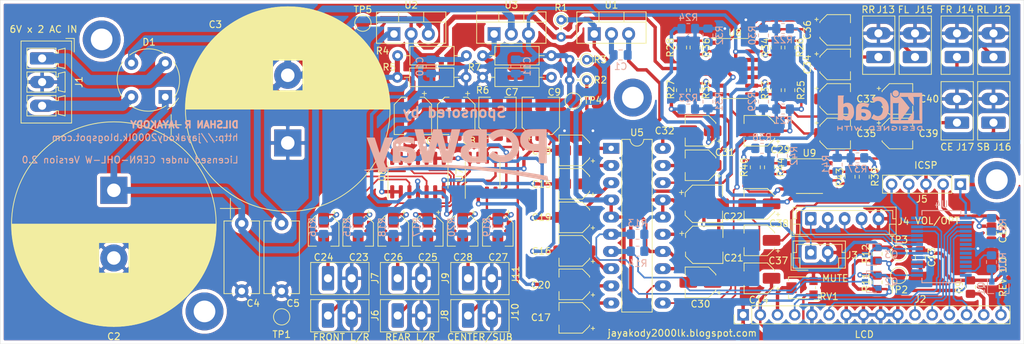
<source format=kicad_pcb>
(kicad_pcb (version 20171130) (host pcbnew 5.1.7-a382d34a8~88~ubuntu20.04.1)
  (title_block (title "5.1 Channel Audio Preamplifier") (date 2021-08-06) (rev 1.0.0) (company "Dilshan R Jayakody") (comment 1 jayakody2000lk@gmail.com) (comment 2 http://jayakody2000lk.blogspot.com) (comment 4 "Licensed under CERN-OHL-W Version 2.0"))
  (layers (0 F.Cu signal hide) (31 B.Cu signal hide) (34 B.Paste user hide) (35 F.Paste user hide) (36 B.SilkS user hide) (37 F.SilkS user) (38 B.Mask user hide) (39 F.Mask user hide) (44 Edge.Cuts user))
  (net 0 "")
  (net 1 GND)
  (net 2 +5V)
  (net 3 +9V)
  (net 4 GNDA)
  (net 5 -9V)
  (net 6 "Net-(C6-Pad1)")
  (net 7 "Net-(C7-Pad2)")
  (net 8 +1V35)
  (net 9 -5V)
  (net 10 /MCU-CONTROL/RESET)
  (net 11 GNDD)
  (net 12 BUFFER-OUT-2)
  (net 13 "Net-(C15-Pad1)")
  (net 14 BUFFER-OUT-4)
  (net 15 "Net-(C16-Pad1)")
  (net 16 BUFFER-OUT-6)
  (net 17 "Net-(C17-Pad1)")
  (net 18 BUFFER-OUT-1)
  (net 19 "Net-(C18-Pad1)")
  (net 20 BUFFER-OUT-3)
  (net 21 "Net-(C19-Pad1)")
  (net 22 "Net-(C20-Pad1)")
  (net 23 BUFFER-OUT-5)
  (net 24 "Net-(C21-Pad1)")
  (net 25 VCC)
  (net 26 "Net-(C23-Pad1)")
  (net 27 "Net-(C23-Pad2)")
  (net 28 "Net-(C24-Pad2)")
  (net 29 "Net-(C24-Pad1)")
  (net 30 "Net-(C25-Pad1)")
  (net 31 "Net-(C25-Pad2)")
  (net 32 "Net-(C26-Pad1)")
  (net 33 "Net-(C26-Pad2)")
  (net 34 "Net-(C27-Pad1)")
  (net 35 "Net-(C27-Pad2)")
  (net 36 "Net-(C28-Pad2)")
  (net 37 "Net-(C28-Pad1)")
  (net 38 AMP-IN-3)
  (net 39 "Net-(C29-Pad1)")
  (net 40 "Net-(C30-Pad1)")
  (net 41 AMP-IN-4)
  (net 42 "Net-(C31-Pad1)")
  (net 43 AMP-IN-2)
  (net 44 "Net-(C32-Pad1)")
  (net 45 AMP-IN-1)
  (net 46 "Net-(C33-Pad1)")
  (net 47 "Net-(C33-Pad2)")
  (net 48 "Net-(C34-Pad2)")
  (net 49 "Net-(C34-Pad1)")
  (net 50 "Net-(C35-Pad1)")
  (net 51 "Net-(C35-Pad2)")
  (net 52 "Net-(C36-Pad1)")
  (net 53 "Net-(C36-Pad2)")
  (net 54 "Net-(C37-Pad1)")
  (net 55 AMP-IN-6)
  (net 56 "Net-(C38-Pad1)")
  (net 57 AMP-IN-5)
  (net 58 "Net-(C39-Pad2)")
  (net 59 "Net-(C39-Pad1)")
  (net 60 "Net-(C40-Pad2)")
  (net 61 "Net-(C40-Pad1)")
  (net 62 "Net-(D1-Pad4)")
  (net 63 "Net-(D1-Pad2)")
  (net 64 /MCU-CONTROL/CONTRAST-CNT)
  (net 65 /MCU-CONTROL/LCD-RS)
  (net 66 /MCU-CONTROL/LCD-EN)
  (net 67 /MCU-CONTROL/LCD-DATA4)
  (net 68 /MCU-CONTROL/LCD-DATA5)
  (net 69 /MCU-CONTROL/LCD-DATA6)
  (net 70 /MCU-CONTROL/LCD-DATA7)
  (net 71 "Net-(J2-Pad15)")
  (net 72 /MCU-CONTROL/LCD-BK-K)
  (net 73 /MCU-CONTROL/BUTTON-MUTE)
  (net 74 /MCU-CONTROL/ROT-SW1)
  (net 75 /MCU-CONTROL/ROT-SW2)
  (net 76 /MCU-CONTROL/ROT-PRESS-SW)
  (net 77 /MCU-CONTROL/ICSPDAT)
  (net 78 /MCU-CONTROL/ICSPCLK)
  (net 79 "Net-(Q1-Pad1)")
  (net 80 /VOLUME-CNT/SCL-HV)
  (net 81 SCL)
  (net 82 SDA)
  (net 83 /VOLUME-CNT/SDA-HV)
  (net 84 /MCU-CONTROL/BACK-LIGHT-CNT)
  (net 85 "Net-(R25-Pad1)")
  (net 86 "Net-(R26-Pad1)")
  (net 87 "Net-(R27-Pad1)")
  (net 88 "Net-(R28-Pad1)")
  (net 89 "Net-(R29-Pad2)")
  (net 90 "Net-(R30-Pad2)")
  (net 91 "Net-(R31-Pad2)")
  (net 92 "Net-(R32-Pad2)")
  (net 93 "Net-(R39-Pad1)")
  (net 94 "Net-(R40-Pad1)")
  (net 95 "Net-(R41-Pad2)")
  (net 96 "Net-(R42-Pad2)")
  (module 6ch-opamp:pcbway-logo (layer B.Cu) (at 139.69 98.27 180)
    (fp_text reference G*** hide)
    (fp_text value LOGO hide)
  )
  (module Symbol:KiCad-Logo2_5mm_SilkScreen (layer B.Cu) (at 202 92 180)
    (fp_text reference REF** hide)
    (fp_text value KiCad-Logo2_5mm_SilkScreen hide)
  )
  (module Capacitor_SMD:CP_Elec_4x5.3 (layer F.Cu) (at 175.5 95 180)
    (fp_text reference C32 (at 5.3 0) (layer F.SilkS))
    (fp_text value 1MFD)
    (pad 1 smd roundrect (at -1.8 0 180) (size 2.6 1.6) (layers F.Cu F.Paste F.Mask) (roundrect_rratio 0.15625) (net 44 "Net-(C32-Pad1)"))
    (pad 2 smd roundrect (at 1.8 0 180) (size 2.6 1.6) (layers F.Cu F.Paste F.Mask) (roundrect_rratio 0.15625) (net 45 AMP-IN-1))
  )
  (module Capacitor_SMD:C_0805_2012Metric_Pad1.18x1.45mm_HandSolder (layer B.Cu) (at 163.7 83.8 180)
    (fp_text reference C1 (at 0 -1.7) (layer B.SilkS) (effects (justify mirror)))
    (fp_text value 0.1MFD)
    (pad 2 smd roundrect (at 1.0375 0 180) (size 1.175 1.45) (layers B.Cu B.Paste B.Mask) (roundrect_rratio 0.2127659574468085) (net 11 GNDD))
    (pad 1 smd roundrect (at -1.0375 0 180) (size 1.175 1.45) (layers B.Cu B.Paste B.Mask) (roundrect_rratio 0.2127659574468085) (net 2 +5V))
  )
  (module Capacitor_THT:CP_Radial_D30.0mm_P10.00mm_SnapIn (layer F.Cu) (at 88.8 103.8 270)
    (fp_text reference C2 (at 21.6 0 180) (layer F.SilkS))
    (fp_text value 4700MFD)
    (pad 1 thru_hole rect (at 0 0 270) (size 4 4) (drill 2) (layers *.Cu *.Mask) (net 3 +9V))
    (pad 2 thru_hole circle (at 10 0 270) (size 4 4) (drill 2) (layers *.Cu *.Mask) (net 4 GNDA))
  )
  (module Capacitor_THT:CP_Radial_D30.0mm_P10.00mm_SnapIn (layer F.Cu) (at 114.5 96.8 90)
    (fp_text reference C3 (at 17.5 -10.7 180) (layer F.SilkS))
    (fp_text value 4700MFD)
    (pad 2 thru_hole circle (at 10 0 90) (size 4 4) (drill 2) (layers *.Cu *.Mask) (net 5 -9V))
    (pad 1 thru_hole rect (at 0 0 90) (size 4 4) (drill 2) (layers *.Cu *.Mask) (net 4 GNDA))
  )
  (module Capacitor_THT:C_Disc_D10.5mm_W5.0mm_P10.00mm (layer F.Cu) (at 107.7 108.7 270)
    (fp_text reference C4 (at 11.8 -1.7 180) (layer F.SilkS))
    (fp_text value 0.1MFD)
    (pad 1 thru_hole circle (at 0 0 270) (size 2 2) (drill 1) (layers *.Cu *.Mask) (net 3 +9V))
    (pad 2 thru_hole circle (at 10 0 270) (size 2 2) (drill 1) (layers *.Cu *.Mask) (net 4 GNDA))
  )
  (module Capacitor_THT:C_Disc_D10.5mm_W5.0mm_P10.00mm (layer F.Cu) (at 113.6 118.7 90)
    (fp_text reference C5 (at -1.8 1.7 180) (layer F.SilkS))
    (fp_text value 0.1MFD)
    (pad 2 thru_hole circle (at 10 0 90) (size 2 2) (drill 1) (layers *.Cu *.Mask) (net 5 -9V))
    (pad 1 thru_hole circle (at 0 0 90) (size 2 2) (drill 1) (layers *.Cu *.Mask) (net 4 GNDA))
  )
  (module Capacitor_SMD:CP_Elec_5x5.3 (layer F.Cu) (at 133 92.8 270)
    (fp_text reference C6 (at 3.7 -1.9 180) (layer F.SilkS))
    (fp_text value 10MFD)
    (pad 2 smd roundrect (at 2.2 0 270) (size 3 1.6) (layers F.Cu F.Paste F.Mask) (roundrect_rratio 0.15625) (net 4 GNDA))
    (pad 1 smd roundrect (at -2.2 0 270) (size 3 1.6) (layers F.Cu F.Paste F.Mask) (roundrect_rratio 0.15625) (net 6 "Net-(C6-Pad1)"))
  )
  (module Capacitor_SMD:CP_Elec_5x5.3 (layer F.Cu) (at 145.5 92.8 90)
    (fp_text reference C7 (at 3.5 2.1 180) (layer F.SilkS))
    (fp_text value 10MFD)
    (pad 1 smd roundrect (at -2.2 0 90) (size 3 1.6) (layers F.Cu F.Paste F.Mask) (roundrect_rratio 0.15625) (net 4 GNDA))
    (pad 2 smd roundrect (at 2.2 0 90) (size 3 1.6) (layers F.Cu F.Paste F.Mask) (roundrect_rratio 0.15625) (net 7 "Net-(C7-Pad2)"))
  )
  (module Capacitor_SMD:CP_Elec_5x5.3 (layer F.Cu) (at 139.4 92.8 270)
    (fp_text reference C8 (at 3.7 -1.9 180) (layer F.SilkS))
    (fp_text value 10MFD)
    (pad 1 smd roundrect (at -2.2 0 270) (size 3 1.6) (layers F.Cu F.Paste F.Mask) (roundrect_rratio 0.15625) (net 8 +1V35))
    (pad 2 smd roundrect (at 2.2 0 270) (size 3 1.6) (layers F.Cu F.Paste F.Mask) (roundrect_rratio 0.15625) (net 4 GNDA))
  )
  (module Capacitor_SMD:CP_Elec_5x5.3 (layer F.Cu) (at 151.9 92.8 90)
    (fp_text reference C9 (at 3.5 2 180) (layer F.SilkS))
    (fp_text value 10MFD)
    (pad 1 smd roundrect (at -2.2 0 90) (size 3 1.6) (layers F.Cu F.Paste F.Mask) (roundrect_rratio 0.15625) (net 4 GNDA))
    (pad 2 smd roundrect (at 2.2 0 90) (size 3 1.6) (layers F.Cu F.Paste F.Mask) (roundrect_rratio 0.15625) (net 9 -5V))
  )
  (module Capacitor_SMD:C_0805_2012Metric_Pad1.18x1.45mm_HandSolder (layer B.Cu) (at 135.7 85.5 270)
    (fp_text reference C10 (at 0 1.68 90) (layer B.SilkS) (effects (justify mirror)))
    (fp_text value 0.1MFD)
    (pad 1 smd roundrect (at -1.0375 0 270) (size 1.175 1.45) (layers B.Cu B.Paste B.Mask) (roundrect_rratio 0.2127659574468085) (net 8 +1V35))
    (pad 2 smd roundrect (at 1.0375 0 270) (size 1.175 1.45) (layers B.Cu B.Paste B.Mask) (roundrect_rratio 0.2127659574468085) (net 4 GNDA))
  )
  (module Capacitor_SMD:C_0805_2012Metric_Pad1.18x1.45mm_HandSolder (layer B.Cu) (at 148.2 85.5 90)
    (fp_text reference C11 (at 0 1.68 90) (layer B.SilkS) (effects (justify mirror)))
    (fp_text value 0.1MFD)
    (pad 2 smd roundrect (at 1.0375 0 90) (size 1.175 1.45) (layers B.Cu B.Paste B.Mask) (roundrect_rratio 0.2127659574468085) (net 9 -5V))
    (pad 1 smd roundrect (at -1.0375 0 90) (size 1.175 1.45) (layers B.Cu B.Paste B.Mask) (roundrect_rratio 0.2127659574468085) (net 4 GNDA))
  )
  (module Capacitor_SMD:C_0805_2012Metric_Pad1.18x1.45mm_HandSolder (layer F.Cu) (at 218.5 110.1625 270)
    (fp_text reference C12 (at 0 -1.68 90) (layer F.SilkS))
    (fp_text value 0.1MFD)
    (pad 1 smd roundrect (at -1.0375 0 270) (size 1.175 1.45) (layers F.Cu F.Paste F.Mask) (roundrect_rratio 0.2127659574468085) (net 10 /MCU-CONTROL/RESET))
    (pad 2 smd roundrect (at 1.0375 0 270) (size 1.175 1.45) (layers F.Cu F.Paste F.Mask) (roundrect_rratio 0.2127659574468085) (net 11 GNDD))
  )
  (module Capacitor_SMD:C_0805_2012Metric_Pad1.18x1.45mm_HandSolder (layer F.Cu) (at 208 113.7 270)
    (fp_text reference C13 (at 0 -1.68 90) (layer F.SilkS))
    (fp_text value 0.1MFD)
    (pad 1 smd roundrect (at -1.0375 0 270) (size 1.175 1.45) (layers F.Cu F.Paste F.Mask) (roundrect_rratio 0.2127659574468085) (net 2 +5V))
    (pad 2 smd roundrect (at 1.0375 0 270) (size 1.175 1.45) (layers F.Cu F.Paste F.Mask) (roundrect_rratio 0.2127659574468085) (net 11 GNDD))
  )
  (module Capacitor_SMD:CP_Elec_4x5.3 (layer F.Cu) (at 184.2 116.8 180)
    (fp_text reference C14 (at 0.1 -3.2) (layer F.SilkS))
    (fp_text value 1MFD)
    (pad 2 smd roundrect (at 1.8 0 180) (size 2.6 1.6) (layers F.Cu F.Paste F.Mask) (roundrect_rratio 0.15625) (net 11 GNDD))
    (pad 1 smd roundrect (at -1.8 0 180) (size 2.6 1.6) (layers F.Cu F.Paste F.Mask) (roundrect_rratio 0.15625) (net 2 +5V))
  )
  (module Capacitor_SMD:CP_Elec_4x5.3 (layer F.Cu) (at 156.85 102.85 180)
    (fp_text reference C15 (at 4.85 -0.05) (layer F.SilkS))
    (fp_text value 1MFD)
    (pad 2 smd roundrect (at 1.8 0 180) (size 2.6 1.6) (layers F.Cu F.Paste F.Mask) (roundrect_rratio 0.15625) (net 12 BUFFER-OUT-2))
    (pad 1 smd roundrect (at -1.8 0 180) (size 2.6 1.6) (layers F.Cu F.Paste F.Mask) (roundrect_rratio 0.15625) (net 13 "Net-(C15-Pad1)"))
  )
  (module Capacitor_SMD:CP_Elec_4x5.3 (layer F.Cu) (at 156.85 112.75 180)
    (fp_text reference C16 (at 4.85 -0.05) (layer F.SilkS))
    (fp_text value 1MFD)
    (pad 2 smd roundrect (at 1.8 0 180) (size 2.6 1.6) (layers F.Cu F.Paste F.Mask) (roundrect_rratio 0.15625) (net 14 BUFFER-OUT-4))
    (pad 1 smd roundrect (at -1.8 0 180) (size 2.6 1.6) (layers F.Cu F.Paste F.Mask) (roundrect_rratio 0.15625) (net 15 "Net-(C16-Pad1)"))
  )
  (module Capacitor_SMD:CP_Elec_4x5.3 (layer F.Cu) (at 156.85 122.65 180)
    (fp_text reference C17 (at 4.95 0.05) (layer F.SilkS))
    (fp_text value 1MFD)
    (pad 2 smd roundrect (at 1.8 0 180) (size 2.6 1.6) (layers F.Cu F.Paste F.Mask) (roundrect_rratio 0.15625) (net 16 BUFFER-OUT-6))
    (pad 1 smd roundrect (at -1.8 0 180) (size 2.6 1.6) (layers F.Cu F.Paste F.Mask) (roundrect_rratio 0.15625) (net 17 "Net-(C17-Pad1)"))
  )
  (module Capacitor_SMD:CP_Elec_4x5.3 (layer F.Cu) (at 156.85 97.9 180)
    (fp_text reference C18 (at 4.85 -0.1) (layer F.SilkS))
    (fp_text value 1MFD)
    (pad 2 smd roundrect (at 1.8 0 180) (size 2.6 1.6) (layers F.Cu F.Paste F.Mask) (roundrect_rratio 0.15625) (net 18 BUFFER-OUT-1))
    (pad 1 smd roundrect (at -1.8 0 180) (size 2.6 1.6) (layers F.Cu F.Paste F.Mask) (roundrect_rratio 0.15625) (net 19 "Net-(C18-Pad1)"))
  )
  (module Capacitor_SMD:CP_Elec_4x5.3 (layer F.Cu) (at 156.85 107.8 180)
    (fp_text reference C19 (at 4.85 0) (layer F.SilkS))
    (fp_text value 1MFD)
    (pad 2 smd roundrect (at 1.8 0 180) (size 2.6 1.6) (layers F.Cu F.Paste F.Mask) (roundrect_rratio 0.15625) (net 20 BUFFER-OUT-3))
    (pad 1 smd roundrect (at -1.8 0 180) (size 2.6 1.6) (layers F.Cu F.Paste F.Mask) (roundrect_rratio 0.15625) (net 21 "Net-(C19-Pad1)"))
  )
  (module Capacitor_SMD:CP_Elec_4x5.3 (layer F.Cu) (at 156.85 117.7 180)
    (fp_text reference C20 (at 4.95 -0.1) (layer F.SilkS))
    (fp_text value 1MFD)
    (pad 1 smd roundrect (at -1.8 0 180) (size 2.6 1.6) (layers F.Cu F.Paste F.Mask) (roundrect_rratio 0.15625) (net 22 "Net-(C20-Pad1)"))
    (pad 2 smd roundrect (at 1.8 0 180) (size 2.6 1.6) (layers F.Cu F.Paste F.Mask) (roundrect_rratio 0.15625) (net 23 BUFFER-OUT-5))
  )
  (module Capacitor_SMD:CP_Elec_5x5.3 (layer F.Cu) (at 176.05 111.85)
    (fp_text reference C21 (at 4.35 1.95) (layer F.SilkS))
    (fp_text value 10MFD)
    (pad 2 smd roundrect (at 2.2 0) (size 3 1.6) (layers F.Cu F.Paste F.Mask) (roundrect_rratio 0.15625) (net 1 GND))
    (pad 1 smd roundrect (at -2.2 0) (size 3 1.6) (layers F.Cu F.Paste F.Mask) (roundrect_rratio 0.15625) (net 24 "Net-(C21-Pad1)"))
  )
  (module Capacitor_SMD:CP_Elec_5x5.3 (layer F.Cu) (at 176 105.8)
    (fp_text reference C22 (at 4.3 1.9 180) (layer F.SilkS))
    (fp_text value 10MFD)
    (pad 2 smd roundrect (at 2.2 0) (size 3 1.6) (layers F.Cu F.Paste F.Mask) (roundrect_rratio 0.15625) (net 1 GND))
    (pad 1 smd roundrect (at -2.2 0) (size 3 1.6) (layers F.Cu F.Paste F.Mask) (roundrect_rratio 0.15625) (net 25 VCC))
  )
  (module Capacitor_SMD:CP_Elec_4x5.3 (layer F.Cu) (at 124.9 109.8 270)
    (fp_text reference C23 (at 3.9 -0.1 180) (layer F.SilkS))
    (fp_text value 1MFD)
    (pad 1 smd roundrect (at -1.8 0 270) (size 2.6 1.6) (layers F.Cu F.Paste F.Mask) (roundrect_rratio 0.15625) (net 26 "Net-(C23-Pad1)"))
    (pad 2 smd roundrect (at 1.8 0 270) (size 2.6 1.6) (layers F.Cu F.Paste F.Mask) (roundrect_rratio 0.15625) (net 27 "Net-(C23-Pad2)"))
  )
  (module Capacitor_SMD:CP_Elec_4x5.3 (layer F.Cu) (at 119.8 109.8 270)
    (fp_text reference C24 (at 3.9 0 180) (layer F.SilkS))
    (fp_text value 1MFD)
    (pad 2 smd roundrect (at 1.8 0 270) (size 2.6 1.6) (layers F.Cu F.Paste F.Mask) (roundrect_rratio 0.15625) (net 28 "Net-(C24-Pad2)"))
    (pad 1 smd roundrect (at -1.8 0 270) (size 2.6 1.6) (layers F.Cu F.Paste F.Mask) (roundrect_rratio 0.15625) (net 29 "Net-(C24-Pad1)"))
  )
  (module Capacitor_SMD:CP_Elec_4x5.3 (layer F.Cu) (at 135.2 109.8 270)
    (fp_text reference C25 (at 3.9 0 180) (layer F.SilkS))
    (fp_text value 1MFD)
    (pad 1 smd roundrect (at -1.8 0 270) (size 2.6 1.6) (layers F.Cu F.Paste F.Mask) (roundrect_rratio 0.15625) (net 30 "Net-(C25-Pad1)"))
    (pad 2 smd roundrect (at 1.8 0 270) (size 2.6 1.6) (layers F.Cu F.Paste F.Mask) (roundrect_rratio 0.15625) (net 31 "Net-(C25-Pad2)"))
  )
  (module Capacitor_SMD:CP_Elec_4x5.3 (layer F.Cu) (at 130.1 109.8 270)
    (fp_text reference C26 (at 3.9 0 180) (layer F.SilkS))
    (fp_text value 1MFD)
    (pad 1 smd roundrect (at -1.8 0 270) (size 2.6 1.6) (layers F.Cu F.Paste F.Mask) (roundrect_rratio 0.15625) (net 32 "Net-(C26-Pad1)"))
    (pad 2 smd roundrect (at 1.8 0 270) (size 2.6 1.6) (layers F.Cu F.Paste F.Mask) (roundrect_rratio 0.15625) (net 33 "Net-(C26-Pad2)"))
  )
  (module Capacitor_SMD:CP_Elec_4x5.3 (layer F.Cu) (at 145.55 109.8 270)
    (fp_text reference C27 (at 3.9 -0.05 180) (layer F.SilkS))
    (fp_text value 1MFD)
    (pad 1 smd roundrect (at -1.8 0 270) (size 2.6 1.6) (layers F.Cu F.Paste F.Mask) (roundrect_rratio 0.15625) (net 34 "Net-(C27-Pad1)"))
    (pad 2 smd roundrect (at 1.8 0 270) (size 2.6 1.6) (layers F.Cu F.Paste F.Mask) (roundrect_rratio 0.15625) (net 35 "Net-(C27-Pad2)"))
  )
  (module Capacitor_SMD:CP_Elec_4x5.3 (layer F.Cu) (at 140.35 109.8 270)
    (fp_text reference C28 (at 3.9 -0.05 180) (layer F.SilkS))
    (fp_text value 1MFD)
    (pad 2 smd roundrect (at 1.8 0 270) (size 2.6 1.6) (layers F.Cu F.Paste F.Mask) (roundrect_rratio 0.15625) (net 36 "Net-(C28-Pad2)"))
    (pad 1 smd roundrect (at -1.8 0 270) (size 2.6 1.6) (layers F.Cu F.Paste F.Mask) (roundrect_rratio 0.15625) (net 37 "Net-(C28-Pad1)"))
  )
  (module Capacitor_SMD:CP_Elec_4x5.3 (layer F.Cu) (at 184.2 95 180)
    (fp_text reference C29 (at -3.1 -2.8) (layer F.SilkS))
    (fp_text value 1MFD)
    (pad 2 smd roundrect (at 1.8 0 180) (size 2.6 1.6) (layers F.Cu F.Paste F.Mask) (roundrect_rratio 0.15625) (net 38 AMP-IN-3))
    (pad 1 smd roundrect (at -1.8 0 180) (size 2.6 1.6) (layers F.Cu F.Paste F.Mask) (roundrect_rratio 0.15625) (net 39 "Net-(C29-Pad1)"))
  )
  (module Capacitor_SMD:CP_Elec_4x5.3 (layer F.Cu) (at 175.5 117.4 180)
    (fp_text reference C30 (at 0 -3.2) (layer F.SilkS))
    (fp_text value 1MFD)
    (pad 1 smd roundrect (at -1.8 0 180) (size 2.6 1.6) (layers F.Cu F.Paste F.Mask) (roundrect_rratio 0.15625) (net 40 "Net-(C30-Pad1)"))
    (pad 2 smd roundrect (at 1.8 0 180) (size 2.6 1.6) (layers F.Cu F.Paste F.Mask) (roundrect_rratio 0.15625) (net 41 AMP-IN-4))
  )
  (module Capacitor_SMD:CP_Elec_4x5.3 (layer F.Cu) (at 175.5 100.1 180)
    (fp_text reference C31 (at -3.6 1.9) (layer F.SilkS))
    (fp_text value 1MFD)
    (pad 1 smd roundrect (at -1.8 0 180) (size 2.6 1.6) (layers F.Cu F.Paste F.Mask) (roundrect_rratio 0.15625) (net 42 "Net-(C31-Pad1)"))
    (pad 2 smd roundrect (at 1.8 0 180) (size 2.6 1.6) (layers F.Cu F.Paste F.Mask) (roundrect_rratio 0.15625) (net 43 AMP-IN-2))
  )
  (module Capacitor_SMD:CP_Elec_4x5.3 (layer F.Cu) (at 195.4 90.3)
    (fp_text reference C33 (at 4.6 0) (layer F.SilkS))
    (fp_text value 1MFD)
    (pad 1 smd roundrect (at -1.8 0) (size 2.6 1.6) (layers F.Cu F.Paste F.Mask) (roundrect_rratio 0.15625) (net 46 "Net-(C33-Pad1)"))
    (pad 2 smd roundrect (at 1.8 0) (size 2.6 1.6) (layers F.Cu F.Paste F.Mask) (roundrect_rratio 0.15625) (net 47 "Net-(C33-Pad2)"))
  )
  (module Capacitor_SMD:CP_Elec_4x5.3 (layer F.Cu) (at 195.4 85.2)
    (fp_text reference C34 (at -4.1 0 90) (layer F.SilkS))
    (fp_text value 1MFD)
    (pad 2 smd roundrect (at 1.8 0) (size 2.6 1.6) (layers F.Cu F.Paste F.Mask) (roundrect_rratio 0.15625) (net 48 "Net-(C34-Pad2)"))
    (pad 1 smd roundrect (at -1.8 0) (size 2.6 1.6) (layers F.Cu F.Paste F.Mask) (roundrect_rratio 0.15625) (net 49 "Net-(C34-Pad1)"))
  )
  (module Capacitor_SMD:CP_Elec_4x5.3 (layer F.Cu) (at 195.4 95.4)
    (fp_text reference C35 (at 4.6 0 180) (layer F.SilkS))
    (fp_text value 1MFD)
    (pad 1 smd roundrect (at -1.8 0) (size 2.6 1.6) (layers F.Cu F.Paste F.Mask) (roundrect_rratio 0.15625) (net 50 "Net-(C35-Pad1)"))
    (pad 2 smd roundrect (at 1.8 0) (size 2.6 1.6) (layers F.Cu F.Paste F.Mask) (roundrect_rratio 0.15625) (net 51 "Net-(C35-Pad2)"))
  )
  (module Capacitor_SMD:CP_Elec_4x5.3 (layer F.Cu) (at 195.4 80.1)
    (fp_text reference C36 (at -4.1 0 90) (layer F.SilkS))
    (fp_text value 1MFD)
    (pad 1 smd roundrect (at -1.8 0) (size 2.6 1.6) (layers F.Cu F.Paste F.Mask) (roundrect_rratio 0.15625) (net 52 "Net-(C36-Pad1)"))
    (pad 2 smd roundrect (at 1.8 0) (size 2.6 1.6) (layers F.Cu F.Paste F.Mask) (roundrect_rratio 0.15625) (net 53 "Net-(C36-Pad2)"))
  )
  (module Capacitor_SMD:CP_Elec_4x5.3 (layer F.Cu) (at 184.2 111.2 180)
    (fp_text reference C37 (at -2.8 -3) (layer F.SilkS))
    (fp_text value 1MFD)
    (pad 1 smd roundrect (at -1.8 0 180) (size 2.6 1.6) (layers F.Cu F.Paste F.Mask) (roundrect_rratio 0.15625) (net 54 "Net-(C37-Pad1)"))
    (pad 2 smd roundrect (at 1.8 0 180) (size 2.6 1.6) (layers F.Cu F.Paste F.Mask) (roundrect_rratio 0.15625) (net 55 AMP-IN-6))
  )
  (module Capacitor_SMD:CP_Elec_4x5.3 (layer F.Cu) (at 184.2 105.8 180)
    (fp_text reference C38 (at -2.9 -2.9) (layer F.SilkS))
    (fp_text value 1MFD)
    (pad 1 smd roundrect (at -1.8 0 180) (size 2.6 1.6) (layers F.Cu F.Paste F.Mask) (roundrect_rratio 0.15625) (net 56 "Net-(C38-Pad1)"))
    (pad 2 smd roundrect (at 1.8 0 180) (size 2.6 1.6) (layers F.Cu F.Paste F.Mask) (roundrect_rratio 0.15625) (net 57 AMP-IN-5))
  )
  (module Capacitor_SMD:CP_Elec_4x5.3 (layer F.Cu) (at 204.6 95.4)
    (fp_text reference C39 (at 4.6 0) (layer F.SilkS))
    (fp_text value 1MFD)
    (pad 2 smd roundrect (at 1.8 0) (size 2.6 1.6) (layers F.Cu F.Paste F.Mask) (roundrect_rratio 0.15625) (net 58 "Net-(C39-Pad2)"))
    (pad 1 smd roundrect (at -1.8 0) (size 2.6 1.6) (layers F.Cu F.Paste F.Mask) (roundrect_rratio 0.15625) (net 59 "Net-(C39-Pad1)"))
  )
  (module Capacitor_SMD:CP_Elec_4x5.3 (layer F.Cu) (at 204.6 90.3)
    (fp_text reference C40 (at 4.7 0) (layer F.SilkS))
    (fp_text value 1MFD)
    (pad 2 smd roundrect (at 1.8 0) (size 2.6 1.6) (layers F.Cu F.Paste F.Mask) (roundrect_rratio 0.15625) (net 60 "Net-(C40-Pad2)"))
    (pad 1 smd roundrect (at -1.8 0) (size 2.6 1.6) (layers F.Cu F.Paste F.Mask) (roundrect_rratio 0.15625) (net 61 "Net-(C40-Pad1)"))
  )
  (module Diode_THT:Diode_Bridge_Round_D9.0mm (layer F.Cu) (at 96.4 90 180)
    (fp_text reference D1 (at 2.4 8.1) (layer F.SilkS))
    (fp_text value W04)
    (pad 4 thru_hole oval (at 5 0 180) (size 2 2) (drill 1) (layers *.Cu *.Mask) (net 62 "Net-(D1-Pad4)"))
    (pad 2 thru_hole oval (at 0 5 180) (size 2 2) (drill 1) (layers *.Cu *.Mask) (net 63 "Net-(D1-Pad2)"))
    (pad 3 thru_hole oval (at 5 5 180) (size 2 2) (drill 1) (layers *.Cu *.Mask) (net 5 -9V))
    (pad 1 thru_hole rect (at 0 0 180) (size 2 2) (drill 1) (layers *.Cu *.Mask) (net 3 +9V))
  )
  (module MountingHole:MountingHole_3.2mm_M3_DIN965_Pad (layer F.Cu) (at 165.5 90.1)
    (fp_text reference H1 hide)
    (fp_text value M3)
    (pad 1 thru_hole circle (at 0 0) (size 5.6 5.6) (drill 3.2) (layers *.Cu *.Mask))
  )
  (module MountingHole:MountingHole_3.2mm_M3_DIN965_Pad (layer F.Cu) (at 87 81.5)
    (fp_text reference H2 hide)
    (fp_text value M3)
    (pad 1 thru_hole circle (at 0 0) (size 5.6 5.6) (drill 3.2) (layers *.Cu *.Mask))
  )
  (module MountingHole:MountingHole_3.2mm_M3_DIN965_Pad (layer F.Cu) (at 219.3 102.3)
    (fp_text reference H3 hide)
    (fp_text value M3)
    (pad 1 thru_hole circle (at 0 0) (size 5.6 5.6) (drill 3.2) (layers *.Cu *.Mask))
  )
  (module MountingHole:MountingHole_3.2mm_M3_DIN965_Pad (layer F.Cu) (at 102.2 121.7)
    (fp_text reference H4 hide)
    (fp_text value M3)
    (pad 1 thru_hole circle (at 0 0) (size 5.6 5.6) (drill 3.2) (layers *.Cu *.Mask))
  )
  (module Connector_Phoenix_MC:PhoenixContact_MCV_1,5_3-G-3.5_1x03_P3.50mm_Vertical (layer F.Cu) (at 78.2 84.3 270)
    (fp_text reference J1 (at 3.5 -5.45 90) (layer F.SilkS))
    (fp_text value "3.5mm Terminal")
    (pad 1 thru_hole roundrect (at 0 0 270) (size 1.8 3.6) (drill 1.2) (layers *.Cu *.Mask) (roundrect_rratio 0.1388888888888889) (net 63 "Net-(D1-Pad2)"))
    (pad 2 thru_hole oval (at 3.5 0 270) (size 1.8 3.6) (drill 1.2) (layers *.Cu *.Mask) (net 4 GNDA))
    (pad 3 thru_hole oval (at 7 0 270) (size 1.8 3.6) (drill 1.2) (layers *.Cu *.Mask) (net 62 "Net-(D1-Pad4)"))
  )
  (module Connector_PinHeader_2.54mm:PinHeader_1x16_P2.54mm_Vertical (layer F.Cu) (at 181.8 122.2 90)
    (fp_text reference J2 (at 2.3 26.2 180) (layer F.SilkS))
    (fp_text value "16-pin 2.54mm Male Header")
    (pad 1 thru_hole rect (at 0 0 90) (size 1.7 1.7) (drill 1) (layers *.Cu *.Mask) (net 11 GNDD))
    (pad 2 thru_hole oval (at 0 2.54 90) (size 1.7 1.7) (drill 1) (layers *.Cu *.Mask) (net 2 +5V))
    (pad 3 thru_hole oval (at 0 5.08 90) (size 1.7 1.7) (drill 1) (layers *.Cu *.Mask) (net 64 /MCU-CONTROL/CONTRAST-CNT))
    (pad 4 thru_hole oval (at 0 7.62 90) (size 1.7 1.7) (drill 1) (layers *.Cu *.Mask) (net 65 /MCU-CONTROL/LCD-RS))
    (pad 5 thru_hole oval (at 0 10.16 90) (size 1.7 1.7) (drill 1) (layers *.Cu *.Mask) (net 11 GNDD))
    (pad 6 thru_hole oval (at 0 12.7 90) (size 1.7 1.7) (drill 1) (layers *.Cu *.Mask) (net 66 /MCU-CONTROL/LCD-EN))
    (pad 7 thru_hole oval (at 0 15.24 90) (size 1.7 1.7) (drill 1) (layers *.Cu *.Mask) (net 11 GNDD))
    (pad 8 thru_hole oval (at 0 17.78 90) (size 1.7 1.7) (drill 1) (layers *.Cu *.Mask) (net 11 GNDD))
    (pad 9 thru_hole oval (at 0 20.32 90) (size 1.7 1.7) (drill 1) (layers *.Cu *.Mask) (net 11 GNDD))
    (pad 10 thru_hole oval (at 0 22.86 90) (size 1.7 1.7) (drill 1) (layers *.Cu *.Mask) (net 11 GNDD))
    (pad 11 thru_hole oval (at 0 25.4 90) (size 1.7 1.7) (drill 1) (layers *.Cu *.Mask) (net 67 /MCU-CONTROL/LCD-DATA4))
    (pad 12 thru_hole oval (at 0 27.94 90) (size 1.7 1.7) (drill 1) (layers *.Cu *.Mask) (net 68 /MCU-CONTROL/LCD-DATA5))
    (pad 13 thru_hole oval (at 0 30.48 90) (size 1.7 1.7) (drill 1) (layers *.Cu *.Mask) (net 69 /MCU-CONTROL/LCD-DATA6))
    (pad 14 thru_hole oval (at 0 33.02 90) (size 1.7 1.7) (drill 1) (layers *.Cu *.Mask) (net 70 /MCU-CONTROL/LCD-DATA7))
    (pad 15 thru_hole oval (at 0 35.56 90) (size 1.7 1.7) (drill 1) (layers *.Cu *.Mask) (net 71 "Net-(J2-Pad15)"))
    (pad 16 thru_hole oval (at 0 38.1 90) (size 1.7 1.7) (drill 1) (layers *.Cu *.Mask) (net 72 /MCU-CONTROL/LCD-BK-K))
  )
  (module Connector_JST:JST_EH_B2B-EH-A_1x02_P2.50mm_Vertical (layer F.Cu) (at 191.8 113)
    (fp_text reference J3 (at 6.1 0.4) (layer F.SilkS))
    (fp_text value "2-pin Micro JST")
    (pad 1 thru_hole roundrect (at 0 0) (size 1.7 2) (drill 1) (layers *.Cu *.Mask) (roundrect_rratio 0.1470588235294118) (net 73 /MCU-CONTROL/BUTTON-MUTE))
    (pad 2 thru_hole oval (at 2.5 0) (size 1.7 2) (drill 1) (layers *.Cu *.Mask) (net 11 GNDD))
  )
  (module Connector_JST:JST_EH_B5B-EH-A_1x05_P2.50mm_Vertical (layer F.Cu) (at 191.8 108)
    (fp_text reference J4 (at 13.7 0.4) (layer F.SilkS))
    (fp_text value "5-pin Micro JST")
    (pad 1 thru_hole roundrect (at 0 0) (size 1.7 1.95) (drill 0.95) (layers *.Cu *.Mask) (roundrect_rratio 0.1470588235294118) (net 74 /MCU-CONTROL/ROT-SW1))
    (pad 2 thru_hole oval (at 2.5 0) (size 1.7 1.95) (drill 0.95) (layers *.Cu *.Mask) (net 11 GNDD))
    (pad 3 thru_hole oval (at 5 0) (size 1.7 1.95) (drill 0.95) (layers *.Cu *.Mask) (net 75 /MCU-CONTROL/ROT-SW2))
    (pad 4 thru_hole oval (at 7.5 0) (size 1.7 1.95) (drill 0.95) (layers *.Cu *.Mask) (net 76 /MCU-CONTROL/ROT-PRESS-SW))
    (pad 5 thru_hole oval (at 10 0) (size 1.7 1.95) (drill 0.95) (layers *.Cu *.Mask) (net 11 GNDD))
  )
  (module Connector_PinHeader_2.54mm:PinHeader_1x05_P2.54mm_Vertical (layer F.Cu) (at 213.9 102.9 270)
    (fp_text reference J5 (at 2.2 5.7 180) (layer F.SilkS))
    (fp_text value "5-pin 2.54mm Male Header")
    (pad 1 thru_hole rect (at 0 0 270) (size 1.7 1.7) (drill 1) (layers *.Cu *.Mask) (net 10 /MCU-CONTROL/RESET))
    (pad 2 thru_hole oval (at 0 2.54 270) (size 1.7 1.7) (drill 1) (layers *.Cu *.Mask) (net 2 +5V))
    (pad 3 thru_hole oval (at 0 5.08 270) (size 1.7 1.7) (drill 1) (layers *.Cu *.Mask) (net 11 GNDD))
    (pad 4 thru_hole oval (at 0 7.62 270) (size 1.7 1.7) (drill 1) (layers *.Cu *.Mask) (net 77 /MCU-CONTROL/ICSPDAT))
    (pad 5 thru_hole oval (at 0 10.16 270) (size 1.7 1.7) (drill 1) (layers *.Cu *.Mask) (net 78 /MCU-CONTROL/ICSPCLK))
  )
  (module 6ch-opamp:3.50mm_PCB_Terminal (layer F.Cu) (at 120.45 122.3)
    (fp_text reference J6 (at 6.95 0 90) (layer F.SilkS))
    (fp_text value "3.5mm Terminal")
    (pad 1 thru_hole roundrect (at 0 0) (size 1.8 3.6) (drill 1.2) (layers *.Cu *.Mask) (roundrect_rratio 0.1388888888888889) (net 27 "Net-(C23-Pad2)"))
    (pad 2 thru_hole oval (at 3.5 0) (size 1.8 3.6) (drill 1.2) (layers *.Cu *.Mask) (net 4 GNDA))
  )
  (module 6ch-opamp:3.50mm_PCB_Terminal (layer F.Cu) (at 120.45 116.8)
    (fp_text reference J7 (at 6.95 0 90) (layer F.SilkS))
    (fp_text value "3.5mm Terminal")
    (pad 1 thru_hole roundrect (at 0 0) (size 1.8 3.6) (drill 1.2) (layers *.Cu *.Mask) (roundrect_rratio 0.1388888888888889) (net 28 "Net-(C24-Pad2)"))
    (pad 2 thru_hole oval (at 3.5 0) (size 1.8 3.6) (drill 1.2) (layers *.Cu *.Mask) (net 4 GNDA))
  )
  (module 6ch-opamp:3.50mm_PCB_Terminal (layer F.Cu) (at 130.75 122.3)
    (fp_text reference J8 (at 6.95 0 90) (layer F.SilkS))
    (fp_text value "3.5mm Terminal")
    (pad 1 thru_hole roundrect (at 0 0) (size 1.8 3.6) (drill 1.2) (layers *.Cu *.Mask) (roundrect_rratio 0.1388888888888889) (net 31 "Net-(C25-Pad2)"))
    (pad 2 thru_hole oval (at 3.5 0) (size 1.8 3.6) (drill 1.2) (layers *.Cu *.Mask) (net 4 GNDA))
  )
  (module 6ch-opamp:3.50mm_PCB_Terminal (layer F.Cu) (at 130.75 116.8)
    (fp_text reference J9 (at 7.05 0 90) (layer F.SilkS))
    (fp_text value "3.5mm Terminal")
    (pad 1 thru_hole roundrect (at 0 0) (size 1.8 3.6) (drill 1.2) (layers *.Cu *.Mask) (roundrect_rratio 0.1388888888888889) (net 33 "Net-(C26-Pad2)"))
    (pad 2 thru_hole oval (at 3.5 0) (size 1.8 3.6) (drill 1.2) (layers *.Cu *.Mask) (net 4 GNDA))
  )
  (module 6ch-opamp:3.50mm_PCB_Terminal (layer F.Cu) (at 141.15 122.3)
    (fp_text reference J10 (at 6.95 -0.5 90) (layer F.SilkS))
    (fp_text value "3.5mm Terminal")
    (pad 2 thru_hole oval (at 3.5 0) (size 1.8 3.6) (drill 1.2) (layers *.Cu *.Mask) (net 4 GNDA))
    (pad 1 thru_hole roundrect (at 0 0) (size 1.8 3.6) (drill 1.2) (layers *.Cu *.Mask) (roundrect_rratio 0.1388888888888889) (net 35 "Net-(C27-Pad2)"))
  )
  (module 6ch-opamp:3.50mm_PCB_Terminal (layer F.Cu) (at 141.15 116.8)
    (fp_text reference J11 (at 7.05 -0.5 90) (layer F.SilkS))
    (fp_text value "3.5mm Terminal")
    (pad 1 thru_hole roundrect (at 0 0) (size 1.8 3.6) (drill 1.2) (layers *.Cu *.Mask) (roundrect_rratio 0.1388888888888889) (net 36 "Net-(C28-Pad2)"))
    (pad 2 thru_hole oval (at 3.5 0) (size 1.8 3.6) (drill 1.2) (layers *.Cu *.Mask) (net 4 GNDA))
  )
  (module 6ch-opamp:3.50mm_PCB_Terminal (layer F.Cu) (at 218.8 84.1 90)
    (fp_text reference J12 (at 7 1.2 180) (layer F.SilkS))
    (fp_text value "3.5mm Terminal")
    (pad 2 thru_hole oval (at 3.5 0 90) (size 1.8 3.6) (drill 1.2) (layers *.Cu *.Mask) (net 4 GNDA))
    (pad 1 thru_hole roundrect (at 0 0 90) (size 1.8 3.6) (drill 1.2) (layers *.Cu *.Mask) (roundrect_rratio 0.1388888888888889) (net 47 "Net-(C33-Pad2)"))
  )
  (module 6ch-opamp:3.50mm_PCB_Terminal (layer F.Cu) (at 201.8 84.1 90)
    (fp_text reference J13 (at 7 1.1 180) (layer F.SilkS))
    (fp_text value "3.5mm Terminal")
    (pad 2 thru_hole oval (at 3.5 0 90) (size 1.8 3.6) (drill 1.2) (layers *.Cu *.Mask) (net 4 GNDA))
    (pad 1 thru_hole roundrect (at 0 0 90) (size 1.8 3.6) (drill 1.2) (layers *.Cu *.Mask) (roundrect_rratio 0.1388888888888889) (net 48 "Net-(C34-Pad2)"))
  )
  (module 6ch-opamp:3.50mm_PCB_Terminal (layer F.Cu) (at 213.4 84.1 90)
    (fp_text reference J14 (at 7 1.2 180) (layer F.SilkS))
    (fp_text value "3.5mm Terminal")
    (pad 1 thru_hole roundrect (at 0 0 90) (size 1.8 3.6) (drill 1.2) (layers *.Cu *.Mask) (roundrect_rratio 0.1388888888888889) (net 51 "Net-(C35-Pad2)"))
    (pad 2 thru_hole oval (at 3.5 0 90) (size 1.8 3.6) (drill 1.2) (layers *.Cu *.Mask) (net 4 GNDA))
  )
  (module 6ch-opamp:3.50mm_PCB_Terminal (layer F.Cu) (at 207.2 84.1 90)
    (fp_text reference J15 (at 7 1.3 180) (layer F.SilkS))
    (fp_text value "3.5mm Terminal")
    (pad 2 thru_hole oval (at 3.5 0 90) (size 1.8 3.6) (drill 1.2) (layers *.Cu *.Mask) (net 4 GNDA))
    (pad 1 thru_hole roundrect (at 0 0 90) (size 1.8 3.6) (drill 1.2) (layers *.Cu *.Mask) (roundrect_rratio 0.1388888888888889) (net 53 "Net-(C36-Pad2)"))
  )
  (module 6ch-opamp:3.50mm_PCB_Terminal (layer F.Cu) (at 218.8 93.8 90)
    (fp_text reference J16 (at -3.6 1.3 180) (layer F.SilkS))
    (fp_text value "3.5mm Terminal")
    (pad 2 thru_hole oval (at 3.5 0 90) (size 1.8 3.6) (drill 1.2) (layers *.Cu *.Mask) (net 4 GNDA))
    (pad 1 thru_hole roundrect (at 0 0 90) (size 1.8 3.6) (drill 1.2) (layers *.Cu *.Mask) (roundrect_rratio 0.1388888888888889) (net 58 "Net-(C39-Pad2)"))
  )
  (module 6ch-opamp:3.50mm_PCB_Terminal (layer F.Cu) (at 213.4 93.8 90)
    (fp_text reference J17 (at -3.6 1.2 180) (layer F.SilkS))
    (fp_text value "3.5mm Terminal")
    (pad 2 thru_hole oval (at 3.5 0 90) (size 1.8 3.6) (drill 1.2) (layers *.Cu *.Mask) (net 4 GNDA))
    (pad 1 thru_hole roundrect (at 0 0 90) (size 1.8 3.6) (drill 1.2) (layers *.Cu *.Mask) (roundrect_rratio 0.1388888888888889) (net 60 "Net-(C40-Pad2)"))
  )
  (module Package_TO_SOT_SMD:SOT-23 (layer B.Cu) (at 219.5 118.3 270)
    (fp_text reference Q1 (at 0 2.5 90) (layer B.SilkS) (effects (justify mirror)))
    (fp_text value BC817)
    (pad 1 smd rect (at -1 0.95 270) (size 0.9 0.8) (layers B.Cu B.Paste B.Mask) (net 79 "Net-(Q1-Pad1)"))
    (pad 2 smd rect (at -1 -0.95 270) (size 0.9 0.8) (layers B.Cu B.Paste B.Mask) (net 11 GNDD))
    (pad 3 smd rect (at 1 0 270) (size 0.9 0.8) (layers B.Cu B.Paste B.Mask) (net 72 /MCU-CONTROL/LCD-BK-K))
  )
  (module Package_TO_SOT_SMD:SOT-23 (layer B.Cu) (at 200.8 117.3 180)
    (fp_text reference Q2 (at -2.9 0) (layer B.SilkS) (effects (justify mirror)))
    (fp_text value BSS138)
    (pad 3 smd rect (at 1 0 180) (size 0.9 0.8) (layers B.Cu B.Paste B.Mask) (net 80 /VOLUME-CNT/SCL-HV))
    (pad 2 smd rect (at -1 -0.95 180) (size 0.9 0.8) (layers B.Cu B.Paste B.Mask) (net 81 SCL))
    (pad 1 smd rect (at -1 0.95 180) (size 0.9 0.8) (layers B.Cu B.Paste B.Mask) (net 2 +5V))
  )
  (module Package_TO_SOT_SMD:SOT-23 (layer B.Cu) (at 200.8 113.3 180)
    (fp_text reference Q3 (at -2.9 0) (layer B.SilkS) (effects (justify mirror)))
    (fp_text value BSS138)
    (pad 1 smd rect (at -1 0.95 180) (size 0.9 0.8) (layers B.Cu B.Paste B.Mask) (net 2 +5V))
    (pad 2 smd rect (at -1 -0.95 180) (size 0.9 0.8) (layers B.Cu B.Paste B.Mask) (net 82 SDA))
    (pad 3 smd rect (at 1 0 180) (size 0.9 0.8) (layers B.Cu B.Paste B.Mask) (net 83 /VOLUME-CNT/SDA-HV))
  )
  (module Resistor_THT:R_Axial_DIN0204_L3.6mm_D1.6mm_P2.54mm_Vertical (layer F.Cu) (at 154.9 78.6 270)
    (fp_text reference R1 (at -1.8 0 180) (layer F.SilkS))
    (fp_text value 0R)
    (pad 1 thru_hole circle (at 0 0 270) (size 1.4 1.4) (drill 0.7) (layers *.Cu *.Mask) (net 25 VCC))
    (pad 2 thru_hole oval (at 2.54 0 270) (size 1.4 1.4) (drill 0.7) (layers *.Cu *.Mask) (net 8 +1V35))
  )
  (module Resistor_THT:R_Axial_DIN0204_L3.6mm_D1.6mm_P2.54mm_Vertical (layer F.Cu) (at 158.7 87.5 180)
    (fp_text reference R2 (at -2 0) (layer F.SilkS))
    (fp_text value 0R)
    (pad 1 thru_hole circle (at 0 0 180) (size 1.4 1.4) (drill 0.7) (layers *.Cu *.Mask) (net 1 GND))
    (pad 2 thru_hole oval (at 2.54 0 180) (size 1.4 1.4) (drill 0.7) (layers *.Cu *.Mask) (net 9 -5V))
  )
  (module Resistor_THT:R_Axial_DIN0204_L3.6mm_D1.6mm_P2.54mm_Vertical (layer F.Cu) (at 158.7 84.5 180)
    (fp_text reference R3 (at -2 0) (layer F.SilkS))
    (fp_text value 0R)
    (pad 2 thru_hole oval (at 2.54 0 180) (size 1.4 1.4) (drill 0.7) (layers *.Cu *.Mask) (net 9 -5V))
    (pad 1 thru_hole circle (at 0 0 180) (size 1.4 1.4) (drill 0.7) (layers *.Cu *.Mask) (net 11 GNDD))
  )
  (module Resistor_THT:R_Axial_DIN0207_L6.3mm_D2.5mm_P10.16mm_Horizontal (layer F.Cu) (at 140.9 83.9 180)
    (fp_text reference R4 (at 12.4 0.7) (layer F.SilkS))
    (fp_text value 390R)
    (pad 2 thru_hole oval (at 10.16 0 180) (size 1.6 1.6) (drill 0.8) (layers *.Cu *.Mask) (net 6 "Net-(C6-Pad1)"))
    (pad 1 thru_hole circle (at 0 0 180) (size 1.6 1.6) (drill 0.8) (layers *.Cu *.Mask) (net 8 +1V35))
  )
  (module Resistor_THT:R_Axial_DIN0207_L6.3mm_D2.5mm_P10.16mm_Horizontal (layer F.Cu) (at 130.7 87.1)
    (fp_text reference R5 (at -1.2 -1.5) (layer F.SilkS))
    (fp_text value 1K)
    (pad 1 thru_hole circle (at 0 0) (size 1.6 1.6) (drill 0.8) (layers *.Cu *.Mask) (net 6 "Net-(C6-Pad1)"))
    (pad 2 thru_hole oval (at 10.16 0) (size 1.6 1.6) (drill 0.8) (layers *.Cu *.Mask) (net 4 GNDA))
  )
  (module Resistor_THT:R_Axial_DIN0207_L6.3mm_D2.5mm_P10.16mm_Horizontal (layer F.Cu) (at 143.3 87.1)
    (fp_text reference R6 (at 0 1.9) (layer F.SilkS))
    (fp_text value 1K)
    (pad 1 thru_hole circle (at 0 0) (size 1.6 1.6) (drill 0.8) (layers *.Cu *.Mask) (net 4 GNDA))
    (pad 2 thru_hole oval (at 10.16 0) (size 1.6 1.6) (drill 0.8) (layers *.Cu *.Mask) (net 7 "Net-(C7-Pad2)"))
  )
  (module Resistor_THT:R_Axial_DIN0207_L6.3mm_D2.5mm_P10.16mm_Horizontal (layer F.Cu) (at 143.3 83.9)
    (fp_text reference R7 (at -1.2 1.7) (layer F.SilkS))
    (fp_text value 390R)
    (pad 2 thru_hole oval (at 10.16 0) (size 1.6 1.6) (drill 0.8) (layers *.Cu *.Mask) (net 9 -5V))
    (pad 1 thru_hole circle (at 0 0) (size 1.6 1.6) (drill 0.8) (layers *.Cu *.Mask) (net 7 "Net-(C7-Pad2)"))
  )
  (module Resistor_SMD:R_0805_2012Metric_Pad1.20x1.40mm_HandSolder (layer B.Cu) (at 218.5 108.9 90)
    (fp_text reference R8 (at 0 1.65 90) (layer B.SilkS) (effects (justify mirror)))
    (fp_text value 22K)
    (pad 1 smd roundrect (at -1 0 90) (size 1.2 1.4) (layers B.Cu B.Paste B.Mask) (roundrect_rratio 0.2083325) (net 2 +5V))
    (pad 2 smd roundrect (at 1 0 90) (size 1.2 1.4) (layers B.Cu B.Paste B.Mask) (roundrect_rratio 0.2083325) (net 10 /MCU-CONTROL/RESET))
  )
  (module Resistor_SMD:R_0805_2012Metric_Pad1.20x1.40mm_HandSolder (layer F.Cu) (at 215.4 118.1 90)
    (fp_text reference R9 (at 0 -1.65 90) (layer F.SilkS))
    (fp_text value 470R)
    (pad 2 smd roundrect (at 1 0 90) (size 1.2 1.4) (layers F.Cu F.Paste F.Mask) (roundrect_rratio 0.2083325) (net 2 +5V))
    (pad 1 smd roundrect (at -1 0 90) (size 1.2 1.4) (layers F.Cu F.Paste F.Mask) (roundrect_rratio 0.2083325) (net 71 "Net-(J2-Pad15)"))
  )
  (module Resistor_SMD:R_0805_2012Metric_Pad1.20x1.40mm_HandSolder (layer B.Cu) (at 218.5 114.4 90)
    (fp_text reference R10 (at 0 1.65 90) (layer B.SilkS) (effects (justify mirror)))
    (fp_text value 10K)
    (pad 1 smd roundrect (at -1 0 90) (size 1.2 1.4) (layers B.Cu B.Paste B.Mask) (roundrect_rratio 0.2083325) (net 79 "Net-(Q1-Pad1)"))
    (pad 2 smd roundrect (at 1 0 90) (size 1.2 1.4) (layers B.Cu B.Paste B.Mask) (roundrect_rratio 0.2083325) (net 84 /MCU-CONTROL/BACK-LIGHT-CNT))
  )
  (module Resistor_SMD:R_0805_2012Metric_Pad1.20x1.40mm_HandSolder (layer F.Cu) (at 201.6 117.4 90)
    (fp_text reference R11 (at 0 -1.65 90) (layer F.SilkS))
    (fp_text value 10K)
    (pad 2 smd roundrect (at 1 0 90) (size 1.2 1.4) (layers F.Cu F.Paste F.Mask) (roundrect_rratio 0.2083325) (net 81 SCL))
    (pad 1 smd roundrect (at -1 0 90) (size 1.2 1.4) (layers F.Cu F.Paste F.Mask) (roundrect_rratio 0.2083325) (net 2 +5V))
  )
  (module Resistor_SMD:R_0805_2012Metric_Pad1.20x1.40mm_HandSolder (layer F.Cu) (at 201.6 113.2 90)
    (fp_text reference R12 (at 0 -1.65 90) (layer F.SilkS))
    (fp_text value 10K)
    (pad 2 smd roundrect (at 1 0 90) (size 1.2 1.4) (layers F.Cu F.Paste F.Mask) (roundrect_rratio 0.2083325) (net 82 SDA))
    (pad 1 smd roundrect (at -1 0 90) (size 1.2 1.4) (layers F.Cu F.Paste F.Mask) (roundrect_rratio 0.2083325) (net 2 +5V))
  )
  (module Resistor_SMD:R_0805_2012Metric_Pad1.20x1.40mm_HandSolder (layer B.Cu) (at 166.2 110.3 180)
    (fp_text reference R13 (at 0 1.65) (layer B.SilkS) (effects (justify mirror)))
    (fp_text value 10K)
    (pad 1 smd roundrect (at -1 0 180) (size 1.2 1.4) (layers B.Cu B.Paste B.Mask) (roundrect_rratio 0.2083325) (net 25 VCC))
    (pad 2 smd roundrect (at 1 0 180) (size 1.2 1.4) (layers B.Cu B.Paste B.Mask) (roundrect_rratio 0.2083325) (net 80 /VOLUME-CNT/SCL-HV))
  )
  (module Resistor_SMD:R_0805_2012Metric_Pad1.20x1.40mm_HandSolder (layer B.Cu) (at 166.2 112.8 180)
    (fp_text reference R14 (at 0 -1.8 180) (layer B.SilkS) (effects (justify mirror)))
    (fp_text value 10K)
    (pad 1 smd roundrect (at -1 0 180) (size 1.2 1.4) (layers B.Cu B.Paste B.Mask) (roundrect_rratio 0.2083325) (net 25 VCC))
    (pad 2 smd roundrect (at 1 0 180) (size 1.2 1.4) (layers B.Cu B.Paste B.Mask) (roundrect_rratio 0.2083325) (net 83 /VOLUME-CNT/SDA-HV))
  )
  (module Resistor_SMD:R_0805_2012Metric_Pad1.20x1.40mm_HandSolder (layer B.Cu) (at 124.9 109.25 270)
    (fp_text reference R15 (at 0 1.65 90) (layer B.SilkS) (effects (justify mirror)))
    (fp_text value 1M)
    (pad 1 smd roundrect (at -1 0 270) (size 1.2 1.4) (layers B.Cu B.Paste B.Mask) (roundrect_rratio 0.2083325) (net 26 "Net-(C23-Pad1)"))
    (pad 2 smd roundrect (at 1 0 270) (size 1.2 1.4) (layers B.Cu B.Paste B.Mask) (roundrect_rratio 0.2083325) (net 4 GNDA))
  )
  (module Resistor_SMD:R_0805_2012Metric_Pad1.20x1.40mm_HandSolder (layer B.Cu) (at 119.8 109.25 270)
    (fp_text reference R16 (at 0 1.65 90) (layer B.SilkS) (effects (justify mirror)))
    (fp_text value 1M)
    (pad 2 smd roundrect (at 1 0 270) (size 1.2 1.4) (layers B.Cu B.Paste B.Mask) (roundrect_rratio 0.2083325) (net 4 GNDA))
    (pad 1 smd roundrect (at -1 0 270) (size 1.2 1.4) (layers B.Cu B.Paste B.Mask) (roundrect_rratio 0.2083325) (net 29 "Net-(C24-Pad1)"))
  )
  (module Resistor_SMD:R_0805_2012Metric_Pad1.20x1.40mm_HandSolder (layer B.Cu) (at 135.2 109.25 270)
    (fp_text reference R17 (at 0 1.65 90) (layer B.SilkS) (effects (justify mirror)))
    (fp_text value 1M)
    (pad 2 smd roundrect (at 1 0 270) (size 1.2 1.4) (layers B.Cu B.Paste B.Mask) (roundrect_rratio 0.2083325) (net 4 GNDA))
    (pad 1 smd roundrect (at -1 0 270) (size 1.2 1.4) (layers B.Cu B.Paste B.Mask) (roundrect_rratio 0.2083325) (net 30 "Net-(C25-Pad1)"))
  )
  (module Resistor_SMD:R_0805_2012Metric_Pad1.20x1.40mm_HandSolder (layer B.Cu) (at 130.1 109.25 270)
    (fp_text reference R18 (at 0 1.65 90) (layer B.SilkS) (effects (justify mirror)))
    (fp_text value 1M)
    (pad 1 smd roundrect (at -1 0 270) (size 1.2 1.4) (layers B.Cu B.Paste B.Mask) (roundrect_rratio 0.2083325) (net 32 "Net-(C26-Pad1)"))
    (pad 2 smd roundrect (at 1 0 270) (size 1.2 1.4) (layers B.Cu B.Paste B.Mask) (roundrect_rratio 0.2083325) (net 4 GNDA))
  )
  (module Resistor_SMD:R_0805_2012Metric_Pad1.20x1.40mm_HandSolder (layer B.Cu) (at 145.55 109.25 270)
    (fp_text reference R19 (at 0 1.65 90) (layer B.SilkS) (effects (justify mirror)))
    (fp_text value 1M)
    (pad 2 smd roundrect (at 1 0 270) (size 1.2 1.4) (layers B.Cu B.Paste B.Mask) (roundrect_rratio 0.2083325) (net 4 GNDA))
    (pad 1 smd roundrect (at -1 0 270) (size 1.2 1.4) (layers B.Cu B.Paste B.Mask) (roundrect_rratio 0.2083325) (net 34 "Net-(C27-Pad1)"))
  )
  (module Resistor_SMD:R_0805_2012Metric_Pad1.20x1.40mm_HandSolder (layer B.Cu) (at 140.35 109.25 270)
    (fp_text reference R20 (at 0 1.65 90) (layer B.SilkS) (effects (justify mirror)))
    (fp_text value 1M)
    (pad 1 smd roundrect (at -1 0 270) (size 1.2 1.4) (layers B.Cu B.Paste B.Mask) (roundrect_rratio 0.2083325) (net 37 "Net-(C28-Pad1)"))
    (pad 2 smd roundrect (at 1 0 270) (size 1.2 1.4) (layers B.Cu B.Paste B.Mask) (roundrect_rratio 0.2083325) (net 4 GNDA))
  )
  (module Resistor_SMD:R_0805_2012Metric_Pad1.20x1.40mm_HandSolder (layer B.Cu) (at 187.7 91.8)
    (fp_text reference R21 (at 0 1.65) (layer B.SilkS) (effects (justify mirror)))
    (fp_text value 100K)
    (pad 1 smd roundrect (at -1 0) (size 1.2 1.4) (layers B.Cu B.Paste B.Mask) (roundrect_rratio 0.2083325) (net 4 GNDA))
    (pad 2 smd roundrect (at 1 0) (size 1.2 1.4) (layers B.Cu B.Paste B.Mask) (roundrect_rratio 0.2083325) (net 39 "Net-(C29-Pad1)"))
  )
  (module Resistor_SMD:R_0805_2012Metric_Pad1.20x1.40mm_HandSolder (layer B.Cu) (at 187.7 79.9)
    (fp_text reference R22 (at 0 1.65) (layer B.SilkS) (effects (justify mirror)))
    (fp_text value 100K)
    (pad 1 smd roundrect (at -1 0) (size 1.2 1.4) (layers B.Cu B.Paste B.Mask) (roundrect_rratio 0.2083325) (net 4 GNDA))
    (pad 2 smd roundrect (at 1 0) (size 1.2 1.4) (layers B.Cu B.Paste B.Mask) (roundrect_rratio 0.2083325) (net 40 "Net-(C30-Pad1)"))
  )
  (module Resistor_SMD:R_0805_2012Metric_Pad1.20x1.40mm_HandSolder (layer B.Cu) (at 173.7 91.8 180)
    (fp_text reference R23 (at 0 1.65) (layer B.SilkS) (effects (justify mirror)))
    (fp_text value 100K)
    (pad 2 smd roundrect (at 1 0 180) (size 1.2 1.4) (layers B.Cu B.Paste B.Mask) (roundrect_rratio 0.2083325) (net 42 "Net-(C31-Pad1)"))
    (pad 1 smd roundrect (at -1 0 180) (size 1.2 1.4) (layers B.Cu B.Paste B.Mask) (roundrect_rratio 0.2083325) (net 4 GNDA))
  )
  (module Resistor_SMD:R_0805_2012Metric_Pad1.20x1.40mm_HandSolder (layer B.Cu) (at 173.7 79.9 180)
    (fp_text reference R24 (at 0 1.65) (layer B.SilkS) (effects (justify mirror)))
    (fp_text value 100K)
    (pad 1 smd roundrect (at -1 0 180) (size 1.2 1.4) (layers B.Cu B.Paste B.Mask) (roundrect_rratio 0.2083325) (net 4 GNDA))
    (pad 2 smd roundrect (at 1 0 180) (size 1.2 1.4) (layers B.Cu B.Paste B.Mask) (roundrect_rratio 0.2083325) (net 44 "Net-(C32-Pad1)"))
  )
  (module Resistor_SMD:R_0805_2012Metric_Pad1.20x1.40mm_HandSolder (layer F.Cu) (at 188.7 89 270)
    (fp_text reference R25 (at 0 -1.65 90) (layer F.SilkS))
    (fp_text value 2.2K)
    (pad 2 smd roundrect (at 1 0 270) (size 1.2 1.4) (layers F.Cu F.Paste F.Mask) (roundrect_rratio 0.2083325) (net 39 "Net-(C29-Pad1)"))
    (pad 1 smd roundrect (at -1 0 270) (size 1.2 1.4) (layers F.Cu F.Paste F.Mask) (roundrect_rratio 0.2083325) (net 85 "Net-(R25-Pad1)"))
  )
  (module Resistor_SMD:R_0805_2012Metric_Pad1.20x1.40mm_HandSolder (layer F.Cu) (at 188.7 82.7 90)
    (fp_text reference R26 (at 0 1.5 90) (layer F.SilkS))
    (fp_text value 2.2K)
    (pad 1 smd roundrect (at -1 0 90) (size 1.2 1.4) (layers F.Cu F.Paste F.Mask) (roundrect_rratio 0.2083325) (net 86 "Net-(R26-Pad1)"))
    (pad 2 smd roundrect (at 1 0 90) (size 1.2 1.4) (layers F.Cu F.Paste F.Mask) (roundrect_rratio 0.2083325) (net 40 "Net-(C30-Pad1)"))
  )
  (module Resistor_SMD:R_0805_2012Metric_Pad1.20x1.40mm_HandSolder (layer F.Cu) (at 172.7 89 270)
    (fp_text reference R27 (at -0.1 1.6 90) (layer F.SilkS))
    (fp_text value 2.2K)
    (pad 2 smd roundrect (at 1 0 270) (size 1.2 1.4) (layers F.Cu F.Paste F.Mask) (roundrect_rratio 0.2083325) (net 42 "Net-(C31-Pad1)"))
    (pad 1 smd roundrect (at -1 0 270) (size 1.2 1.4) (layers F.Cu F.Paste F.Mask) (roundrect_rratio 0.2083325) (net 87 "Net-(R27-Pad1)"))
  )
  (module Resistor_SMD:R_0805_2012Metric_Pad1.20x1.40mm_HandSolder (layer F.Cu) (at 172.7 82.7 90)
    (fp_text reference R28 (at 0 -1.65 90) (layer F.SilkS))
    (fp_text value 2.2K)
    (pad 2 smd roundrect (at 1 0 90) (size 1.2 1.4) (layers F.Cu F.Paste F.Mask) (roundrect_rratio 0.2083325) (net 44 "Net-(C32-Pad1)"))
    (pad 1 smd roundrect (at -1 0 90) (size 1.2 1.4) (layers F.Cu F.Paste F.Mask) (roundrect_rratio 0.2083325) (net 88 "Net-(R28-Pad1)"))
  )
  (module Resistor_SMD:R_0805_2012Metric_Pad1.20x1.40mm_HandSolder (layer B.Cu) (at 184.8 90.7 90)
    (fp_text reference R29 (at 0 -1.7 90) (layer B.SilkS) (effects (justify mirror)))
    (fp_text value 10K)
    (pad 1 smd roundrect (at -1 0 90) (size 1.2 1.4) (layers B.Cu B.Paste B.Mask) (roundrect_rratio 0.2083325) (net 4 GNDA))
    (pad 2 smd roundrect (at 1 0 90) (size 1.2 1.4) (layers B.Cu B.Paste B.Mask) (roundrect_rratio 0.2083325) (net 89 "Net-(R29-Pad2)"))
  )
  (module Resistor_SMD:R_0805_2012Metric_Pad1.20x1.40mm_HandSolder (layer B.Cu) (at 184.8 80.9 270)
    (fp_text reference R30 (at 0 1.65 90) (layer B.SilkS) (effects (justify mirror)))
    (fp_text value 10K)
    (pad 1 smd roundrect (at -1 0 270) (size 1.2 1.4) (layers B.Cu B.Paste B.Mask) (roundrect_rratio 0.2083325) (net 4 GNDA))
    (pad 2 smd roundrect (at 1 0 270) (size 1.2 1.4) (layers B.Cu B.Paste B.Mask) (roundrect_rratio 0.2083325) (net 90 "Net-(R30-Pad2)"))
  )
  (module Resistor_SMD:R_0805_2012Metric_Pad1.20x1.40mm_HandSolder (layer B.Cu) (at 176.6 90.7 90)
    (fp_text reference R31 (at 0 1.65 270) (layer B.SilkS) (effects (justify mirror)))
    (fp_text value 10K)
    (pad 1 smd roundrect (at -1 0 90) (size 1.2 1.4) (layers B.Cu B.Paste B.Mask) (roundrect_rratio 0.2083325) (net 4 GNDA))
    (pad 2 smd roundrect (at 1 0 90) (size 1.2 1.4) (layers B.Cu B.Paste B.Mask) (roundrect_rratio 0.2083325) (net 91 "Net-(R31-Pad2)"))
  )
  (module Resistor_SMD:R_0805_2012Metric_Pad1.20x1.40mm_HandSolder (layer B.Cu) (at 176.6 80.9 270)
    (fp_text reference R32 (at 0 -1.7 270) (layer B.SilkS) (effects (justify mirror)))
    (fp_text value 10K)
    (pad 1 smd roundrect (at -1 0 270) (size 1.2 1.4) (layers B.Cu B.Paste B.Mask) (roundrect_rratio 0.2083325) (net 4 GNDA))
    (pad 2 smd roundrect (at 1 0 270) (size 1.2 1.4) (layers B.Cu B.Paste B.Mask) (roundrect_rratio 0.2083325) (net 92 "Net-(R32-Pad2)"))
  )
  (module Resistor_SMD:R_0805_2012Metric_Pad1.20x1.40mm_HandSolder (layer F.Cu) (at 186.7 89 90)
    (fp_text reference R33 (at 0 -1.65 90) (layer F.SilkS))
    (fp_text value 22K)
    (pad 1 smd roundrect (at -1 0 90) (size 1.2 1.4) (layers F.Cu F.Paste F.Mask) (roundrect_rratio 0.2083325) (net 46 "Net-(C33-Pad1)"))
    (pad 2 smd roundrect (at 1 0 90) (size 1.2 1.4) (layers F.Cu F.Paste F.Mask) (roundrect_rratio 0.2083325) (net 89 "Net-(R29-Pad2)"))
  )
  (module Resistor_SMD:R_0805_2012Metric_Pad1.20x1.40mm_HandSolder (layer F.Cu) (at 186.7 82.7 270)
    (fp_text reference R34 (at 0 1.6 90) (layer F.SilkS))
    (fp_text value 22K)
    (pad 2 smd roundrect (at 1 0 270) (size 1.2 1.4) (layers F.Cu F.Paste F.Mask) (roundrect_rratio 0.2083325) (net 90 "Net-(R30-Pad2)"))
    (pad 1 smd roundrect (at -1 0 270) (size 1.2 1.4) (layers F.Cu F.Paste F.Mask) (roundrect_rratio 0.2083325) (net 49 "Net-(C34-Pad1)"))
  )
  (module Resistor_SMD:R_0805_2012Metric_Pad1.20x1.40mm_HandSolder (layer F.Cu) (at 174.7 89 90)
    (fp_text reference R35 (at 0.1 1.6 90) (layer F.SilkS))
    (fp_text value 22K)
    (pad 2 smd roundrect (at 1 0 90) (size 1.2 1.4) (layers F.Cu F.Paste F.Mask) (roundrect_rratio 0.2083325) (net 91 "Net-(R31-Pad2)"))
    (pad 1 smd roundrect (at -1 0 90) (size 1.2 1.4) (layers F.Cu F.Paste F.Mask) (roundrect_rratio 0.2083325) (net 50 "Net-(C35-Pad1)"))
  )
  (module Resistor_SMD:R_0805_2012Metric_Pad1.20x1.40mm_HandSolder (layer F.Cu) (at 174.7 82.7 270)
    (fp_text reference R36 (at 0 -1.65 90) (layer F.SilkS))
    (fp_text value 22K)
    (pad 2 smd roundrect (at 1 0 270) (size 1.2 1.4) (layers F.Cu F.Paste F.Mask) (roundrect_rratio 0.2083325) (net 92 "Net-(R32-Pad2)"))
    (pad 1 smd roundrect (at -1 0 270) (size 1.2 1.4) (layers F.Cu F.Paste F.Mask) (roundrect_rratio 0.2083325) (net 52 "Net-(C36-Pad1)"))
  )
  (module Resistor_SMD:R_0805_2012Metric_Pad1.20x1.40mm_HandSolder (layer B.Cu) (at 198.7 99)
    (fp_text reference R37 (at 0 1.65) (layer B.SilkS) (effects (justify mirror)))
    (fp_text value 100K)
    (pad 2 smd roundrect (at 1 0) (size 1.2 1.4) (layers B.Cu B.Paste B.Mask) (roundrect_rratio 0.2083325) (net 54 "Net-(C37-Pad1)"))
    (pad 1 smd roundrect (at -1 0) (size 1.2 1.4) (layers B.Cu B.Paste B.Mask) (roundrect_rratio 0.2083325) (net 4 GNDA))
  )
  (module Resistor_SMD:R_0805_2012Metric_Pad1.20x1.40mm_HandSolder (layer B.Cu) (at 184.6 97.6 180)
    (fp_text reference R38 (at 0 1.65) (layer B.SilkS) (effects (justify mirror)))
    (fp_text value 100K)
    (pad 1 smd roundrect (at -1 0 180) (size 1.2 1.4) (layers B.Cu B.Paste B.Mask) (roundrect_rratio 0.2083325) (net 4 GNDA))
    (pad 2 smd roundrect (at 1 0 180) (size 1.2 1.4) (layers B.Cu B.Paste B.Mask) (roundrect_rratio 0.2083325) (net 56 "Net-(C38-Pad1)"))
  )
  (module Resistor_SMD:R_0805_2012Metric_Pad1.20x1.40mm_HandSolder (layer F.Cu) (at 199.7 101.8 90)
    (fp_text reference R39 (at 0 1.6 90) (layer F.SilkS))
    (fp_text value 2.2K)
    (pad 2 smd roundrect (at 1 0 90) (size 1.2 1.4) (layers F.Cu F.Paste F.Mask) (roundrect_rratio 0.2083325) (net 54 "Net-(C37-Pad1)"))
    (pad 1 smd roundrect (at -1 0 90) (size 1.2 1.4) (layers F.Cu F.Paste F.Mask) (roundrect_rratio 0.2083325) (net 93 "Net-(R39-Pad1)"))
  )
  (module Resistor_SMD:R_0805_2012Metric_Pad1.20x1.40mm_HandSolder (layer F.Cu) (at 183.6 100.4 90)
    (fp_text reference R40 (at 0 -1.65 90) (layer F.SilkS))
    (fp_text value 2.2K)
    (pad 2 smd roundrect (at 1 0 90) (size 1.2 1.4) (layers F.Cu F.Paste F.Mask) (roundrect_rratio 0.2083325) (net 56 "Net-(C38-Pad1)"))
    (pad 1 smd roundrect (at -1 0 90) (size 1.2 1.4) (layers F.Cu F.Paste F.Mask) (roundrect_rratio 0.2083325) (net 94 "Net-(R40-Pad1)"))
  )
  (module Resistor_SMD:R_0805_2012Metric_Pad1.20x1.40mm_HandSolder (layer B.Cu) (at 195.7 100 270)
    (fp_text reference R41 (at 0 1.65 90) (layer B.SilkS) (effects (justify mirror)))
    (fp_text value 10K)
    (pad 1 smd roundrect (at -1 0 270) (size 1.2 1.4) (layers B.Cu B.Paste B.Mask) (roundrect_rratio 0.2083325) (net 4 GNDA))
    (pad 2 smd roundrect (at 1 0 270) (size 1.2 1.4) (layers B.Cu B.Paste B.Mask) (roundrect_rratio 0.2083325) (net 95 "Net-(R41-Pad2)"))
  )
  (module Resistor_SMD:R_0805_2012Metric_Pad1.20x1.40mm_HandSolder (layer B.Cu) (at 187.6 98.7 270)
    (fp_text reference R42 (at 0 -1.7 270) (layer B.SilkS) (effects (justify mirror)))
    (fp_text value 10K)
    (pad 1 smd roundrect (at -1 0 270) (size 1.2 1.4) (layers B.Cu B.Paste B.Mask) (roundrect_rratio 0.2083325) (net 4 GNDA))
    (pad 2 smd roundrect (at 1 0 270) (size 1.2 1.4) (layers B.Cu B.Paste B.Mask) (roundrect_rratio 0.2083325) (net 96 "Net-(R42-Pad2)"))
  )
  (module Resistor_SMD:R_0805_2012Metric_Pad1.20x1.40mm_HandSolder (layer F.Cu) (at 197.6 101.8 270)
    (fp_text reference R43 (at 0.1 1.5 90) (layer F.SilkS))
    (fp_text value 22K)
    (pad 2 smd roundrect (at 1 0 270) (size 1.2 1.4) (layers F.Cu F.Paste F.Mask) (roundrect_rratio 0.2083325) (net 95 "Net-(R41-Pad2)"))
    (pad 1 smd roundrect (at -1 0 270) (size 1.2 1.4) (layers F.Cu F.Paste F.Mask) (roundrect_rratio 0.2083325) (net 59 "Net-(C39-Pad1)"))
  )
  (module Resistor_SMD:R_0805_2012Metric_Pad1.20x1.40mm_HandSolder (layer F.Cu) (at 185.7 100.4 270)
    (fp_text reference R44 (at 0 -1.65 90) (layer F.SilkS))
    (fp_text value 22K)
    (pad 2 smd roundrect (at 1 0 270) (size 1.2 1.4) (layers F.Cu F.Paste F.Mask) (roundrect_rratio 0.2083325) (net 96 "Net-(R42-Pad2)"))
    (pad 1 smd roundrect (at -1 0 270) (size 1.2 1.4) (layers F.Cu F.Paste F.Mask) (roundrect_rratio 0.2083325) (net 61 "Net-(C40-Pad1)"))
  )
  (module Potentiometer_SMD:Potentiometer_Bourns_TC33X_Vertical (layer F.Cu) (at 190.4 118.2 180)
    (fp_text reference RV1 (at -4.1 -1.3) (layer F.SilkS))
    (fp_text value 50K)
    (pad 1 smd rect (at -1.8 -1 180) (size 1.2 1.2) (layers F.Cu F.Paste F.Mask) (net 2 +5V))
    (pad 3 smd rect (at -1.8 1 180) (size 1.2 1.2) (layers F.Cu F.Paste F.Mask) (net 11 GNDD))
    (pad 2 smd rect (at 1.45 0 180) (size 1.5 1.6) (layers F.Cu F.Paste F.Mask) (net 64 /MCU-CONTROL/CONTRAST-CNT))
  )
  (module TestPoint:TestPoint_Pad_D2.0mm (layer F.Cu) (at 113.6 122.5)
    (fp_text reference TP1 (at 0 2.6) (layer F.SilkS))
    (fp_text value PCB-PAD)
    (pad 1 smd circle (at 0 0) (size 2 2) (layers F.Cu F.Mask) (net 4 GNDA))
  )
  (module TestPoint:TestPoint_Pad_D2.0mm (layer F.Cu) (at 204.8 116.4)
    (fp_text reference TP2 (at 0 2.1) (layer F.SilkS))
    (fp_text value PCB-PAD)
    (pad 1 smd circle (at 0 0) (size 2 2) (layers F.Cu F.Mask) (net 81 SCL))
  )
  (module TestPoint:TestPoint_Pad_D2.0mm (layer F.Cu) (at 204.8 113)
    (fp_text reference TP3 (at 0 -1.9) (layer F.SilkS))
    (fp_text value PCB-PAD)
    (pad 1 smd circle (at 0 0) (size 2 2) (layers F.Cu F.Mask) (net 82 SDA))
  )
  (module TestPoint:TestPoint_Pad_D2.0mm (layer F.Cu) (at 156.7 90.6)
    (fp_text reference TP4 (at 2.9 -0.1) (layer F.SilkS))
    (fp_text value PCB-PAD)
    (pad 1 smd circle (at 0 0) (size 2 2) (layers F.Cu F.Mask) (net 9 -5V))
  )
  (module TestPoint:TestPoint_Pad_D2.0mm (layer F.Cu) (at 125.6 79.1)
    (fp_text reference TP5 (at 0 -1.998) (layer F.SilkS))
    (fp_text value PCB-PAD)
    (pad 1 smd circle (at 0 0) (size 2 2) (layers F.Cu F.Mask) (net 8 +1V35))
  )
  (module Package_TO_SOT_THT:TO-220-3_Vertical (layer F.Cu) (at 159.8 80.7)
    (fp_text reference U1 (at 2.54 -4.27) (layer F.SilkS))
    (fp_text value uA7805)
    (pad 3 thru_hole oval (at 5.08 0) (size 1.905 2) (drill 1.1) (layers *.Cu *.Mask) (net 2 +5V))
    (pad 2 thru_hole oval (at 2.54 0) (size 1.905 2) (drill 1.1) (layers *.Cu *.Mask) (net 11 GNDD))
    (pad 1 thru_hole rect (at 0 0) (size 1.905 2) (drill 1.1) (layers *.Cu *.Mask) (net 25 VCC))
  )
  (module Package_TO_SOT_THT:TO-220-3_Vertical (layer F.Cu) (at 130.2 80.7)
    (fp_text reference U2 (at 2.54 -4.27) (layer F.SilkS))
    (fp_text value LM317T)
    (pad 1 thru_hole rect (at 0 0) (size 1.905 2) (drill 1.1) (layers *.Cu *.Mask) (net 6 "Net-(C6-Pad1)"))
    (pad 2 thru_hole oval (at 2.54 0) (size 1.905 2) (drill 1.1) (layers *.Cu *.Mask) (net 8 +1V35))
    (pad 3 thru_hole oval (at 5.08 0) (size 1.905 2) (drill 1.1) (layers *.Cu *.Mask) (net 3 +9V))
  )
  (module Package_TO_SOT_THT:TO-220-3_Vertical (layer F.Cu) (at 145 80.7)
    (fp_text reference U3 (at 2.54 -4.27) (layer F.SilkS))
    (fp_text value LM337T)
    (pad 1 thru_hole rect (at 0 0) (size 1.905 2) (drill 1.1) (layers *.Cu *.Mask) (net 7 "Net-(C7-Pad2)"))
    (pad 2 thru_hole oval (at 2.54 0) (size 1.905 2) (drill 1.1) (layers *.Cu *.Mask) (net 5 -9V))
    (pad 3 thru_hole oval (at 5.08 0) (size 1.905 2) (drill 1.1) (layers *.Cu *.Mask) (net 9 -5V))
  )
  (module Package_SO:SSOP-28_5.3x10.2mm_P0.65mm (layer B.Cu) (at 211.1 112.125 180)
    (fp_text reference U4 (at 0 6.25 180) (layer B.SilkS) (effects (justify mirror)))
    (fp_text value PIC16F886-IP)
    (pad 1 smd rect (at -3.6 4.225 180) (size 1.75 0.45) (layers B.Cu B.Paste B.Mask) (net 10 /MCU-CONTROL/RESET))
    (pad 2 smd rect (at -3.6 3.575 180) (size 1.75 0.45) (layers B.Cu B.Paste B.Mask) (net 67 /MCU-CONTROL/LCD-DATA4))
    (pad 3 smd rect (at -3.6 2.925 180) (size 1.75 0.45) (layers B.Cu B.Paste B.Mask) (net 68 /MCU-CONTROL/LCD-DATA5))
    (pad 4 smd rect (at -3.6 2.275 180) (size 1.75 0.45) (layers B.Cu B.Paste B.Mask) (net 69 /MCU-CONTROL/LCD-DATA6))
    (pad 5 smd rect (at -3.6 1.625 180) (size 1.75 0.45) (layers B.Cu B.Paste B.Mask) (net 70 /MCU-CONTROL/LCD-DATA7))
    (pad 6 smd rect (at -3.6 0.975 180) (size 1.75 0.45) (layers B.Cu B.Paste B.Mask))
    (pad 7 smd rect (at -3.6 0.325 180) (size 1.75 0.45) (layers B.Cu B.Paste B.Mask))
    (pad 8 smd rect (at -3.6 -0.325 180) (size 1.75 0.45) (layers B.Cu B.Paste B.Mask) (net 11 GNDD))
    (pad 9 smd rect (at -3.6 -0.975 180) (size 1.75 0.45) (layers B.Cu B.Paste B.Mask))
    (pad 10 smd rect (at -3.6 -1.625 180) (size 1.75 0.45) (layers B.Cu B.Paste B.Mask))
    (pad 11 smd rect (at -3.6 -2.275 180) (size 1.75 0.45) (layers B.Cu B.Paste B.Mask))
    (pad 12 smd rect (at -3.6 -2.925 180) (size 1.75 0.45) (layers B.Cu B.Paste B.Mask))
    (pad 13 smd rect (at -3.6 -3.575 180) (size 1.75 0.45) (layers B.Cu B.Paste B.Mask) (net 84 /MCU-CONTROL/BACK-LIGHT-CNT))
    (pad 14 smd rect (at -3.6 -4.225 180) (size 1.75 0.45) (layers B.Cu B.Paste B.Mask) (net 81 SCL))
    (pad 15 smd rect (at 3.6 -4.225 180) (size 1.75 0.45) (layers B.Cu B.Paste B.Mask) (net 82 SDA))
    (pad 16 smd rect (at 3.6 -3.575 180) (size 1.75 0.45) (layers B.Cu B.Paste B.Mask))
    (pad 17 smd rect (at 3.6 -2.925 180) (size 1.75 0.45) (layers B.Cu B.Paste B.Mask))
    (pad 18 smd rect (at 3.6 -2.275 180) (size 1.75 0.45) (layers B.Cu B.Paste B.Mask))
    (pad 19 smd rect (at 3.6 -1.625 180) (size 1.75 0.45) (layers B.Cu B.Paste B.Mask) (net 11 GNDD))
    (pad 20 smd rect (at 3.6 -0.975 180) (size 1.75 0.45) (layers B.Cu B.Paste B.Mask) (net 2 +5V))
    (pad 21 smd rect (at 3.6 -0.325 180) (size 1.75 0.45) (layers B.Cu B.Paste B.Mask) (net 74 /MCU-CONTROL/ROT-SW1))
    (pad 22 smd rect (at 3.6 0.325 180) (size 1.75 0.45) (layers B.Cu B.Paste B.Mask) (net 75 /MCU-CONTROL/ROT-SW2))
    (pad 23 smd rect (at 3.6 0.975 180) (size 1.75 0.45) (layers B.Cu B.Paste B.Mask) (net 76 /MCU-CONTROL/ROT-PRESS-SW))
    (pad 24 smd rect (at 3.6 1.625 180) (size 1.75 0.45) (layers B.Cu B.Paste B.Mask) (net 73 /MCU-CONTROL/BUTTON-MUTE))
    (pad 25 smd rect (at 3.6 2.275 180) (size 1.75 0.45) (layers B.Cu B.Paste B.Mask) (net 65 /MCU-CONTROL/LCD-RS))
    (pad 26 smd rect (at 3.6 2.925 180) (size 1.75 0.45) (layers B.Cu B.Paste B.Mask) (net 66 /MCU-CONTROL/LCD-EN))
    (pad 27 smd rect (at 3.6 3.575 180) (size 1.75 0.45) (layers B.Cu B.Paste B.Mask) (net 78 /MCU-CONTROL/ICSPCLK))
    (pad 28 smd rect (at 3.6 4.225 180) (size 1.75 0.45) (layers B.Cu B.Paste B.Mask) (net 77 /MCU-CONTROL/ICSPDAT))
  )
  (module Package_DIP:DIP-20_W7.62mm_LongPads (layer F.Cu) (at 162.3 97.6)
    (fp_text reference U5 (at 3.81 -2.33) (layer F.SilkS))
    (fp_text value PT2258)
    (pad 1 thru_hole rect (at 0 0) (size 2.4 1.6) (drill 0.8) (layers *.Cu *.Mask) (net 19 "Net-(C18-Pad1)"))
    (pad 11 thru_hole oval (at 7.62 22.86) (size 2.4 1.6) (drill 0.8) (layers *.Cu *.Mask) (net 55 AMP-IN-6))
    (pad 2 thru_hole oval (at 0 2.54) (size 2.4 1.6) (drill 0.8) (layers *.Cu *.Mask) (net 13 "Net-(C15-Pad1)"))
    (pad 12 thru_hole oval (at 7.62 20.32) (size 2.4 1.6) (drill 0.8) (layers *.Cu *.Mask) (net 57 AMP-IN-5))
    (pad 3 thru_hole oval (at 0 5.08) (size 2.4 1.6) (drill 0.8) (layers *.Cu *.Mask) (net 21 "Net-(C19-Pad1)"))
    (pad 13 thru_hole oval (at 7.62 17.78) (size 2.4 1.6) (drill 0.8) (layers *.Cu *.Mask) (net 41 AMP-IN-4))
    (pad 4 thru_hole oval (at 0 7.62) (size 2.4 1.6) (drill 0.8) (layers *.Cu *.Mask) (net 11 GNDD))
    (pad 14 thru_hole oval (at 7.62 15.24) (size 2.4 1.6) (drill 0.8) (layers *.Cu *.Mask) (net 1 GND))
    (pad 5 thru_hole oval (at 0 10.16) (size 2.4 1.6) (drill 0.8) (layers *.Cu *.Mask) (net 11 GNDD))
    (pad 15 thru_hole oval (at 7.62 12.7) (size 2.4 1.6) (drill 0.8) (layers *.Cu *.Mask) (net 24 "Net-(C21-Pad1)"))
    (pad 6 thru_hole oval (at 0 12.7) (size 2.4 1.6) (drill 0.8) (layers *.Cu *.Mask) (net 80 /VOLUME-CNT/SCL-HV))
    (pad 16 thru_hole oval (at 7.62 10.16) (size 2.4 1.6) (drill 0.8) (layers *.Cu *.Mask) (net 25 VCC))
    (pad 7 thru_hole oval (at 0 15.24) (size 2.4 1.6) (drill 0.8) (layers *.Cu *.Mask) (net 83 /VOLUME-CNT/SDA-HV))
    (pad 17 thru_hole oval (at 7.62 7.62) (size 2.4 1.6) (drill 0.8) (layers *.Cu *.Mask) (net 25 VCC))
    (pad 8 thru_hole oval (at 0 17.78) (size 2.4 1.6) (drill 0.8) (layers *.Cu *.Mask) (net 15 "Net-(C16-Pad1)"))
    (pad 18 thru_hole oval (at 7.62 5.08) (size 2.4 1.6) (drill 0.8) (layers *.Cu *.Mask) (net 38 AMP-IN-3))
    (pad 9 thru_hole oval (at 0 20.32) (size 2.4 1.6) (drill 0.8) (layers *.Cu *.Mask) (net 22 "Net-(C20-Pad1)"))
    (pad 19 thru_hole oval (at 7.62 2.54) (size 2.4 1.6) (drill 0.8) (layers *.Cu *.Mask) (net 43 AMP-IN-2))
    (pad 10 thru_hole oval (at 0 22.86) (size 2.4 1.6) (drill 0.8) (layers *.Cu *.Mask) (net 17 "Net-(C17-Pad1)"))
    (pad 20 thru_hole oval (at 7.62 0) (size 2.4 1.6) (drill 0.8) (layers *.Cu *.Mask) (net 45 AMP-IN-1))
  )
  (module Package_SO:SO-14_3.9x8.65mm_P1.27mm (layer F.Cu) (at 133.75 101.55 90)
    (fp_text reference U6 (at 0 -5.28 90) (layer F.SilkS))
    (fp_text value TL074)
    (pad 14 smd roundrect (at 2.475 -3.81 90) (size 1.95 0.6) (layers F.Cu F.Paste F.Mask) (net 14 BUFFER-OUT-4))
    (pad 13 smd roundrect (at 2.475 -2.54 90) (size 1.95 0.6) (layers F.Cu F.Paste F.Mask) (net 14 BUFFER-OUT-4))
    (pad 12 smd roundrect (at 2.475 -1.27 90) (size 1.95 0.6) (layers F.Cu F.Paste F.Mask) (net 32 "Net-(C26-Pad1)"))
    (pad 11 smd roundrect (at 2.475 0 90) (size 1.95 0.6) (layers F.Cu F.Paste F.Mask) (net 9 -5V))
    (pad 10 smd roundrect (at 2.475 1.27 90) (size 1.95 0.6) (layers F.Cu F.Paste F.Mask) (net 30 "Net-(C25-Pad1)"))
    (pad 9 smd roundrect (at 2.475 2.54 90) (size 1.95 0.6) (layers F.Cu F.Paste F.Mask) (net 20 BUFFER-OUT-3))
    (pad 8 smd roundrect (at 2.475 3.81 90) (size 1.95 0.6) (layers F.Cu F.Paste F.Mask) (net 20 BUFFER-OUT-3))
    (pad 7 smd roundrect (at -2.475 3.81 90) (size 1.95 0.6) (layers F.Cu F.Paste F.Mask) (net 12 BUFFER-OUT-2))
    (pad 6 smd roundrect (at -2.475 2.54 90) (size 1.95 0.6) (layers F.Cu F.Paste F.Mask) (net 12 BUFFER-OUT-2))
    (pad 5 smd roundrect (at -2.475 1.27 90) (size 1.95 0.6) (layers F.Cu F.Paste F.Mask) (net 29 "Net-(C24-Pad1)"))
    (pad 4 smd roundrect (at -2.475 0 90) (size 1.95 0.6) (layers F.Cu F.Paste F.Mask) (net 8 +1V35))
    (pad 3 smd roundrect (at -2.475 -1.27 90) (size 1.95 0.6) (layers F.Cu F.Paste F.Mask) (net 26 "Net-(C23-Pad1)"))
    (pad 2 smd roundrect (at -2.475 -2.54 90) (size 1.95 0.6) (layers F.Cu F.Paste F.Mask) (net 18 BUFFER-OUT-1))
    (pad 1 smd roundrect (at -2.475 -3.81 90) (size 1.95 0.6) (layers F.Cu F.Paste F.Mask) (net 18 BUFFER-OUT-1))
  )
  (module Package_SO:SO-8_3.9x4.9mm_P1.27mm (layer F.Cu) (at 143.3 101.55 90)
    (fp_text reference U7 (at 0 -3.4 90) (layer F.SilkS))
    (fp_text value TL072)
    (pad 8 smd roundrect (at 2.575 -1.905 90) (size 1.75 0.6) (layers F.Cu F.Paste F.Mask) (net 8 +1V35))
    (pad 7 smd roundrect (at 2.575 -0.635 90) (size 1.75 0.6) (layers F.Cu F.Paste F.Mask) (net 16 BUFFER-OUT-6))
    (pad 6 smd roundrect (at 2.575 0.635 90) (size 1.75 0.6) (layers F.Cu F.Paste F.Mask) (net 16 BUFFER-OUT-6))
    (pad 5 smd roundrect (at 2.575 1.905 90) (size 1.75 0.6) (layers F.Cu F.Paste F.Mask) (net 37 "Net-(C28-Pad1)"))
    (pad 4 smd roundrect (at -2.575 1.905 90) (size 1.75 0.6) (layers F.Cu F.Paste F.Mask) (net 9 -5V))
    (pad 3 smd roundrect (at -2.575 0.635 90) (size 1.75 0.6) (layers F.Cu F.Paste F.Mask) (net 34 "Net-(C27-Pad1)"))
    (pad 2 smd roundrect (at -2.575 -0.635 90) (size 1.75 0.6) (layers F.Cu F.Paste F.Mask) (net 23 BUFFER-OUT-5))
    (pad 1 smd roundrect (at -2.575 -1.905 90) (size 1.75 0.6) (layers F.Cu F.Paste F.Mask) (net 23 BUFFER-OUT-5))
  )
  (module Package_SO:SO-14_3.9x8.65mm_P1.27mm (layer F.Cu) (at 180.6 85.8)
    (fp_text reference U8 (at 0 -5.28) (layer F.SilkS))
    (fp_text value TL074)
    (pad 1 smd roundrect (at -2.475 -3.81) (size 1.95 0.6) (layers F.Cu F.Paste F.Mask) (net 52 "Net-(C36-Pad1)"))
    (pad 2 smd roundrect (at -2.475 -2.54) (size 1.95 0.6) (layers F.Cu F.Paste F.Mask) (net 92 "Net-(R32-Pad2)"))
    (pad 3 smd roundrect (at -2.475 -1.27) (size 1.95 0.6) (layers F.Cu F.Paste F.Mask) (net 88 "Net-(R28-Pad1)"))
    (pad 4 smd roundrect (at -2.475 0) (size 1.95 0.6) (layers F.Cu F.Paste F.Mask) (net 8 +1V35))
    (pad 5 smd roundrect (at -2.475 1.27) (size 1.95 0.6) (layers F.Cu F.Paste F.Mask) (net 87 "Net-(R27-Pad1)"))
    (pad 6 smd roundrect (at -2.475 2.54) (size 1.95 0.6) (layers F.Cu F.Paste F.Mask) (net 91 "Net-(R31-Pad2)"))
    (pad 7 smd roundrect (at -2.475 3.81) (size 1.95 0.6) (layers F.Cu F.Paste F.Mask) (net 50 "Net-(C35-Pad1)"))
    (pad 8 smd roundrect (at 2.475 3.81) (size 1.95 0.6) (layers F.Cu F.Paste F.Mask) (net 46 "Net-(C33-Pad1)"))
    (pad 9 smd roundrect (at 2.475 2.54) (size 1.95 0.6) (layers F.Cu F.Paste F.Mask) (net 89 "Net-(R29-Pad2)"))
    (pad 10 smd roundrect (at 2.475 1.27) (size 1.95 0.6) (layers F.Cu F.Paste F.Mask) (net 85 "Net-(R25-Pad1)"))
    (pad 11 smd roundrect (at 2.475 0) (size 1.95 0.6) (layers F.Cu F.Paste F.Mask) (net 9 -5V))
    (pad 12 smd roundrect (at 2.475 -1.27) (size 1.95 0.6) (layers F.Cu F.Paste F.Mask) (net 86 "Net-(R26-Pad1)"))
    (pad 13 smd roundrect (at 2.475 -2.54) (size 1.95 0.6) (layers F.Cu F.Paste F.Mask) (net 90 "Net-(R30-Pad2)"))
    (pad 14 smd roundrect (at 2.475 -3.81) (size 1.95 0.6) (layers F.Cu F.Paste F.Mask) (net 49 "Net-(C34-Pad1)"))
  )
  (module Package_SO:SO-8_3.9x4.9mm_P1.27mm (layer F.Cu) (at 191.6 101.7)
    (fp_text reference U9 (at 0 -3.4) (layer F.SilkS))
    (fp_text value TL072)
    (pad 1 smd roundrect (at -2.575 -1.905) (size 1.75 0.6) (layers F.Cu F.Paste F.Mask) (net 61 "Net-(C40-Pad1)"))
    (pad 2 smd roundrect (at -2.575 -0.635) (size 1.75 0.6) (layers F.Cu F.Paste F.Mask) (net 96 "Net-(R42-Pad2)"))
    (pad 3 smd roundrect (at -2.575 0.635) (size 1.75 0.6) (layers F.Cu F.Paste F.Mask) (net 94 "Net-(R40-Pad1)"))
    (pad 4 smd roundrect (at -2.575 1.905) (size 1.75 0.6) (layers F.Cu F.Paste F.Mask) (net 9 -5V))
    (pad 5 smd roundrect (at 2.575 1.905) (size 1.75 0.6) (layers F.Cu F.Paste F.Mask) (net 93 "Net-(R39-Pad1)"))
    (pad 6 smd roundrect (at 2.575 0.635) (size 1.75 0.6) (layers F.Cu F.Paste F.Mask) (net 95 "Net-(R41-Pad2)"))
    (pad 7 smd roundrect (at 2.575 -0.635) (size 1.75 0.6) (layers F.Cu F.Paste F.Mask) (net 59 "Net-(C39-Pad1)"))
    (pad 8 smd roundrect (at 2.575 -1.905) (size 1.75 0.6) (layers F.Cu F.Paste F.Mask) (net 8 +1V35))
  )
  (gr_text "Sponsored by" (at 139.15 92.28) (layer B.SilkS) (effects (font (size 1.5 1.5) (thickness 0.3)) (justify mirror)))
  (gr_text "Licensed under CERN-OHL-W Version 2.0" (at 91.2 99.3) (layer B.SilkS) (effects (font (size 1 1)) (justify mirror)))
  (gr_text http://jayakody2000lk.blogspot.com (at 93.4 96) (layer B.SilkS) (effects (font (size 1 1)) (justify mirror)))
  (gr_text "DILSHAN R JAYAKODY" (at 91.1 94.1) (layer B.SilkS) (effects (font (size 1 1) (thickness 0.25)) (justify right mirror)))
  (gr_text "REV 1.0" (at 220.2 116.6 90) (layer F.SilkS) (effects (font (size 1 1))))
  (gr_text jayakody2000lk.blogspot.com (at 172.8 124.9) (layer F.SilkS) (effects (font (size 1 1))))
  (gr_text CE (at 211.9 97.4) (layer F.SilkS) (effects (font (size 1 1))))
  (gr_text SB (at 217.3 97.4) (layer F.SilkS) (effects (font (size 1 1))))
  (gr_text RL (at 217.2 77.1) (layer F.SilkS) (effects (font (size 1 1))))
  (gr_text FR (at 211.8 77.1) (layer F.SilkS) (effects (font (size 1 1))))
  (gr_text FL (at 205.5 77.1) (layer F.SilkS) (effects (font (size 1 1))))
  (gr_text RR (at 200.3 77.1) (layer F.SilkS) (effects (font (size 1 1))))
  (gr_text CENTER/SUB (at 142.9 125.5) (layer F.SilkS) (effects (font (size 1 1))))
  (gr_text "REAR L/R" (at 132.6 125.5) (layer F.SilkS) (effects (font (size 1 1))))
  (gr_text "FRONT L/R" (at 122.4 125.5) (layer F.SilkS) (effects (font (size 1 1))))
  (gr_text ICSP (at 208.8 100.1) (layer F.SilkS) (effects (font (size 1 1))))
  (gr_text VOL/OPT (at 210.5 108.3) (layer F.SilkS) (effects (font (size 1 1))))
  (gr_text MUTE (at 195.4 116.8) (layer F.SilkS) (effects (font (size 1 1))))
  (gr_text LCD (at 199.7 125.1) (layer F.SilkS) (effects (font (size 1 1))))
  (gr_text "6V x 2 AC IN" (at 78.4 80) (layer F.SilkS) (effects (font (size 1 1))))
  (gr_line (start 223.3 75.7) (end 223.2 75.7) (layer Edge.Cuts) (width 0.05))
  (gr_line (start 223.3 126.5) (end 223.3 75.7) (layer Edge.Cuts) (width 0.05))
  (gr_line (start 72 126.5) (end 223.3 126.5) (layer Edge.Cuts) (width 0.05))
  (gr_line (start 72 75.7) (end 72 126.5) (layer Edge.Cuts) (width 0.05))
  (gr_line (start 223.2 75.7) (end 72 75.7) (layer Edge.Cuts) (width 0.05))
  (segment (start 178.2 111.8) (end 178.25 111.85) (width 0.5) (layer F.Cu) (net 1))
  (segment (start 178.2 105.8) (end 178.2 111.8) (width 0.5) (layer F.Cu) (net 1))
  (segment (start 170.84 112.84) (end 172 114) (width 0.5) (layer F.Cu) (net 1))
  (segment (start 169.92 112.84) (end 170.84 112.84) (width 0.5) (layer F.Cu) (net 1))
  (segment (start 177.5 114) (end 178.25 113.25) (width 0.5) (layer F.Cu) (net 1))
  (segment (start 172 114) (end 177.5 114) (width 0.5) (layer F.Cu) (net 1))
  (segment (start 178.25 113.25) (end 178.25 111.85) (width 0.5) (layer F.Cu) (net 1))
  (segment (start 158.7 91.8) (end 158.7 87.5) (width 0.5) (layer F.Cu) (net 1))
  (segment (start 162.1 95.2) (end 158.7 91.8) (width 0.5) (layer F.Cu) (net 1))
  (segment (start 163.7 95.2) (end 162.1 95.2) (width 0.5) (layer F.Cu) (net 1))
  (segment (start 164.9 96.4) (end 163.7 95.2) (width 0.5) (layer F.Cu) (net 1))
  (segment (start 167.4 108.4) (end 164.9 105.9) (width 0.5) (layer F.Cu) (net 1))
  (segment (start 168.04 112.84) (end 167.4 112.2) (width 0.5) (layer F.Cu) (net 1))
  (segment (start 164.9 105.9) (end 164.9 96.4) (width 0.5) (layer F.Cu) (net 1))
  (segment (start 167.4 112.2) (end 167.4 108.4) (width 0.5) (layer F.Cu) (net 1))
  (segment (start 169.92 112.84) (end 168.04 112.84) (width 0.5) (layer F.Cu) (net 1))
  (segment (start 164.88 83.6575) (end 164.7375 83.8) (width 0.75) (layer B.Cu) (net 2))
  (segment (start 164.88 80.7) (end 164.88 83.6575) (width 0.75) (layer B.Cu) (net 2))
  (via (at 209.6 113.1) (size 0.8) (drill 0.4) (layers F.Cu B.Cu) (net 2))
  (segment (start 184.34 122.2) (end 184.34 120.66) (width 0.35) (layer B.Cu) (net 2))
  (segment (start 184.34 120.66) (end 184.9 120.1) (width 0.35) (layer B.Cu) (net 2))
  (segment (start 184.9 120.1) (end 189 120.1) (width 0.35) (layer B.Cu) (net 2))
  (segment (start 189 120.1) (end 189.8 119.3) (width 0.35) (layer B.Cu) (net 2))
  (segment (start 189.8 119.3) (end 202.9 119.3) (width 0.35) (layer B.Cu) (net 2))
  (segment (start 202.9 119.3) (end 203.4 118.8) (width 0.35) (layer B.Cu) (net 2))
  (segment (start 203.4 118.8) (end 203.4 116.9) (width 0.35) (layer B.Cu) (net 2))
  (segment (start 202.85 116.35) (end 201.8 116.35) (width 0.35) (layer B.Cu) (net 2))
  (segment (start 203.4 116.9) (end 202.85 116.35) (width 0.35) (layer B.Cu) (net 2))
  (segment (start 201.25 112.35) (end 200.8 112.8) (width 0.35) (layer B.Cu) (net 2))
  (segment (start 201.8 112.35) (end 201.25 112.35) (width 0.35) (layer B.Cu) (net 2))
  (segment (start 200.8 112.8) (end 200.8 115.9) (width 0.35) (layer B.Cu) (net 2))
  (segment (start 200.8 115.9) (end 201.25 116.35) (width 0.35) (layer B.Cu) (net 2))
  (segment (start 201.25 116.35) (end 201.8 116.35) (width 0.35) (layer B.Cu) (net 2))
  (segment (start 203 118.4) (end 203.4 118.8) (width 0.35) (layer F.Cu) (net 2))
  (via (at 203.4 118.8) (size 0.8) (drill 0.4) (layers F.Cu B.Cu) (net 2))
  (segment (start 201.6 118.4) (end 203 118.4) (width 0.35) (layer F.Cu) (net 2))
  (via (at 220.3 109.9) (size 0.8) (drill 0.4) (layers F.Cu B.Cu) (net 2))
  (segment (start 164.88 80.7) (end 164.88 84.68) (width 0.5) (layer F.Cu) (net 2))
  (segment (start 164.88 84.68) (end 166.2 86) (width 0.5) (layer F.Cu) (net 2))
  (segment (start 166.2 86) (end 167.5 86) (width 0.5) (layer F.Cu) (net 2))
  (segment (start 167.5 86) (end 169.5 88) (width 0.5) (layer F.Cu) (net 2))
  (segment (start 169.5 88) (end 169.5 93.3) (width 0.5) (layer F.Cu) (net 2))
  (segment (start 169.5 93.3) (end 167.5 95.3) (width 0.5) (layer F.Cu) (net 2))
  (segment (start 167.5 95.3) (end 167.5 102.427781) (width 0.5) (layer F.Cu) (net 2))
  (segment (start 167.5 102.427781) (end 167.5 103.1) (width 0.5) (layer F.Cu) (net 2))
  (segment (start 167.5 103.1) (end 168.33001 103.93001) (width 0.5) (layer F.Cu) (net 2))
  (segment (start 168.33001 103.93001) (end 175.13001 103.93001) (width 0.5) (layer F.Cu) (net 2))
  (segment (start 175.13001 103.93001) (end 176 104.8) (width 0.5) (layer F.Cu) (net 2))
  (segment (start 176 104.8) (end 176 106.389966) (width 0.5) (layer F.Cu) (net 2))
  (via (at 176 108.8) (size 0.8) (drill 0.4) (layers F.Cu B.Cu) (net 2))
  (segment (start 176 106.389966) (end 176 108.8) (width 0.5) (layer F.Cu) (net 2))
  (segment (start 187.6 108.8) (end 176 108.8) (width 0.5) (layer B.Cu) (net 2))
  (segment (start 189.2 110.4) (end 187.6 108.8) (width 0.5) (layer B.Cu) (net 2))
  (segment (start 190 115.6) (end 189.2 114.8) (width 0.5) (layer B.Cu) (net 2))
  (segment (start 195.8 115.6) (end 190 115.6) (width 0.5) (layer B.Cu) (net 2))
  (segment (start 196.6 114.8) (end 195.8 115.6) (width 0.5) (layer B.Cu) (net 2))
  (segment (start 196.6 113.1) (end 196.6 114.8) (width 0.5) (layer B.Cu) (net 2))
  (segment (start 198.2 111.5) (end 196.6 113.1) (width 0.5) (layer B.Cu) (net 2))
  (segment (start 201.3 111.5) (end 198.2 111.5) (width 0.5) (layer B.Cu) (net 2))
  (segment (start 201.8 112) (end 201.3 111.5) (width 0.5) (layer B.Cu) (net 2))
  (segment (start 189.2 114.8) (end 189.2 110.4) (width 0.5) (layer B.Cu) (net 2))
  (segment (start 201.8 112.35) (end 201.8 112) (width 0.5) (layer B.Cu) (net 2))
  (segment (start 209.6 113.1) (end 211 113.1) (width 0.5) (layer F.Cu) (net 2))
  (segment (start 211 113.1) (end 211.8 113.9) (width 0.5) (layer F.Cu) (net 2))
  (segment (start 211.8 113.9) (end 211.8 116.2) (width 0.5) (layer F.Cu) (net 2))
  (segment (start 212.7 117.1) (end 215.4 117.1) (width 0.5) (layer F.Cu) (net 2))
  (segment (start 211.8 116.2) (end 212.7 117.1) (width 0.5) (layer F.Cu) (net 2))
  (segment (start 219.1 117.1) (end 220.3 115.9) (width 0.5) (layer F.Cu) (net 2))
  (segment (start 215.4 117.1) (end 219.1 117.1) (width 0.5) (layer F.Cu) (net 2))
  (segment (start 220.3 115.9) (end 220.3 109.9) (width 0.5) (layer F.Cu) (net 2))
  (segment (start 211.36 106.36) (end 212.6 107.6) (width 0.5) (layer F.Cu) (net 2))
  (segment (start 211.36 102.9) (end 211.36 106.36) (width 0.5) (layer F.Cu) (net 2))
  (segment (start 219.1 107.6) (end 220.3 108.8) (width 0.5) (layer F.Cu) (net 2))
  (segment (start 212.6 107.6) (end 219.1 107.6) (width 0.5) (layer F.Cu) (net 2))
  (segment (start 220.3 108.8) (end 220.3 109.9) (width 0.5) (layer F.Cu) (net 2))
  (segment (start 209.1625 112.6625) (end 209.6 113.1) (width 0.5) (layer F.Cu) (net 2))
  (segment (start 208 112.6625) (end 209.1625 112.6625) (width 0.5) (layer F.Cu) (net 2))
  (segment (start 198.8 114.2) (end 198.1 114.9) (width 0.5) (layer F.Cu) (net 2))
  (segment (start 201.6 114.2) (end 198.8 114.2) (width 0.5) (layer F.Cu) (net 2))
  (segment (start 198.1 117.7) (end 198.8 118.4) (width 0.5) (layer F.Cu) (net 2))
  (segment (start 198.1 114.9) (end 198.1 117.7) (width 0.5) (layer F.Cu) (net 2))
  (segment (start 198.8 118.4) (end 201.6 118.4) (width 0.5) (layer F.Cu) (net 2))
  (segment (start 186 116.8) (end 186 118.3) (width 0.5) (layer F.Cu) (net 2))
  (segment (start 184.34 119.96) (end 184.34 122.2) (width 0.5) (layer F.Cu) (net 2))
  (segment (start 186 118.3) (end 184.34 119.96) (width 0.5) (layer F.Cu) (net 2))
  (segment (start 185 124.2) (end 189.9 124.2) (width 0.35) (layer F.Cu) (net 2))
  (segment (start 189.9 124.2) (end 190.7 123.4) (width 0.35) (layer F.Cu) (net 2))
  (segment (start 184.34 122.2) (end 184.34 123.54) (width 0.35) (layer F.Cu) (net 2))
  (segment (start 184.34 123.54) (end 185 124.2) (width 0.35) (layer F.Cu) (net 2))
  (segment (start 184.34 122.2) (end 184.34 123.44) (width 0.35) (layer F.Cu) (net 2))
  (segment (start 190.7 119.7) (end 190.7 123.4) (width 0.35) (layer F.Cu) (net 2))
  (segment (start 191.2 119.2) (end 190.7 119.7) (width 0.35) (layer F.Cu) (net 2))
  (segment (start 192.2 119.2) (end 191.2 119.2) (width 0.35) (layer F.Cu) (net 2))
  (segment (start 218.5 109.9) (end 220.3 109.9) (width 0.5) (layer B.Cu) (net 2))
  (segment (start 207.5 113.1) (end 209.6 113.1) (width 0.35) (layer B.Cu) (net 2))
  (segment (start 203.8 113.1) (end 203.05 112.35) (width 0.35) (layer B.Cu) (net 2))
  (segment (start 207.5 113.1) (end 203.8 113.1) (width 0.35) (layer B.Cu) (net 2))
  (segment (start 203.05 112.35) (end 201.8 112.35) (width 0.35) (layer B.Cu) (net 2))
  (segment (start 96.4 90) (end 96.4 91.9) (width 1) (layer B.Cu) (net 3))
  (segment (start 88.8 99.5) (end 88.8 103.8) (width 1) (layer B.Cu) (net 3))
  (segment (start 96.4 91.9) (end 88.8 99.5) (width 1) (layer B.Cu) (net 3))
  (segment (start 88.8 103.8) (end 105.3 103.8) (width 1) (layer B.Cu) (net 3))
  (segment (start 107.7 106.2) (end 107.7 108.7) (width 1) (layer B.Cu) (net 3))
  (segment (start 105.3 103.8) (end 107.7 106.2) (width 1) (layer B.Cu) (net 3))
  (segment (start 135.28 80.7) (end 135.28 80.18) (width 1) (layer B.Cu) (net 3))
  (segment (start 110.6 112.6) (end 107.7 109.7) (width 1) (layer B.Cu) (net 3))
  (segment (start 116.8 107.2) (end 116.8 111.4) (width 1) (layer B.Cu) (net 3))
  (segment (start 118.6 105.4) (end 116.8 107.2) (width 1) (layer B.Cu) (net 3))
  (segment (start 118.6 90.6) (end 118.6 105.4) (width 1) (layer B.Cu) (net 3))
  (segment (start 122.3 80.8) (end 122.3 86.9) (width 1) (layer B.Cu) (net 3))
  (segment (start 115.6 112.6) (end 110.6 112.6) (width 1) (layer B.Cu) (net 3))
  (segment (start 124.5 78.6) (end 122.3 80.8) (width 1) (layer B.Cu) (net 3))
  (segment (start 134.5 78.6) (end 124.5 78.6) (width 1) (layer B.Cu) (net 3))
  (segment (start 107.7 109.7) (end 107.7 108.7) (width 1) (layer B.Cu) (net 3))
  (segment (start 135.28 79.38) (end 134.5 78.6) (width 1) (layer B.Cu) (net 3))
  (segment (start 116.8 111.4) (end 115.6 112.6) (width 1) (layer B.Cu) (net 3))
  (segment (start 122.3 86.9) (end 118.6 90.6) (width 1) (layer B.Cu) (net 3))
  (segment (start 135.28 80.7) (end 135.28 79.38) (width 1) (layer B.Cu) (net 3))
  (via (at 159.6 95) (size 0.8) (drill 0.4) (layers F.Cu B.Cu) (net 4))
  (via (at 155.4 95) (size 0.8) (drill 0.4) (layers F.Cu B.Cu) (net 4))
  (segment (start 174.8 91.7) (end 174.7 91.8) (width 0.75) (layer B.Cu) (net 4))
  (segment (start 185.7 97.7) (end 185.6 97.6) (width 0.75) (layer B.Cu) (net 4))
  (segment (start 186.6 91.7) (end 186.7 91.8) (width 0.75) (layer B.Cu) (net 4))
  (via (at 182.2 78.6) (size 0.8) (drill 0.4) (layers F.Cu B.Cu) (net 4))
  (segment (start 182.2 78.6) (end 179.8 78.6) (width 0.5) (layer F.Cu) (net 4))
  (via (at 179.1 79.9) (size 0.8) (drill 0.4) (layers F.Cu B.Cu) (net 4))
  (segment (start 179.1 79.3) (end 179.1 79.9) (width 0.5) (layer F.Cu) (net 4))
  (segment (start 179.8 78.6) (end 179.1 79.3) (width 0.5) (layer F.Cu) (net 4))
  (segment (start 123.95 121.35) (end 123.95 122.3) (width 1) (layer F.Cu) (net 4))
  (segment (start 217.7 80.6) (end 218.8 80.6) (width 0.5) (layer B.Cu) (net 4))
  (segment (start 218.8 90.3) (end 217.8 90.3) (width 0.5) (layer B.Cu) (net 4))
  (segment (start 91.4 85) (end 91.4 83.5) (width 1) (layer B.Cu) (net 5))
  (segment (start 91.4 83.5) (end 93.5 81.4) (width 1) (layer B.Cu) (net 5))
  (segment (start 93.5 81.4) (end 112 81.4) (width 1) (layer B.Cu) (net 5))
  (segment (start 114.5 83.9) (end 114.5 86.8) (width 1) (layer B.Cu) (net 5))
  (segment (start 112 81.4) (end 114.5 83.9) (width 1) (layer B.Cu) (net 5))
  (segment (start 114.5 86.8) (end 110 91.3) (width 1) (layer B.Cu) (net 5))
  (segment (start 110 91.3) (end 110 104.4) (width 1) (layer B.Cu) (net 5))
  (segment (start 113.6 108) (end 113.6 108.7) (width 1) (layer B.Cu) (net 5))
  (segment (start 110 104.4) (end 113.6 108) (width 1) (layer B.Cu) (net 5))
  (segment (start 147.54 78.24) (end 146.3 77) (width 1) (layer B.Cu) (net 5))
  (segment (start 147.54 80.7) (end 147.54 78.24) (width 1) (layer B.Cu) (net 5))
  (segment (start 119.8 77) (end 117.2 79.6) (width 1) (layer B.Cu) (net 5))
  (segment (start 146.3 77) (end 119.8 77) (width 1) (layer B.Cu) (net 5))
  (segment (start 117.2 79.6) (end 117.2 86.3) (width 1) (layer B.Cu) (net 5))
  (segment (start 116.7 86.8) (end 114.5 86.8) (width 1) (layer B.Cu) (net 5))
  (segment (start 117.2 86.3) (end 116.7 86.8) (width 1) (layer B.Cu) (net 5))
  (segment (start 130.2 80.7) (end 129.2 80.7) (width 0.75) (layer B.Cu) (net 6))
  (segment (start 129.2 80.7) (end 127.6 82.3) (width 0.75) (layer B.Cu) (net 6))
  (segment (start 127.6 82.3) (end 127.6 86.1) (width 0.75) (layer B.Cu) (net 6))
  (segment (start 128.6 87.1) (end 130.7 87.1) (width 0.75) (layer B.Cu) (net 6))
  (segment (start 127.6 86.1) (end 128.6 87.1) (width 0.75) (layer B.Cu) (net 6))
  (segment (start 133 87.8) (end 132.3 87.1) (width 0.75) (layer F.Cu) (net 6))
  (segment (start 133 90.6) (end 133 87.8) (width 0.75) (layer F.Cu) (net 6))
  (segment (start 132.3 87.1) (end 130.7 87.1) (width 0.75) (layer F.Cu) (net 6))
  (segment (start 130.7 83.94) (end 130.74 83.9) (width 0.75) (layer F.Cu) (net 6))
  (segment (start 130.7 87.1) (end 130.7 83.94) (width 0.75) (layer F.Cu) (net 6))
  (segment (start 145 80.7) (end 145 83.2) (width 0.75) (layer B.Cu) (net 7))
  (segment (start 144.3 83.9) (end 143.3 83.9) (width 0.75) (layer B.Cu) (net 7))
  (segment (start 145 83.2) (end 144.3 83.9) (width 0.75) (layer B.Cu) (net 7))
  (segment (start 153.46 87.1) (end 147 87.1) (width 0.75) (layer F.Cu) (net 7))
  (segment (start 147 87.1) (end 145.5 88.6) (width 0.75) (layer F.Cu) (net 7))
  (segment (start 145.5 90.6) (end 145.5 88.6) (width 0.75) (layer F.Cu) (net 7))
  (segment (start 147 87.1) (end 144.6 84.7) (width 0.75) (layer F.Cu) (net 7))
  (segment (start 144.099999 84.699999) (end 143.3 83.9) (width 0.75) (layer F.Cu) (net 7))
  (segment (start 144.6 84.7) (end 144.099999 84.699999) (width 0.75) (layer F.Cu) (net 7))
  (via (at 138 107.3) (size 0.8) (drill 0.4) (layers F.Cu B.Cu) (net 8))
  (via (at 133.7 102.47499) (size 0.8) (drill 0.4) (layers F.Cu B.Cu) (net 8))
  (segment (start 133.7 103.975) (end 133.75 104.025) (width 0.5) (layer F.Cu) (net 8))
  (segment (start 133.7 102.47499) (end 133.7 103.975) (width 0.5) (layer F.Cu) (net 8))
  (segment (start 138.3 107.3) (end 138 107.3) (width 0.35) (layer F.Cu) (net 8))
  (segment (start 141.395 101.005) (end 139.7 102.7) (width 0.35) (layer F.Cu) (net 8))
  (segment (start 139.7 105.9) (end 138.3 107.3) (width 0.35) (layer F.Cu) (net 8))
  (segment (start 139.7 102.7) (end 139.7 105.9) (width 0.35) (layer F.Cu) (net 8))
  (segment (start 141.395 98.975) (end 141.395 101.005) (width 0.35) (layer F.Cu) (net 8))
  (segment (start 136.3 83.9) (end 137.15 84.75) (width 0.75) (layer F.Cu) (net 8))
  (segment (start 137.2 84.8) (end 137.15 84.75) (width 0.25) (layer F.Cu) (net 8))
  (segment (start 137.2 89.6) (end 138.2 90.6) (width 0.75) (layer F.Cu) (net 8))
  (segment (start 137.2 84.8) (end 137.2 89.6) (width 0.75) (layer F.Cu) (net 8))
  (segment (start 138.2 90.6) (end 139.4 90.6) (width 0.75) (layer F.Cu) (net 8))
  (segment (start 154.9 81.14) (end 153.84 81.14) (width 0.75) (layer F.Cu) (net 8))
  (segment (start 153.84 81.14) (end 150.9 78.2) (width 0.75) (layer F.Cu) (net 8))
  (segment (start 150.9 78.2) (end 139.1 78.2) (width 0.75) (layer F.Cu) (net 8))
  (segment (start 139.1 78.2) (end 137.9 79.4) (width 0.75) (layer F.Cu) (net 8))
  (segment (start 137.9 82.3) (end 136.3 83.9) (width 0.75) (layer F.Cu) (net 8))
  (segment (start 137.9 79.4) (end 137.9 82.3) (width 0.75) (layer F.Cu) (net 8))
  (segment (start 132.74 80.7) (end 132.74 82.44) (width 0.75) (layer F.Cu) (net 8))
  (segment (start 134.2 83.9) (end 136.3 83.9) (width 0.75) (layer F.Cu) (net 8))
  (segment (start 132.74 82.44) (end 134.2 83.9) (width 0.75) (layer F.Cu) (net 8))
  (segment (start 132.74 80.7) (end 132.74 83.34) (width 0.75) (layer B.Cu) (net 8))
  (segment (start 133.8625 84.4625) (end 135.7 84.4625) (width 0.75) (layer B.Cu) (net 8))
  (segment (start 132.74 83.34) (end 133.8625 84.4625) (width 0.75) (layer B.Cu) (net 8))
  (segment (start 140.3375 84.4625) (end 140.9 83.9) (width 0.75) (layer B.Cu) (net 8))
  (segment (start 135.7 84.4625) (end 140.3375 84.4625) (width 0.75) (layer B.Cu) (net 8))
  (segment (start 125.6 79.1) (end 127.5 79.1) (width 0.5) (layer F.Cu) (net 8))
  (segment (start 127.5 79.1) (end 128.3 78.3) (width 0.5) (layer F.Cu) (net 8))
  (segment (start 128.3 78.3) (end 132 78.3) (width 0.5) (layer F.Cu) (net 8))
  (segment (start 132.74 79.04) (end 132.74 80.7) (width 0.5) (layer F.Cu) (net 8))
  (segment (start 132 78.3) (end 132.74 79.04) (width 0.5) (layer F.Cu) (net 8))
  (segment (start 133.7 103.6) (end 133 104.3) (width 0.5) (layer B.Cu) (net 8))
  (segment (start 132 104.3) (end 130.8 105.5) (width 0.5) (layer B.Cu) (net 8))
  (segment (start 133 104.3) (end 132 104.3) (width 0.5) (layer B.Cu) (net 8))
  (segment (start 127.9 105.5) (end 126.89999 104.49999) (width 0.5) (layer B.Cu) (net 8))
  (segment (start 130.8 105.5) (end 127.9 105.5) (width 0.5) (layer B.Cu) (net 8))
  (segment (start 126.89999 92.60001) (end 129.5 90) (width 0.5) (layer B.Cu) (net 8))
  (segment (start 126.89999 104.30001) (end 126.89999 92.60001) (width 0.5) (layer B.Cu) (net 8))
  (segment (start 126.89999 104.49999) (end 126.89999 104.30001) (width 0.25) (layer B.Cu) (net 8))
  (segment (start 131.8 90) (end 133 88.8) (width 0.5) (layer B.Cu) (net 8))
  (segment (start 129.5 90) (end 131.8 90) (width 0.5) (layer B.Cu) (net 8))
  (segment (start 133 85.325) (end 133.8625 84.4625) (width 0.5) (layer B.Cu) (net 8))
  (segment (start 133 88.8) (end 133 85.325) (width 0.5) (layer B.Cu) (net 8))
  (segment (start 138 104.9) (end 137.3 104.2) (width 0.5) (layer B.Cu) (net 8))
  (segment (start 138 107.3) (end 138 104.9) (width 0.5) (layer B.Cu) (net 8))
  (segment (start 134.3 104.2) (end 133.7 103.6) (width 0.5) (layer B.Cu) (net 8))
  (segment (start 137.3 104.2) (end 134.3 104.2) (width 0.5) (layer B.Cu) (net 8))
  (segment (start 133.7 103.6) (end 133.7 102.47499) (width 0.5) (layer B.Cu) (net 8))
  (via (at 188.3 105.5) (size 0.8) (drill 0.4) (layers F.Cu B.Cu) (net 8))
  (via (at 180.3 87.1) (size 0.8) (drill 0.4) (layers F.Cu B.Cu) (net 8))
  (segment (start 179 85.8) (end 180.3 87.1) (width 0.5) (layer F.Cu) (net 8))
  (segment (start 178.125 85.8) (end 179 85.8) (width 0.5) (layer F.Cu) (net 8))
  (segment (start 192.805 99.795) (end 192.1 100.5) (width 0.5) (layer F.Cu) (net 8))
  (segment (start 194.175 99.795) (end 192.805 99.795) (width 0.5) (layer F.Cu) (net 8))
  (segment (start 192.1 104.3) (end 191.40889 104.99111) (width 0.5) (layer F.Cu) (net 8))
  (segment (start 192.1 100.5) (end 192.1 104.3) (width 0.5) (layer F.Cu) (net 8))
  (segment (start 188.80889 104.99111) (end 188.3 105.5) (width 0.5) (layer F.Cu) (net 8))
  (segment (start 191.40889 104.99111) (end 188.80889 104.99111) (width 0.5) (layer F.Cu) (net 8))
  (segment (start 156.36 81.14) (end 154.9 81.14) (width 0.5) (layer F.Cu) (net 8))
  (segment (start 157.3 80.2) (end 156.36 81.14) (width 0.5) (layer F.Cu) (net 8))
  (segment (start 157.3 79.5) (end 157.3 80.2) (width 0.5) (layer F.Cu) (net 8))
  (segment (start 167.5 78.4) (end 158.4 78.4) (width 0.5) (layer F.Cu) (net 8))
  (segment (start 168.8 79.7) (end 167.5 78.4) (width 0.5) (layer F.Cu) (net 8))
  (segment (start 168.8 84.7) (end 168.8 79.7) (width 0.5) (layer F.Cu) (net 8))
  (segment (start 169.9 85.8) (end 168.8 84.7) (width 0.5) (layer F.Cu) (net 8))
  (segment (start 158.4 78.4) (end 157.3 79.5) (width 0.5) (layer F.Cu) (net 8))
  (segment (start 178.125 85.8) (end 169.9 85.8) (width 0.5) (layer F.Cu) (net 8))
  (segment (start 179.1 88.3) (end 180.3 87.1) (width 0.5) (layer B.Cu) (net 8))
  (segment (start 179.1 100.7) (end 179.1 88.3) (width 0.5) (layer B.Cu) (net 8))
  (segment (start 178.4 101.4) (end 179.1 100.7) (width 0.5) (layer B.Cu) (net 8))
  (segment (start 178.4 104.5) (end 178.4 101.4) (width 0.5) (layer B.Cu) (net 8))
  (segment (start 179.4 105.5) (end 178.4 104.5) (width 0.5) (layer B.Cu) (net 8))
  (segment (start 188.3 105.5) (end 179.4 105.5) (width 0.5) (layer B.Cu) (net 8))
  (segment (start 150.08 80.7) (end 150.08 82.78) (width 0.75) (layer B.Cu) (net 9))
  (segment (start 151.2 83.9) (end 153.46 83.9) (width 0.75) (layer B.Cu) (net 9))
  (segment (start 150.08 82.78) (end 151.2 83.9) (width 0.75) (layer B.Cu) (net 9))
  (segment (start 150.6375 84.4625) (end 151.2 83.9) (width 0.75) (layer B.Cu) (net 9))
  (segment (start 148.2 84.4625) (end 150.6375 84.4625) (width 0.75) (layer B.Cu) (net 9))
  (segment (start 155.56 83.9) (end 156.16 84.5) (width 0.75) (layer B.Cu) (net 9))
  (segment (start 153.46 83.9) (end 155.56 83.9) (width 0.75) (layer B.Cu) (net 9))
  (segment (start 156.16 84.5) (end 156.16 87.5) (width 0.75) (layer B.Cu) (net 9))
  (via (at 134.7 97.1) (size 0.8) (drill 0.4) (layers F.Cu B.Cu) (net 9))
  (segment (start 134.7 97.1) (end 133.75 98.05) (width 0.35) (layer F.Cu) (net 9))
  (segment (start 145.975 104.125) (end 146.8 103.3) (width 0.35) (layer F.Cu) (net 9))
  (segment (start 145.205 104.125) (end 145.975 104.125) (width 0.35) (layer F.Cu) (net 9))
  (via (at 146.8 98.2) (size 0.8) (drill 0.4) (layers F.Cu B.Cu) (net 9))
  (segment (start 146.8 99.6) (end 146.8 98.2) (width 0.35) (layer F.Cu) (net 9))
  (segment (start 146.8 103.3) (end 146.8 99.6) (width 0.35) (layer F.Cu) (net 9))
  (segment (start 146.8 99.6) (end 146.8 99.2) (width 0.35) (layer F.Cu) (net 9))
  (segment (start 156.16 87.5) (end 156.16 90.06) (width 0.75) (layer F.Cu) (net 9))
  (segment (start 151.9 90.6) (end 156.7 90.6) (width 0.75) (layer F.Cu) (net 9))
  (segment (start 145.7 97.1) (end 146.8 98.2) (width 0.5) (layer B.Cu) (net 9))
  (segment (start 134.7 97.1) (end 145.7 97.1) (width 0.5) (layer B.Cu) (net 9))
  (segment (start 183.075 85.8) (end 181.2 85.8) (width 0.5) (layer F.Cu) (net 9))
  (segment (start 181.2 85.8) (end 180.7 85.3) (width 0.5) (layer F.Cu) (net 9))
  (via (at 180.7 83.3) (size 0.8) (drill 0.4) (layers F.Cu B.Cu) (net 9))
  (segment (start 180.7 85.3) (end 180.7 83.3) (width 0.5) (layer F.Cu) (net 9))
  (via (at 186.9 103.8) (size 0.8) (drill 0.4) (layers F.Cu B.Cu) (net 9))
  (segment (start 187.095 103.605) (end 186.9 103.8) (width 0.5) (layer F.Cu) (net 9))
  (segment (start 189.025 103.605) (end 187.095 103.605) (width 0.5) (layer F.Cu) (net 9))
  (segment (start 150.08 78.22) (end 150.08 80.7) (width 0.5) (layer B.Cu) (net 9))
  (segment (start 151.4 76.9) (end 150.08 78.22) (width 0.5) (layer B.Cu) (net 9))
  (segment (start 159.1 76.9) (end 151.4 76.9) (width 0.5) (layer B.Cu) (net 9))
  (segment (start 160.1 77.9) (end 159.1 76.9) (width 0.5) (layer B.Cu) (net 9))
  (segment (start 180.7 79.5) (end 179.1 77.9) (width 0.5) (layer B.Cu) (net 9))
  (segment (start 179.1 77.9) (end 160.1 77.9) (width 0.5) (layer B.Cu) (net 9))
  (segment (start 180.7 83.3) (end 180.7 79.5) (width 0.5) (layer B.Cu) (net 9))
  (segment (start 133.75 98.05) (end 133.75 99.075) (width 0.35) (layer F.Cu) (net 9))
  (segment (start 183.2 84.2) (end 182.3 83.3) (width 0.5) (layer B.Cu) (net 9))
  (segment (start 183.2 88.2) (end 183.2 84.2) (width 0.5) (layer B.Cu) (net 9))
  (segment (start 182.5 88.9) (end 183.2 88.2) (width 0.5) (layer B.Cu) (net 9))
  (segment (start 180.8 88.9) (end 182.5 88.9) (width 0.5) (layer B.Cu) (net 9))
  (segment (start 182.3 83.3) (end 180.7 83.3) (width 0.5) (layer B.Cu) (net 9))
  (segment (start 179.5 101.7) (end 180 101.2) (width 0.5) (layer B.Cu) (net 9))
  (segment (start 179.5 103.8) (end 179.5 101.7) (width 0.5) (layer B.Cu) (net 9))
  (segment (start 180.2 104.5) (end 179.5 103.8) (width 0.5) (layer B.Cu) (net 9))
  (segment (start 180 89.7) (end 180.8 88.9) (width 0.5) (layer B.Cu) (net 9))
  (segment (start 180 101.2) (end 180 89.7) (width 0.5) (layer B.Cu) (net 9))
  (segment (start 186.2 104.5) (end 180.2 104.5) (width 0.5) (layer B.Cu) (net 9))
  (segment (start 186.9 103.8) (end 186.2 104.5) (width 0.5) (layer B.Cu) (net 9))
  (segment (start 156.16 90.04) (end 155 91.2) (width 0.75) (layer B.Cu) (net 9))
  (segment (start 156.16 87.5) (end 156.16 90.04) (width 0.75) (layer B.Cu) (net 9))
  (segment (start 134.3 91.2) (end 132.1 93.4) (width 0.75) (layer B.Cu) (net 9))
  (segment (start 155 91.2) (end 134.3 91.2) (width 0.75) (layer B.Cu) (net 9))
  (segment (start 130.3 93.4) (end 128.6 95.1) (width 0.75) (layer B.Cu) (net 9))
  (segment (start 132.1 93.4) (end 130.3 93.4) (width 0.75) (layer B.Cu) (net 9))
  (segment (start 128.6 97.8) (end 129.9 99.1) (width 0.75) (layer B.Cu) (net 9))
  (segment (start 128.6 95.1) (end 128.6 97.8) (width 0.75) (layer B.Cu) (net 9))
  (segment (start 134 99.1) (end 134.7 98.4) (width 0.75) (layer B.Cu) (net 9))
  (segment (start 129.9 99.1) (end 134 99.1) (width 0.75) (layer B.Cu) (net 9))
  (segment (start 134.7 98.4) (end 134.7 97.1) (width 0.75) (layer B.Cu) (net 9))
  (via (at 216.7 109.1) (size 0.8) (drill 0.4) (layers F.Cu B.Cu) (net 10))
  (segment (start 214.7 107.9) (end 216 107.9) (width 0.25) (layer B.Cu) (net 10))
  (segment (start 216.7 108.6) (end 216.7 109.1) (width 0.25) (layer B.Cu) (net 10))
  (segment (start 216 107.9) (end 216.7 108.6) (width 0.25) (layer B.Cu) (net 10))
  (segment (start 217.4 107.9) (end 216.7 108.6) (width 0.25) (layer B.Cu) (net 10))
  (segment (start 218.5 107.9) (end 217.4 107.9) (width 0.25) (layer B.Cu) (net 10))
  (segment (start 218.475 109.1) (end 218.5 109.125) (width 0.5) (layer F.Cu) (net 10))
  (segment (start 216.7 109.1) (end 218.475 109.1) (width 0.5) (layer F.Cu) (net 10))
  (segment (start 213.9 104.9) (end 214.7 105.7) (width 0.35) (layer B.Cu) (net 10))
  (segment (start 213.9 102.9) (end 213.9 104.9) (width 0.35) (layer B.Cu) (net 10))
  (segment (start 214.7 105.7) (end 214.7 107.9) (width 0.35) (layer B.Cu) (net 10))
  (segment (start 162.34 83.4775) (end 162.6625 83.8) (width 0.75) (layer B.Cu) (net 11))
  (segment (start 162.34 80.7) (end 162.34 83.4775) (width 0.75) (layer B.Cu) (net 11))
  (via (at 209.6 114.1) (size 0.8) (drill 0.4) (layers F.Cu B.Cu) (net 11))
  (via (at 216.5 112.4) (size 0.8) (drill 0.4) (layers F.Cu B.Cu) (net 11))
  (segment (start 216.45 112.45) (end 216.5 112.4) (width 0.25) (layer B.Cu) (net 11))
  (segment (start 214.7 112.45) (end 216.45 112.45) (width 0.25) (layer B.Cu) (net 11))
  (segment (start 162.3 107.76) (end 164.26 107.76) (width 0.5) (layer F.Cu) (net 11))
  (segment (start 164.26 107.76) (end 165.2 108.7) (width 0.5) (layer F.Cu) (net 11))
  (segment (start 165.2 108.7) (end 165.2 122.4) (width 0.5) (layer F.Cu) (net 11))
  (segment (start 165.2 122.4) (end 167 124.2) (width 0.5) (layer F.Cu) (net 11))
  (segment (start 167 124.2) (end 181.1 124.2) (width 0.5) (layer F.Cu) (net 11))
  (segment (start 181.8 123.5) (end 181.8 122.2) (width 0.5) (layer F.Cu) (net 11))
  (segment (start 181.1 124.2) (end 181.8 123.5) (width 0.5) (layer F.Cu) (net 11))
  (segment (start 162.3 105.22) (end 162.3 107.76) (width 0.5) (layer F.Cu) (net 11))
  (segment (start 158.02 105.22) (end 157.1 104.3) (width 0.75) (layer B.Cu) (net 11))
  (segment (start 162.3 105.22) (end 158.02 105.22) (width 0.75) (layer B.Cu) (net 11))
  (segment (start 157.1 92.2) (end 158.5 90.8) (width 0.75) (layer B.Cu) (net 11))
  (segment (start 157.1 104.3) (end 157.1 92.2) (width 0.75) (layer B.Cu) (net 11))
  (segment (start 158.5 90.8) (end 160.3 90.8) (width 0.75) (layer B.Cu) (net 11))
  (segment (start 160.3 90.8) (end 161.3 89.8) (width 0.75) (layer B.Cu) (net 11))
  (segment (start 161.3 85.6) (end 160.2 84.5) (width 0.75) (layer B.Cu) (net 11))
  (segment (start 161.3 89.8) (end 161.3 85.6) (width 0.75) (layer B.Cu) (net 11))
  (segment (start 160.2 84.5) (end 158.7 84.5) (width 0.75) (layer B.Cu) (net 11))
  (segment (start 162.6625 84.2375) (end 161.3 85.6) (width 0.75) (layer B.Cu) (net 11))
  (segment (start 162.6625 83.8) (end 162.6625 84.2375) (width 0.75) (layer B.Cu) (net 11))
  (segment (start 209.452998 114.1) (end 209.6 114.1) (width 0.35) (layer B.Cu) (net 11))
  (segment (start 209.102998 113.75) (end 209.452998 114.1) (width 0.35) (layer B.Cu) (net 11))
  (segment (start 207.5 113.75) (end 209.102998 113.75) (width 0.35) (layer B.Cu) (net 11))
  (via (at 137.6 102.3) (size 0.8) (drill 0.4) (layers F.Cu B.Cu) (net 12))
  (via (at 150.7 102.8) (size 0.8) (drill 0.4) (layers F.Cu B.Cu) (net 12))
  (segment (start 150.75 102.85) (end 150.7 102.8) (width 0.5) (layer F.Cu) (net 12))
  (segment (start 155.05 102.85) (end 150.75 102.85) (width 0.5) (layer F.Cu) (net 12))
  (segment (start 137.56 104.025) (end 136.29 104.025) (width 0.5) (layer F.Cu) (net 12))
  (segment (start 137.56 102.34) (end 137.6 102.3) (width 0.5) (layer F.Cu) (net 12))
  (segment (start 137.56 104.025) (end 137.56 102.34) (width 0.5) (layer F.Cu) (net 12))
  (segment (start 143.4 102.3) (end 143.9 102.8) (width 0.5) (layer B.Cu) (net 12))
  (segment (start 137.6 102.3) (end 143.4 102.3) (width 0.5) (layer B.Cu) (net 12))
  (segment (start 143.9 102.8) (end 150.7 102.8) (width 0.5) (layer B.Cu) (net 12))
  (segment (start 159.36 100.14) (end 158.65 100.85) (width 0.5) (layer F.Cu) (net 13))
  (segment (start 162.3 100.14) (end 159.36 100.14) (width 0.5) (layer F.Cu) (net 13))
  (segment (start 158.65 100.85) (end 158.65 102.85) (width 0.5) (layer F.Cu) (net 13))
  (via (at 130.7 97.1) (size 0.8) (drill 0.4) (layers F.Cu B.Cu) (net 14))
  (via (at 150.7 112.8) (size 0.8) (drill 0.4) (layers F.Cu B.Cu) (net 14))
  (segment (start 155 112.8) (end 155.05 112.75) (width 0.5) (layer F.Cu) (net 14))
  (segment (start 150.7 112.8) (end 155 112.8) (width 0.5) (layer F.Cu) (net 14))
  (segment (start 131.21 99.075) (end 130.225 99.075) (width 0.5) (layer F.Cu) (net 14))
  (segment (start 129.94 99.075) (end 130.225 99.075) (width 0.35) (layer F.Cu) (net 14))
  (segment (start 130.7 97.1) (end 129.94 97.86) (width 0.35) (layer F.Cu) (net 14))
  (segment (start 129.94 97.86) (end 129.94 99.075) (width 0.35) (layer F.Cu) (net 14))
  (segment (start 152.6 112.8) (end 150.7 112.8) (width 0.5) (layer B.Cu) (net 14))
  (segment (start 153.8 111.6) (end 152.6 112.8) (width 0.5) (layer B.Cu) (net 14))
  (segment (start 152.7 95.5) (end 153.8 96.6) (width 0.5) (layer B.Cu) (net 14))
  (segment (start 153.8 96.6) (end 153.8 111.6) (width 0.5) (layer B.Cu) (net 14))
  (segment (start 132.3 95.5) (end 152.7 95.5) (width 0.5) (layer B.Cu) (net 14))
  (segment (start 130.7 97.1) (end 132.3 95.5) (width 0.5) (layer B.Cu) (net 14))
  (segment (start 161.28 115.38) (end 158.65 112.75) (width 0.5) (layer F.Cu) (net 15))
  (segment (start 162.3 115.38) (end 161.28 115.38) (width 0.5) (layer F.Cu) (net 15))
  (segment (start 148.5 98) (end 148.5 99.8) (width 0.25) (layer F.Cu) (net 16))
  (segment (start 148.5 99.8) (end 148.5 121.7) (width 0.25) (layer F.Cu) (net 16))
  (segment (start 148.5 99.5) (end 148.5 99.8) (width 0.25) (layer F.Cu) (net 16))
  (segment (start 142.665 98.975) (end 143.935 98.975) (width 0.5) (layer F.Cu) (net 16))
  (segment (start 143.935 97.865) (end 144.4 97.4) (width 0.35) (layer F.Cu) (net 16))
  (segment (start 143.935 98.975) (end 143.935 97.865) (width 0.35) (layer F.Cu) (net 16))
  (segment (start 147.9 97.4) (end 148.5 98) (width 0.35) (layer F.Cu) (net 16))
  (segment (start 144.4 97.4) (end 147.9 97.4) (width 0.35) (layer F.Cu) (net 16))
  (segment (start 148.5 121.7) (end 149.45 122.65) (width 0.35) (layer F.Cu) (net 16))
  (segment (start 148.5 98) (end 148.5 121.7) (width 0.35) (layer F.Cu) (net 16))
  (segment (start 149.45 122.65) (end 155.05 122.65) (width 0.35) (layer F.Cu) (net 16))
  (segment (start 159.64 120.46) (end 158.65 121.45) (width 0.5) (layer F.Cu) (net 17))
  (segment (start 162.3 120.46) (end 159.64 120.46) (width 0.5) (layer F.Cu) (net 17))
  (segment (start 158.65 121.45) (end 158.65 122.65) (width 0.5) (layer F.Cu) (net 17))
  (via (at 128.4 104) (size 0.8) (drill 0.4) (layers F.Cu B.Cu) (net 18))
  (segment (start 152 97.9) (end 152.2 97.9) (width 0.25) (layer F.Cu) (net 18))
  (segment (start 152.2 97.9) (end 155.05 97.9) (width 0.25) (layer F.Cu) (net 18))
  (via (at 149.4 100.6) (size 0.8) (drill 0.4) (layers F.Cu B.Cu) (net 18))
  (segment (start 149.4 99) (end 150.5 97.9) (width 0.5) (layer F.Cu) (net 18))
  (segment (start 149.4 100.6) (end 149.4 99) (width 0.5) (layer F.Cu) (net 18))
  (segment (start 152.2 97.9) (end 150.5 97.9) (width 0.25) (layer F.Cu) (net 18))
  (segment (start 150.5 97.9) (end 155.05 97.9) (width 0.5) (layer F.Cu) (net 18))
  (segment (start 129.915 104) (end 129.94 104.025) (width 0.5) (layer F.Cu) (net 18))
  (segment (start 128.4 104) (end 129.915 104) (width 0.5) (layer F.Cu) (net 18))
  (segment (start 129.94 104.025) (end 131.21 104.025) (width 0.5) (layer F.Cu) (net 18))
  (segment (start 129.4 100.6) (end 128.4 101.6) (width 0.5) (layer B.Cu) (net 18))
  (segment (start 149.4 100.6) (end 129.4 100.6) (width 0.5) (layer B.Cu) (net 18))
  (segment (start 128.4 101.6) (end 128.4 104) (width 0.5) (layer B.Cu) (net 18))
  (segment (start 158.95 97.6) (end 158.65 97.9) (width 0.5) (layer F.Cu) (net 19))
  (segment (start 162.3 97.6) (end 158.95 97.6) (width 0.5) (layer F.Cu) (net 19))
  (via (at 139.675 99.075) (size 0.8) (drill 0.4) (layers F.Cu B.Cu) (net 20))
  (via (at 150.7 107.9) (size 0.8) (drill 0.4) (layers F.Cu B.Cu) (net 20))
  (segment (start 154.95 107.9) (end 155.05 107.8) (width 0.5) (layer F.Cu) (net 20))
  (segment (start 150.7 107.9) (end 154.95 107.9) (width 0.5) (layer F.Cu) (net 20))
  (segment (start 136.29 99.075) (end 137.56 99.075) (width 0.5) (layer F.Cu) (net 20))
  (segment (start 139.675 99.075) (end 137.56 99.075) (width 0.5) (layer F.Cu) (net 20))
  (segment (start 139.675 99.075) (end 144.475 99.075) (width 0.5) (layer B.Cu) (net 20))
  (segment (start 144.475 99.075) (end 144.9 99.5) (width 0.5) (layer B.Cu) (net 20))
  (segment (start 148.45 99.5) (end 148.875 99.075) (width 0.5) (layer B.Cu) (net 20))
  (segment (start 144.9 99.5) (end 148.45 99.5) (width 0.5) (layer B.Cu) (net 20))
  (segment (start 149.775 99.075) (end 148.875 99.075) (width 0.25) (layer B.Cu) (net 20))
  (segment (start 148.875 99.075) (end 151.275 99.075) (width 0.5) (layer B.Cu) (net 20))
  (segment (start 151.275 99.075) (end 152.1 99.9) (width 0.5) (layer B.Cu) (net 20))
  (segment (start 152.1 99.9) (end 152.1 106.9) (width 0.5) (layer B.Cu) (net 20))
  (segment (start 151.1 107.9) (end 150.7 107.9) (width 0.5) (layer B.Cu) (net 20))
  (segment (start 152.1 106.9) (end 151.1 107.9) (width 0.5) (layer B.Cu) (net 20))
  (segment (start 162.3 102.68) (end 158.65 106.33) (width 0.5) (layer F.Cu) (net 21))
  (segment (start 158.65 106.33) (end 158.65 107.8) (width 0.5) (layer F.Cu) (net 21))
  (segment (start 158.87 117.92) (end 158.65 117.7) (width 0.5) (layer F.Cu) (net 22))
  (segment (start 162.3 117.92) (end 158.87 117.92) (width 0.5) (layer F.Cu) (net 22))
  (via (at 142.7 105.8) (size 0.8) (drill 0.4) (layers F.Cu B.Cu) (net 23))
  (via (at 150.7 117.7) (size 0.8) (drill 0.4) (layers F.Cu B.Cu) (net 23))
  (segment (start 153.1 117.7) (end 150.7 117.7) (width 0.25) (layer F.Cu) (net 23))
  (segment (start 152.9 117.7) (end 153.1 117.7) (width 0.25) (layer F.Cu) (net 23))
  (segment (start 153.1 117.7) (end 155.05 117.7) (width 0.25) (layer F.Cu) (net 23))
  (segment (start 150.7 117.7) (end 155.05 117.7) (width 0.5) (layer F.Cu) (net 23))
  (segment (start 142.665 104.125) (end 141.395 104.125) (width 0.5) (layer F.Cu) (net 23))
  (segment (start 142.665 105.765) (end 142.7 105.8) (width 0.5) (layer F.Cu) (net 23))
  (segment (start 142.665 104.125) (end 142.665 105.765) (width 0.5) (layer F.Cu) (net 23))
  (segment (start 142.7 105.8) (end 148.2 105.8) (width 0.5) (layer B.Cu) (net 23))
  (segment (start 148.2 105.8) (end 148.9 106.5) (width 0.5) (layer B.Cu) (net 23))
  (segment (start 148.9 116.8) (end 149.8 117.7) (width 0.5) (layer B.Cu) (net 23))
  (segment (start 148.9 106.5) (end 148.9 116.8) (width 0.5) (layer B.Cu) (net 23))
  (segment (start 150.7 117.7) (end 149.8 117.7) (width 0.5) (layer B.Cu) (net 23))
  (segment (start 173.3 110.3) (end 173.85 110.85) (width 0.5) (layer F.Cu) (net 24))
  (segment (start 169.92 110.3) (end 173.3 110.3) (width 0.5) (layer F.Cu) (net 24))
  (segment (start 173.85 110.85) (end 173.85 111.85) (width 0.5) (layer F.Cu) (net 24))
  (segment (start 154.9 78.6) (end 158.9 78.6) (width 0.75) (layer B.Cu) (net 25))
  (segment (start 159.8 79.5) (end 159.8 80.7) (width 0.75) (layer B.Cu) (net 25))
  (segment (start 158.9 78.6) (end 159.8 79.5) (width 0.75) (layer B.Cu) (net 25))
  (segment (start 167.2 112.8) (end 167.2 110.3) (width 0.5) (layer B.Cu) (net 25))
  (segment (start 167.2 108.7) (end 168.14 107.76) (width 0.5) (layer B.Cu) (net 25))
  (segment (start 167.2 110.3) (end 167.2 108.7) (width 0.5) (layer B.Cu) (net 25))
  (segment (start 168.14 107.76) (end 169.92 107.76) (width 0.5) (layer B.Cu) (net 25))
  (segment (start 169.92 105.22) (end 167.52 105.22) (width 0.5) (layer F.Cu) (net 25))
  (segment (start 167.52 105.22) (end 166.2 103.9) (width 0.5) (layer F.Cu) (net 25))
  (segment (start 166.2 103.9) (end 166.2 95.9) (width 0.5) (layer F.Cu) (net 25))
  (segment (start 166.2 95.9) (end 164.4 94.1) (width 0.5) (layer F.Cu) (net 25))
  (segment (start 164.4 94.1) (end 163.1 94.1) (width 0.5) (layer F.Cu) (net 25))
  (segment (start 163.1 94.1) (end 161.9 92.9) (width 0.5) (layer F.Cu) (net 25))
  (segment (start 161.9 92.9) (end 161.9 84.7) (width 0.5) (layer F.Cu) (net 25))
  (segment (start 159.8 82.6) (end 159.8 80.7) (width 0.5) (layer F.Cu) (net 25))
  (segment (start 161.9 84.7) (end 159.8 82.6) (width 0.5) (layer F.Cu) (net 25))
  (segment (start 172 105.8) (end 171.42 105.22) (width 0.5) (layer F.Cu) (net 25))
  (segment (start 173.8 105.8) (end 172 105.8) (width 0.5) (layer F.Cu) (net 25))
  (segment (start 171.42 105.22) (end 169.92 105.22) (width 0.5) (layer F.Cu) (net 25))
  (segment (start 169.92 105.22) (end 169.92 107.76) (width 0.5) (layer F.Cu) (net 25))
  (segment (start 124.9 108) (end 124.9 105.1) (width 0.25) (layer F.Cu) (net 26))
  (segment (start 124.9 105.1) (end 127.8 102.2) (width 0.25) (layer F.Cu) (net 26))
  (segment (start 127.8 102.2) (end 132 102.2) (width 0.25) (layer F.Cu) (net 26))
  (segment (start 132.48 102.68) (end 132.48 104.025) (width 0.25) (layer F.Cu) (net 26))
  (segment (start 132 102.2) (end 132.48 102.68) (width 0.25) (layer F.Cu) (net 26))
  (via (at 126.6 107.4) (size 0.8) (drill 0.4) (layers F.Cu B.Cu) (net 26))
  (segment (start 125.5 107.4) (end 124.9 108) (width 0.5) (layer F.Cu) (net 26))
  (segment (start 126.6 107.4) (end 125.5 107.4) (width 0.5) (layer F.Cu) (net 26))
  (segment (start 125.75 108.25) (end 126.6 107.4) (width 0.5) (layer B.Cu) (net 26))
  (segment (start 124.9 108.25) (end 125.75 108.25) (width 0.5) (layer B.Cu) (net 26))
  (segment (start 123.3 111.6) (end 122.2 112.7) (width 0.5) (layer F.Cu) (net 27))
  (segment (start 124.9 111.6) (end 123.3 111.6) (width 0.5) (layer F.Cu) (net 27))
  (segment (start 122.2 120.55) (end 120.45 122.3) (width 0.5) (layer F.Cu) (net 27))
  (segment (start 122.2 112.7) (end 122.2 120.55) (width 0.5) (layer F.Cu) (net 27))
  (segment (start 120.45 114.25) (end 119.8 113.6) (width 0.5) (layer F.Cu) (net 28))
  (segment (start 120.45 116.8) (end 120.45 114.25) (width 0.5) (layer F.Cu) (net 28))
  (segment (start 119.8 113.6) (end 119.8 111.6) (width 0.5) (layer F.Cu) (net 28))
  (via (at 121.7 107.4) (size 0.8) (drill 0.4) (layers F.Cu B.Cu) (net 29))
  (segment (start 120.4 107.4) (end 119.8 108) (width 0.25) (layer F.Cu) (net 29))
  (segment (start 121.7 107.4) (end 120.4 107.4) (width 0.25) (layer F.Cu) (net 29))
  (segment (start 119.8 106.6) (end 119.8 108) (width 0.25) (layer F.Cu) (net 29))
  (segment (start 119.8 104.9) (end 119.8 106.6) (width 0.25) (layer F.Cu) (net 29))
  (segment (start 122.95001 101.74999) (end 119.8 104.9) (width 0.25) (layer F.Cu) (net 29))
  (segment (start 134.34999 101.74999) (end 122.95001 101.74999) (width 0.25) (layer F.Cu) (net 29))
  (segment (start 135.02 102.42) (end 134.34999 101.74999) (width 0.25) (layer F.Cu) (net 29))
  (segment (start 135.02 104.025) (end 135.02 102.42) (width 0.25) (layer F.Cu) (net 29))
  (segment (start 120.85 108.25) (end 121.7 107.4) (width 0.5) (layer B.Cu) (net 29))
  (segment (start 119.8 108.25) (end 120.85 108.25) (width 0.5) (layer B.Cu) (net 29))
  (segment (start 135.2 108) (end 136.6 108) (width 0.25) (layer F.Cu) (net 30))
  (segment (start 136.6 108) (end 137 107.6) (width 0.25) (layer F.Cu) (net 30))
  (segment (start 137 106.5) (end 137.34999 106.15001) (width 0.25) (layer F.Cu) (net 30))
  (segment (start 137 107.6) (end 137 106.5) (width 0.25) (layer F.Cu) (net 30))
  (segment (start 138.486401 106.150009) (end 139.05001 105.5864) (width 0.25) (layer F.Cu) (net 30))
  (segment (start 137.34999 106.15001) (end 138.486401 106.150009) (width 0.25) (layer F.Cu) (net 30))
  (segment (start 139.050009 101.513599) (end 138.38638 100.84997) (width 0.25) (layer F.Cu) (net 30))
  (segment (start 139.05001 105.5864) (end 139.050009 101.513599) (width 0.25) (layer F.Cu) (net 30))
  (segment (start 138.38638 100.84997) (end 135.44997 100.84997) (width 0.25) (layer F.Cu) (net 30))
  (segment (start 135.02 100.42) (end 135.02 99.075) (width 0.25) (layer F.Cu) (net 30))
  (segment (start 135.44997 100.84997) (end 135.02 100.42) (width 0.25) (layer F.Cu) (net 30))
  (via (at 133.4 107.4) (size 0.8) (drill 0.4) (layers F.Cu B.Cu) (net 30))
  (segment (start 134.6 107.4) (end 135.2 108) (width 0.5) (layer F.Cu) (net 30))
  (segment (start 133.4 107.4) (end 134.6 107.4) (width 0.5) (layer F.Cu) (net 30))
  (segment (start 134.25 108.25) (end 133.4 107.4) (width 0.5) (layer B.Cu) (net 30))
  (segment (start 135.2 108.25) (end 134.25 108.25) (width 0.5) (layer B.Cu) (net 30))
  (segment (start 133.7 111.6) (end 132.5 112.8) (width 0.5) (layer F.Cu) (net 31))
  (segment (start 135.2 111.6) (end 133.7 111.6) (width 0.5) (layer F.Cu) (net 31))
  (segment (start 132.5 120.55) (end 130.75 122.3) (width 0.5) (layer F.Cu) (net 31))
  (segment (start 132.5 112.8) (end 132.5 120.55) (width 0.5) (layer F.Cu) (net 31))
  (segment (start 130.1 108) (end 130.1 106.5) (width 0.25) (layer F.Cu) (net 32))
  (segment (start 130.1 106.5) (end 130.9 105.7) (width 0.25) (layer F.Cu) (net 32))
  (segment (start 130.9 105.7) (end 138.3 105.7) (width 0.25) (layer F.Cu) (net 32))
  (segment (start 138.3 105.7) (end 138.6 105.4) (width 0.25) (layer F.Cu) (net 32))
  (segment (start 138.6 105.4) (end 138.6 101.7) (width 0.25) (layer F.Cu) (net 32))
  (segment (start 138.6 101.7) (end 138.19998 101.29998) (width 0.25) (layer F.Cu) (net 32))
  (segment (start 138.19998 101.29998) (end 133.19998 101.29998) (width 0.25) (layer F.Cu) (net 32))
  (segment (start 132.48 100.58) (end 132.48 99.075) (width 0.25) (layer F.Cu) (net 32))
  (segment (start 133.19998 101.29998) (end 132.48 100.58) (width 0.25) (layer F.Cu) (net 32))
  (via (at 132 107.4) (size 0.8) (drill 0.4) (layers F.Cu B.Cu) (net 32))
  (segment (start 130.7 107.4) (end 130.1 108) (width 0.5) (layer F.Cu) (net 32))
  (segment (start 132 107.4) (end 130.7 107.4) (width 0.5) (layer F.Cu) (net 32))
  (segment (start 131.15 108.25) (end 132 107.4) (width 0.5) (layer B.Cu) (net 32))
  (segment (start 130.1 108.25) (end 131.15 108.25) (width 0.5) (layer B.Cu) (net 32))
  (segment (start 130.75 114.25) (end 130.1 113.6) (width 0.5) (layer F.Cu) (net 33))
  (segment (start 130.75 116.8) (end 130.75 114.25) (width 0.5) (layer F.Cu) (net 33))
  (segment (start 130.1 113.6) (end 130.1 111.6) (width 0.5) (layer F.Cu) (net 33))
  (via (at 147.5 107.4) (size 0.8) (drill 0.4) (layers F.Cu B.Cu) (net 34))
  (segment (start 143.935 107.435) (end 144.5 108) (width 0.35) (layer F.Cu) (net 34))
  (segment (start 143.935 104.125) (end 143.935 107.435) (width 0.35) (layer F.Cu) (net 34))
  (segment (start 144.5 108) (end 145.55 108) (width 0.35) (layer F.Cu) (net 34))
  (segment (start 146.15 107.4) (end 145.55 108) (width 0.5) (layer F.Cu) (net 34))
  (segment (start 147.5 107.4) (end 146.15 107.4) (width 0.5) (layer F.Cu) (net 34))
  (segment (start 146.65 108.25) (end 147.5 107.4) (width 0.5) (layer B.Cu) (net 34))
  (segment (start 145.55 108.25) (end 146.65 108.25) (width 0.5) (layer B.Cu) (net 34))
  (segment (start 144.3 111.6) (end 142.9 113) (width 0.5) (layer F.Cu) (net 35))
  (segment (start 145.55 111.6) (end 144.3 111.6) (width 0.5) (layer F.Cu) (net 35))
  (segment (start 142.9 120.55) (end 141.15 122.3) (width 0.5) (layer F.Cu) (net 35))
  (segment (start 142.9 113) (end 142.9 120.55) (width 0.5) (layer F.Cu) (net 35))
  (segment (start 141.15 114.25) (end 140.35 113.45) (width 0.5) (layer F.Cu) (net 36))
  (segment (start 141.15 116.8) (end 141.15 114.25) (width 0.5) (layer F.Cu) (net 36))
  (segment (start 140.35 113.45) (end 140.35 111.6) (width 0.5) (layer F.Cu) (net 36))
  (via (at 142.2 107.3) (size 0.8) (drill 0.4) (layers F.Cu B.Cu) (net 37))
  (segment (start 141.05 107.3) (end 140.35 108) (width 0.5) (layer F.Cu) (net 37))
  (segment (start 142.2 107.3) (end 141.05 107.3) (width 0.5) (layer F.Cu) (net 37))
  (segment (start 140.35 103.05) (end 141 102.4) (width 0.35) (layer F.Cu) (net 37))
  (segment (start 140.35 108) (end 140.35 103.05) (width 0.35) (layer F.Cu) (net 37))
  (segment (start 144.5 102.4) (end 145.205 101.695) (width 0.35) (layer F.Cu) (net 37))
  (segment (start 141 102.4) (end 144.5 102.4) (width 0.35) (layer F.Cu) (net 37))
  (segment (start 145.205 98.975) (end 145.205 101.695) (width 0.35) (layer F.Cu) (net 37))
  (segment (start 141.25 108.25) (end 142.2 107.3) (width 0.5) (layer B.Cu) (net 37))
  (segment (start 140.35 108.25) (end 141.25 108.25) (width 0.5) (layer B.Cu) (net 37))
  (segment (start 178.82 102.68) (end 169.92 102.68) (width 0.35) (layer F.Cu) (net 38))
  (segment (start 180.1 101.4) (end 178.82 102.68) (width 0.35) (layer F.Cu) (net 38))
  (segment (start 180.1 98.4) (end 180.1 101.4) (width 0.35) (layer F.Cu) (net 38))
  (segment (start 182.4 96.1) (end 180.1 98.4) (width 0.35) (layer F.Cu) (net 38))
  (segment (start 182.4 95) (end 182.4 96.1) (width 0.35) (layer F.Cu) (net 38))
  (segment (start 188.7 90) (end 189.6 90) (width 0.35) (layer F.Cu) (net 39))
  (segment (start 190.4 90.8) (end 190.4 91.8) (width 0.35) (layer F.Cu) (net 39))
  (via (at 190.4 91.8) (size 0.8) (drill 0.4) (layers F.Cu B.Cu) (net 39))
  (segment (start 189.6 90) (end 190.4 90.8) (width 0.35) (layer F.Cu) (net 39))
  (via (at 188.7 95) (size 0.8) (drill 0.4) (layers F.Cu B.Cu) (net 39))
  (segment (start 186 95) (end 188.7 95) (width 0.35) (layer F.Cu) (net 39))
  (segment (start 188.7 95) (end 188.7 91.8) (width 0.5) (layer B.Cu) (net 39))
  (segment (start 188.7 91.8) (end 190.4 91.8) (width 0.5) (layer B.Cu) (net 39))
  (via (at 190.3 81.7) (size 0.8) (drill 0.4) (layers F.Cu B.Cu) (net 40))
  (segment (start 188.7 81.7) (end 190.3 81.7) (width 0.35) (layer F.Cu) (net 40))
  (segment (start 190.3 81.7) (end 190.3 80.4) (width 0.35) (layer B.Cu) (net 40))
  (segment (start 189.8 79.9) (end 188.7 79.9) (width 0.35) (layer B.Cu) (net 40))
  (segment (start 190.3 80.4) (end 189.8 79.9) (width 0.35) (layer B.Cu) (net 40))
  (segment (start 179.3 115.5) (end 179.3 116.8) (width 0.25) (layer F.Cu) (net 40))
  (segment (start 178.7 117.4) (end 177.3 117.4) (width 0.25) (layer F.Cu) (net 40))
  (segment (start 179.3 116.8) (end 178.7 117.4) (width 0.25) (layer F.Cu) (net 40))
  (segment (start 179.3 115.5) (end 179.3 114.7) (width 0.25) (layer F.Cu) (net 40))
  (segment (start 179.3 114.7) (end 180.4 113.6) (width 0.25) (layer F.Cu) (net 40))
  (via (at 180.9 103.3) (size 0.8) (drill 0.4) (layers F.Cu B.Cu) (net 40))
  (segment (start 180.4 103.8) (end 180.9 103.3) (width 0.25) (layer F.Cu) (net 40))
  (segment (start 180.4 113.6) (end 180.4 103.8) (width 0.25) (layer F.Cu) (net 40))
  (segment (start 180.9 97.1) (end 181.9 96.1) (width 0.5) (layer B.Cu) (net 40))
  (segment (start 180.9 103.3) (end 180.9 97.1) (width 0.5) (layer B.Cu) (net 40))
  (segment (start 191.2 96.1) (end 192 95.3) (width 0.5) (layer B.Cu) (net 40))
  (segment (start 181.9 96.1) (end 191.2 96.1) (width 0.5) (layer B.Cu) (net 40))
  (segment (start 192 86.4) (end 190.3 84.7) (width 0.5) (layer B.Cu) (net 40))
  (segment (start 192 95.3) (end 192 86.4) (width 0.5) (layer B.Cu) (net 40))
  (segment (start 190.3 84.7) (end 190.3 81.7) (width 0.5) (layer B.Cu) (net 40))
  (segment (start 173.18 115.38) (end 173.7 115.9) (width 0.5) (layer F.Cu) (net 41))
  (segment (start 169.92 115.38) (end 173.18 115.38) (width 0.5) (layer F.Cu) (net 41))
  (segment (start 173.7 115.9) (end 173.7 117.4) (width 0.5) (layer F.Cu) (net 41))
  (via (at 171.2 91.8) (size 0.8) (drill 0.4) (layers F.Cu B.Cu) (net 42))
  (segment (start 171.2 90.5) (end 171.7 90) (width 0.5) (layer F.Cu) (net 42))
  (segment (start 171.2 91.8) (end 171.2 90.5) (width 0.5) (layer F.Cu) (net 42))
  (segment (start 171.7 90) (end 172.7 90) (width 0.5) (layer F.Cu) (net 42))
  (segment (start 177.3 100.1) (end 177.3 99.1) (width 0.5) (layer F.Cu) (net 42))
  (segment (start 177.3 99.1) (end 179.8 96.6) (width 0.5) (layer F.Cu) (net 42))
  (segment (start 179.8 96.6) (end 179.8 93.8) (width 0.5) (layer F.Cu) (net 42))
  (segment (start 179.8 93.8) (end 178.8 92.8) (width 0.5) (layer F.Cu) (net 42))
  (segment (start 172.2 92.8) (end 171.2 91.8) (width 0.5) (layer F.Cu) (net 42))
  (segment (start 178.8 92.8) (end 172.2 92.8) (width 0.5) (layer F.Cu) (net 42))
  (segment (start 171.2 91.8) (end 172.7 91.8) (width 0.5) (layer B.Cu) (net 42))
  (segment (start 173.66 100.14) (end 173.7 100.1) (width 0.5) (layer F.Cu) (net 43))
  (segment (start 169.92 100.14) (end 173.66 100.14) (width 0.5) (layer F.Cu) (net 43))
  (via (at 171.2 81.7) (size 0.8) (drill 0.4) (layers F.Cu B.Cu) (net 44))
  (segment (start 177.5 95.2) (end 177.3 95) (width 0.25) (layer F.Cu) (net 44))
  (via (at 176.7 96.7) (size 0.8) (drill 0.4) (layers F.Cu B.Cu) (net 44))
  (segment (start 177.3 96.1) (end 176.7 96.7) (width 0.5) (layer F.Cu) (net 44))
  (segment (start 177.3 95) (end 177.3 96.1) (width 0.5) (layer F.Cu) (net 44))
  (segment (start 172.7 81.7) (end 171.2 81.7) (width 0.35) (layer F.Cu) (net 44))
  (segment (start 176.7 96.7) (end 176.7 94.9) (width 0.5) (layer B.Cu) (net 44))
  (segment (start 176.7 94.9) (end 175.5 93.7) (width 0.5) (layer B.Cu) (net 44))
  (segment (start 175.5 93.7) (end 170.6 93.7) (width 0.5) (layer B.Cu) (net 44))
  (segment (start 170.6 93.7) (end 169.8 92.9) (width 0.5) (layer B.Cu) (net 44))
  (segment (start 169.8 87.7) (end 171.2 86.3) (width 0.5) (layer B.Cu) (net 44))
  (segment (start 169.8 92.9) (end 169.8 87.7) (width 0.5) (layer B.Cu) (net 44))
  (segment (start 171.2 81.7) (end 171.2 86.3) (width 0.5) (layer B.Cu) (net 44))
  (segment (start 171.2 80.4) (end 171.7 79.9) (width 0.5) (layer B.Cu) (net 44))
  (segment (start 171.2 81.7) (end 171.2 80.4) (width 0.5) (layer B.Cu) (net 44))
  (segment (start 171.7 79.9) (end 172.7 79.9) (width 0.5) (layer B.Cu) (net 44))
  (segment (start 169.92 95.98) (end 170.9 95) (width 0.5) (layer F.Cu) (net 45))
  (segment (start 169.92 97.6) (end 169.92 95.98) (width 0.5) (layer F.Cu) (net 45))
  (segment (start 170.9 95) (end 173.7 95) (width 0.5) (layer F.Cu) (net 45))
  (segment (start 186.31 89.61) (end 186.7 90) (width 0.35) (layer F.Cu) (net 46))
  (segment (start 183.075 89.61) (end 186.31 89.61) (width 0.35) (layer F.Cu) (net 46))
  (segment (start 193.6 92.1) (end 192.8 92.9) (width 0.35) (layer F.Cu) (net 46))
  (segment (start 193.6 90.3) (end 193.6 92.1) (width 0.35) (layer F.Cu) (net 46))
  (segment (start 189.9 92.9) (end 188.65 91.65) (width 0.35) (layer F.Cu) (net 46))
  (segment (start 192.8 92.9) (end 189.9 92.9) (width 0.35) (layer F.Cu) (net 46))
  (segment (start 188.6 91.6) (end 188.65 91.65) (width 0.25) (layer F.Cu) (net 46))
  (segment (start 187.5 91.6) (end 186.7 90.8) (width 0.35) (layer F.Cu) (net 46))
  (segment (start 188.6 91.6) (end 187.5 91.6) (width 0.35) (layer F.Cu) (net 46))
  (segment (start 186.7 90.8) (end 186.7 90) (width 0.35) (layer F.Cu) (net 46))
  (segment (start 217 82.3) (end 211.4 82.3) (width 0.5) (layer F.Cu) (net 47))
  (segment (start 218.8 84.1) (end 217 82.3) (width 0.5) (layer F.Cu) (net 47))
  (segment (start 211.4 82.3) (end 210.4 83.3) (width 0.5) (layer F.Cu) (net 47))
  (segment (start 210.4 85.9) (end 209.5 86.8) (width 0.5) (layer F.Cu) (net 47))
  (segment (start 210.4 83.3) (end 210.4 85.9) (width 0.5) (layer F.Cu) (net 47))
  (segment (start 209.5 86.8) (end 198.8 86.8) (width 0.5) (layer F.Cu) (net 47))
  (segment (start 197.2 88.4) (end 197.2 90.3) (width 0.5) (layer F.Cu) (net 47))
  (segment (start 198.8 86.8) (end 197.2 88.4) (width 0.5) (layer F.Cu) (net 47))
  (segment (start 198.3 84.1) (end 197.2 85.2) (width 0.5) (layer F.Cu) (net 48))
  (segment (start 201.8 84.1) (end 198.3 84.1) (width 0.5) (layer F.Cu) (net 48))
  (segment (start 183.075 81.99) (end 184.71 81.99) (width 0.35) (layer F.Cu) (net 49))
  (segment (start 185 81.7) (end 186.7 81.7) (width 0.35) (layer F.Cu) (net 49))
  (segment (start 184.71 81.99) (end 185 81.7) (width 0.35) (layer F.Cu) (net 49))
  (segment (start 186.7 80.7) (end 186.7 81.7) (width 0.35) (layer F.Cu) (net 49))
  (segment (start 190.6 80) (end 187.4 80) (width 0.35) (layer F.Cu) (net 49))
  (segment (start 191.4 80.8) (end 190.6 80) (width 0.35) (layer F.Cu) (net 49))
  (segment (start 191.4 84.5) (end 191.4 80.8) (width 0.35) (layer F.Cu) (net 49))
  (segment (start 192.1 85.2) (end 191.4 84.5) (width 0.35) (layer F.Cu) (net 49))
  (segment (start 187.4 80) (end 186.7 80.7) (width 0.35) (layer F.Cu) (net 49))
  (segment (start 193.6 85.2) (end 192.1 85.2) (width 0.35) (layer F.Cu) (net 49))
  (segment (start 175.09 89.61) (end 174.7 90) (width 0.35) (layer F.Cu) (net 50))
  (segment (start 178.125 89.61) (end 175.09 89.61) (width 0.35) (layer F.Cu) (net 50))
  (segment (start 179.61 89.61) (end 180.1 90.1) (width 0.35) (layer F.Cu) (net 50))
  (segment (start 178.125 89.61) (end 179.61 89.61) (width 0.35) (layer F.Cu) (net 50))
  (segment (start 180.1 90.1) (end 180.1 92) (width 0.35) (layer F.Cu) (net 50))
  (segment (start 180.1 92) (end 181.2 93.1) (width 0.35) (layer F.Cu) (net 50))
  (segment (start 181.2 93.1) (end 188.5 93.1) (width 0.35) (layer F.Cu) (net 50))
  (segment (start 190.8 95.4) (end 193.6 95.4) (width 0.35) (layer F.Cu) (net 50))
  (segment (start 188.5 93.1) (end 190.8 95.4) (width 0.35) (layer F.Cu) (net 50))
  (segment (start 213.4 86.7) (end 212.3 87.8) (width 0.5) (layer F.Cu) (net 51))
  (segment (start 213.4 84.1) (end 213.4 86.7) (width 0.5) (layer F.Cu) (net 51))
  (segment (start 201.3 87.8) (end 200 89.1) (width 0.5) (layer F.Cu) (net 51))
  (segment (start 212.3 87.8) (end 201.3 87.8) (width 0.5) (layer F.Cu) (net 51))
  (segment (start 200 89.1) (end 200 91.8) (width 0.5) (layer F.Cu) (net 51))
  (segment (start 200 91.8) (end 199.1 92.7) (width 0.5) (layer F.Cu) (net 51))
  (segment (start 199.1 92.7) (end 198.2 92.7) (width 0.5) (layer F.Cu) (net 51))
  (segment (start 197.2 93.7) (end 197.2 95.4) (width 0.5) (layer F.Cu) (net 51))
  (segment (start 198.2 92.7) (end 197.2 93.7) (width 0.5) (layer F.Cu) (net 51))
  (segment (start 178.125 81.99) (end 176.59 81.99) (width 0.35) (layer F.Cu) (net 52))
  (segment (start 176.3 81.7) (end 174.7 81.7) (width 0.35) (layer F.Cu) (net 52))
  (segment (start 176.59 81.99) (end 176.3 81.7) (width 0.35) (layer F.Cu) (net 52))
  (segment (start 193.6 80.1) (end 193.6 79.1) (width 0.35) (layer F.Cu) (net 52))
  (segment (start 193.6 79.1) (end 193.2 78.7) (width 0.35) (layer F.Cu) (net 52))
  (segment (start 185.1 78.7) (end 184 79.8) (width 0.35) (layer F.Cu) (net 52))
  (segment (start 193.2 78.7) (end 185.1 78.7) (width 0.35) (layer F.Cu) (net 52))
  (segment (start 184 79.8) (end 181.6 79.8) (width 0.35) (layer F.Cu) (net 52))
  (segment (start 179.41 81.99) (end 178.125 81.99) (width 0.35) (layer F.Cu) (net 52))
  (segment (start 181.6 79.8) (end 179.41 81.99) (width 0.35) (layer F.Cu) (net 52))
  (segment (start 207.2 84.1) (end 205.4 82.3) (width 0.5) (layer F.Cu) (net 53))
  (segment (start 205.4 82.3) (end 197.8 82.3) (width 0.5) (layer F.Cu) (net 53))
  (segment (start 197.2 81.7) (end 197.2 80.1) (width 0.5) (layer F.Cu) (net 53))
  (segment (start 197.8 82.3) (end 197.2 81.7) (width 0.5) (layer F.Cu) (net 53))
  (via (at 201.2 100.4) (size 0.8) (drill 0.4) (layers F.Cu B.Cu) (net 54))
  (segment (start 200.8 100.8) (end 201.2 100.4) (width 0.35) (layer F.Cu) (net 54))
  (segment (start 199.7 100.8) (end 200.8 100.8) (width 0.35) (layer F.Cu) (net 54))
  (segment (start 201.2 100.4) (end 201.7 100.9) (width 0.35) (layer F.Cu) (net 54))
  (segment (start 201.7 104.2) (end 200.3 105.6) (width 0.35) (layer F.Cu) (net 54))
  (segment (start 201.7 100.9) (end 201.7 104.2) (width 0.35) (layer F.Cu) (net 54))
  (segment (start 200.3 105.6) (end 192.8 105.6) (width 0.35) (layer F.Cu) (net 54))
  (segment (start 192.8 105.6) (end 192.3 106.1) (width 0.35) (layer F.Cu) (net 54))
  (segment (start 189.8 106.1) (end 188.9 107) (width 0.35) (layer F.Cu) (net 54))
  (segment (start 192.3 106.1) (end 189.8 106.1) (width 0.35) (layer F.Cu) (net 54))
  (segment (start 188.9 109.9) (end 187.6 111.2) (width 0.35) (layer F.Cu) (net 54))
  (segment (start 188.9 107) (end 188.9 109.9) (width 0.35) (layer F.Cu) (net 54))
  (segment (start 187.6 111.2) (end 186 111.2) (width 0.35) (layer F.Cu) (net 54))
  (segment (start 200.5 99) (end 201.2 99.7) (width 0.5) (layer B.Cu) (net 54))
  (segment (start 199.7 99) (end 200.5 99) (width 0.5) (layer B.Cu) (net 54))
  (segment (start 201.2 99.7) (end 201.2 100.4) (width 0.5) (layer B.Cu) (net 54))
  (segment (start 181.3 112.3) (end 182.4 111.2) (width 0.25) (layer F.Cu) (net 55))
  (segment (start 181.3 113.6) (end 181.3 112.3) (width 0.25) (layer F.Cu) (net 55))
  (segment (start 180 114.9) (end 181.3 113.6) (width 0.25) (layer F.Cu) (net 55))
  (segment (start 180 118.3) (end 180 114.9) (width 0.25) (layer F.Cu) (net 55))
  (segment (start 177.84 120.46) (end 180 118.3) (width 0.25) (layer F.Cu) (net 55))
  (segment (start 169.92 120.46) (end 177.84 120.46) (width 0.25) (layer F.Cu) (net 55))
  (via (at 181.9 98.9) (size 0.8) (drill 0.4) (layers F.Cu B.Cu) (net 56))
  (segment (start 182.4 99.4) (end 181.9 98.9) (width 0.35) (layer F.Cu) (net 56))
  (segment (start 183.6 99.4) (end 182.4 99.4) (width 0.35) (layer F.Cu) (net 56))
  (segment (start 186 104.5) (end 185.5 104) (width 0.35) (layer F.Cu) (net 56))
  (segment (start 186 105.8) (end 186 104.5) (width 0.35) (layer F.Cu) (net 56))
  (segment (start 182.7 104) (end 181.9 103.2) (width 0.35) (layer F.Cu) (net 56))
  (segment (start 185.5 104) (end 182.7 104) (width 0.35) (layer F.Cu) (net 56))
  (segment (start 181.9 103.2) (end 181.9 98.9) (width 0.35) (layer F.Cu) (net 56))
  (segment (start 182.4 97.6) (end 181.9 98.1) (width 0.5) (layer B.Cu) (net 56))
  (segment (start 183.6 97.6) (end 182.4 97.6) (width 0.5) (layer B.Cu) (net 56))
  (segment (start 181.9 98.1) (end 181.9 98.9) (width 0.5) (layer B.Cu) (net 56))
  (segment (start 169.92 117.92) (end 170.52 117.92) (width 0.25) (layer F.Cu) (net 57))
  (segment (start 182.4 107.3) (end 182.4 105.8) (width 0.25) (layer F.Cu) (net 57))
  (segment (start 184.2 109.1) (end 182.4 107.3) (width 0.25) (layer F.Cu) (net 57))
  (segment (start 182.63641 113.1) (end 183.7 113.1) (width 0.25) (layer F.Cu) (net 57))
  (segment (start 180.65001 119.2864) (end 180.65001 115.0864) (width 0.25) (layer F.Cu) (net 57))
  (segment (start 177.83641 122.1) (end 180.65001 119.2864) (width 0.25) (layer F.Cu) (net 57))
  (segment (start 168.5 122.1) (end 177.83641 122.1) (width 0.25) (layer F.Cu) (net 57))
  (segment (start 167.6 121.2) (end 168.5 122.1) (width 0.25) (layer F.Cu) (net 57))
  (segment (start 167.6 118.9) (end 167.6 121.2) (width 0.25) (layer F.Cu) (net 57))
  (segment (start 180.65001 115.0864) (end 182.63641 113.1) (width 0.25) (layer F.Cu) (net 57))
  (segment (start 168.58 117.92) (end 167.6 118.9) (width 0.25) (layer F.Cu) (net 57))
  (segment (start 184.2 112.6) (end 184.2 109.1) (width 0.25) (layer F.Cu) (net 57))
  (segment (start 183.7 113.1) (end 184.2 112.6) (width 0.25) (layer F.Cu) (net 57))
  (segment (start 169.92 117.92) (end 168.58 117.92) (width 0.25) (layer F.Cu) (net 57))
  (segment (start 218.8 95.2) (end 217.8 96.2) (width 0.5) (layer F.Cu) (net 58))
  (segment (start 218.8 93.8) (end 218.8 95.2) (width 0.5) (layer F.Cu) (net 58))
  (segment (start 210.1 96.2) (end 209.3 95.4) (width 0.5) (layer F.Cu) (net 58))
  (segment (start 217.8 96.2) (end 210.1 96.2) (width 0.5) (layer F.Cu) (net 58))
  (segment (start 209.3 95.4) (end 206.4 95.4) (width 0.5) (layer F.Cu) (net 58))
  (segment (start 197.6 99.9) (end 198.4 99.1) (width 0.35) (layer F.Cu) (net 59))
  (segment (start 197.6 100.8) (end 197.6 99.9) (width 0.35) (layer F.Cu) (net 59))
  (segment (start 202.4 99.1) (end 202.8 98.7) (width 0.35) (layer F.Cu) (net 59))
  (segment (start 198.4 99.1) (end 202.4 99.1) (width 0.35) (layer F.Cu) (net 59))
  (segment (start 202.8 98.7) (end 202.8 95.4) (width 0.35) (layer F.Cu) (net 59))
  (segment (start 197.335 101.065) (end 197.6 100.8) (width 0.35) (layer F.Cu) (net 59))
  (segment (start 194.175 101.065) (end 197.335 101.065) (width 0.35) (layer F.Cu) (net 59))
  (segment (start 210.2 93.8) (end 209.4 93) (width 0.5) (layer F.Cu) (net 60))
  (segment (start 213.4 93.8) (end 210.2 93.8) (width 0.5) (layer F.Cu) (net 60))
  (segment (start 209.4 91.4) (end 208.3 90.3) (width 0.5) (layer F.Cu) (net 60))
  (segment (start 209.4 93) (end 209.4 91.4) (width 0.5) (layer F.Cu) (net 60))
  (segment (start 208.3 90.3) (end 206.4 90.3) (width 0.5) (layer F.Cu) (net 60))
  (segment (start 186.095 99.795) (end 185.7 99.4) (width 0.35) (layer F.Cu) (net 61))
  (segment (start 189.025 99.795) (end 186.095 99.795) (width 0.35) (layer F.Cu) (net 61))
  (segment (start 202.8 92) (end 200.7 94.1) (width 0.35) (layer F.Cu) (net 61))
  (segment (start 202.8 90.3) (end 202.8 92) (width 0.35) (layer F.Cu) (net 61))
  (segment (start 200.7 94.1) (end 200.7 97.2) (width 0.35) (layer F.Cu) (net 61))
  (segment (start 200.7 97.2) (end 200.1 97.8) (width 0.35) (layer F.Cu) (net 61))
  (segment (start 192.89 97.8) (end 190.895 99.795) (width 0.35) (layer F.Cu) (net 61))
  (segment (start 200.1 97.8) (end 192.89 97.8) (width 0.35) (layer F.Cu) (net 61))
  (segment (start 190.895 99.795) (end 189.025 99.795) (width 0.35) (layer F.Cu) (net 61))
  (segment (start 90.1 91.3) (end 91.4 90) (width 1.5) (layer B.Cu) (net 62))
  (segment (start 78.2 91.3) (end 90.1 91.3) (width 1.5) (layer B.Cu) (net 62))
  (segment (start 81.9 84.3) (end 85.1 87.5) (width 1.5) (layer B.Cu) (net 63))
  (segment (start 78.2 84.3) (end 81.9 84.3) (width 1.5) (layer B.Cu) (net 63))
  (segment (start 93.9 87.5) (end 96.4 85) (width 1.5) (layer B.Cu) (net 63))
  (segment (start 85.1 87.5) (end 93.9 87.5) (width 1.5) (layer B.Cu) (net 63))
  (segment (start 186.88 118.92) (end 187.6 118.2) (width 0.5) (layer F.Cu) (net 64))
  (segment (start 186.88 122.2) (end 186.88 118.92) (width 0.5) (layer F.Cu) (net 64))
  (segment (start 187.6 118.2) (end 188.95 118.2) (width 0.5) (layer F.Cu) (net 64))
  (segment (start 189.42 122.2) (end 189.42 120.58) (width 0.25) (layer B.Cu) (net 65))
  (segment (start 206.52718 119.9) (end 207.677209 118.749971) (width 0.25) (layer B.Cu) (net 65))
  (segment (start 190.1 119.9) (end 206.52718 119.9) (width 0.25) (layer B.Cu) (net 65))
  (segment (start 189.42 120.58) (end 190.1 119.9) (width 0.25) (layer B.Cu) (net 65))
  (segment (start 210.050029 118.749971) (end 210.4 118.4) (width 0.25) (layer B.Cu) (net 65))
  (segment (start 207.677209 118.749971) (end 210.050029 118.749971) (width 0.25) (layer B.Cu) (net 65))
  (segment (start 210.4 118.4) (end 210.4 116.781748) (width 0.25) (layer B.Cu) (net 65))
  (segment (start 210.4 116.781748) (end 210.649953 116.531795) (width 0.25) (layer B.Cu) (net 65))
  (segment (start 210.649953 116.531795) (end 210.649953 110.349953) (width 0.25) (layer B.Cu) (net 65))
  (segment (start 210.15 109.85) (end 207.5 109.85) (width 0.25) (layer B.Cu) (net 65))
  (segment (start 210.649953 110.349953) (end 210.15 109.85) (width 0.25) (layer B.Cu) (net 65))
  (segment (start 194.5 122.2) (end 194.5 121.2) (width 0.25) (layer B.Cu) (net 66))
  (segment (start 194.5 121.2) (end 195.3 120.4) (width 0.25) (layer B.Cu) (net 66))
  (segment (start 195.3 120.4) (end 206.66359 120.4) (width 0.25) (layer B.Cu) (net 66))
  (segment (start 206.66359 120.4) (end 207.863609 119.199981) (width 0.25) (layer B.Cu) (net 66))
  (segment (start 210.500019 119.199981) (end 210.899981 118.800019) (width 0.25) (layer B.Cu) (net 66))
  (segment (start 207.863609 119.199981) (end 210.500019 119.199981) (width 0.25) (layer B.Cu) (net 66))
  (segment (start 210.899981 117.100019) (end 211.099963 116.900037) (width 0.25) (layer B.Cu) (net 66))
  (segment (start 210.899981 118.800019) (end 210.899981 117.100019) (width 0.25) (layer B.Cu) (net 66))
  (segment (start 211.099963 116.900037) (end 211.099963 109.899963) (width 0.25) (layer B.Cu) (net 66))
  (segment (start 210.4 109.2) (end 207.5 109.2) (width 0.25) (layer B.Cu) (net 66))
  (segment (start 211.099963 109.899963) (end 210.4 109.2) (width 0.25) (layer B.Cu) (net 66))
  (segment (start 207.2 122.2) (end 207.2 120.5) (width 0.25) (layer B.Cu) (net 67))
  (segment (start 207.2 120.5) (end 208.050009 119.649991) (width 0.25) (layer B.Cu) (net 67))
  (segment (start 208.050009 119.649991) (end 211.113599 119.649991) (width 0.25) (layer B.Cu) (net 67))
  (segment (start 211.34999 119.4136) (end 211.349991 117.313599) (width 0.25) (layer B.Cu) (net 67))
  (segment (start 211.113599 119.649991) (end 211.34999 119.4136) (width 0.25) (layer B.Cu) (net 67))
  (segment (start 211.549973 110.440797) (end 213.39077 108.6) (width 0.25) (layer B.Cu) (net 67))
  (segment (start 211.549972 117.113618) (end 211.549973 110.440797) (width 0.25) (layer B.Cu) (net 67))
  (segment (start 211.349991 117.313599) (end 211.549972 117.113618) (width 0.25) (layer B.Cu) (net 67))
  (segment (start 214.65 108.6) (end 214.7 108.55) (width 0.25) (layer B.Cu) (net 67))
  (segment (start 213.39077 108.6) (end 214.65 108.6) (width 0.25) (layer B.Cu) (net 67))
  (segment (start 209.74 122.2) (end 209.74 120.66) (width 0.25) (layer B.Cu) (net 68))
  (segment (start 209.74 120.66) (end 210.3 120.1) (width 0.25) (layer B.Cu) (net 68))
  (segment (start 211.3 120.1) (end 211.8 119.6) (width 0.25) (layer B.Cu) (net 68))
  (segment (start 210.3 120.1) (end 211.3 120.1) (width 0.25) (layer B.Cu) (net 68))
  (segment (start 211.8 117.5) (end 211.999981 117.300019) (width 0.25) (layer B.Cu) (net 68))
  (segment (start 211.8 119.6) (end 211.8 117.5) (width 0.25) (layer B.Cu) (net 68))
  (segment (start 211.999982 110.627198) (end 213.4 109.22718) (width 0.25) (layer B.Cu) (net 68))
  (segment (start 211.999981 117.300019) (end 211.999982 110.627198) (width 0.25) (layer B.Cu) (net 68))
  (segment (start 214.67282 109.22718) (end 214.7 109.2) (width 0.25) (layer B.Cu) (net 68))
  (segment (start 213.4 109.22718) (end 214.67282 109.22718) (width 0.25) (layer B.Cu) (net 68))
  (segment (start 212.28 122.2) (end 212.28 117.66999) (width 0.25) (layer B.Cu) (net 69))
  (segment (start 213.41359 109.85) (end 214.7 109.85) (width 0.25) (layer B.Cu) (net 69))
  (segment (start 212.449991 110.813599) (end 213.41359 109.85) (width 0.25) (layer B.Cu) (net 69))
  (segment (start 212.44999 117.5) (end 212.449991 110.813599) (width 0.25) (layer B.Cu) (net 69))
  (segment (start 212.28 117.66999) (end 212.44999 117.5) (width 0.25) (layer B.Cu) (net 69))
  (segment (start 214.82 120.72) (end 214.82 122.2) (width 0.25) (layer B.Cu) (net 70))
  (segment (start 213.3 120.1) (end 214.2 120.1) (width 0.25) (layer B.Cu) (net 70))
  (segment (start 212.9 119.7) (end 213.3 120.1) (width 0.25) (layer B.Cu) (net 70))
  (segment (start 214.2 120.1) (end 214.82 120.72) (width 0.25) (layer B.Cu) (net 70))
  (segment (start 212.9 111) (end 212.9 119.7) (width 0.25) (layer B.Cu) (net 70))
  (segment (start 213.4 110.5) (end 212.9 111) (width 0.25) (layer B.Cu) (net 70))
  (segment (start 214.7 110.5) (end 213.4 110.5) (width 0.25) (layer B.Cu) (net 70))
  (segment (start 217.36 119.76) (end 216.7 119.1) (width 0.5) (layer F.Cu) (net 71))
  (segment (start 217.36 122.2) (end 217.36 119.76) (width 0.5) (layer F.Cu) (net 71))
  (segment (start 216.7 119.1) (end 215.4 119.1) (width 0.5) (layer F.Cu) (net 71))
  (segment (start 219.5 119.3) (end 219.5 120.5) (width 0.35) (layer B.Cu) (net 72))
  (segment (start 219.9 120.9) (end 219.9 122.2) (width 0.35) (layer B.Cu) (net 72))
  (segment (start 219.5 120.5) (end 219.9 120.9) (width 0.35) (layer B.Cu) (net 72))
  (segment (start 207.5 110.5) (end 204.6 110.5) (width 0.25) (layer B.Cu) (net 73))
  (segment (start 204.6 110.5) (end 203.5 109.4) (width 0.25) (layer B.Cu) (net 73))
  (segment (start 203.5 109.4) (end 203.5 107.2) (width 0.25) (layer B.Cu) (net 73))
  (segment (start 203.5 107.2) (end 202.5 106.2) (width 0.25) (layer B.Cu) (net 73))
  (segment (start 202.5 106.2) (end 191.1 106.2) (width 0.25) (layer B.Cu) (net 73))
  (segment (start 191.1 106.2) (end 190.4 106.9) (width 0.25) (layer B.Cu) (net 73))
  (segment (start 190.4 106.9) (end 190.4 109.7) (width 0.25) (layer B.Cu) (net 73))
  (segment (start 191.8 111.1) (end 191.8 113) (width 0.25) (layer B.Cu) (net 73))
  (segment (start 190.4 109.7) (end 191.8 111.1) (width 0.25) (layer B.Cu) (net 73))
  (segment (start 204.245375 112.45) (end 202.495395 110.70002) (width 0.25) (layer B.Cu) (net 74))
  (segment (start 207.5 112.45) (end 204.245375 112.45) (width 0.25) (layer B.Cu) (net 74))
  (segment (start 202.495395 110.70002) (end 192.40002 110.70002) (width 0.25) (layer B.Cu) (net 74))
  (segment (start 191.8 110.1) (end 191.8 108) (width 0.25) (layer B.Cu) (net 74))
  (segment (start 192.40002 110.70002) (end 191.8 110.1) (width 0.25) (layer B.Cu) (net 74))
  (segment (start 197.45001 110.25001) (end 196.8 109.6) (width 0.25) (layer B.Cu) (net 75))
  (segment (start 202.7136 110.25001) (end 197.45001 110.25001) (width 0.25) (layer B.Cu) (net 75))
  (segment (start 204.231785 111.768195) (end 202.7136 110.25001) (width 0.25) (layer B.Cu) (net 75))
  (segment (start 196.8 109.6) (end 196.8 108) (width 0.25) (layer B.Cu) (net 75))
  (segment (start 204.231785 111.8) (end 204.231785 111.768195) (width 0.25) (layer B.Cu) (net 75))
  (segment (start 207.5 111.8) (end 204.231785 111.8) (width 0.25) (layer B.Cu) (net 75))
  (segment (start 207.5 111.15) (end 204.25 111.15) (width 0.25) (layer B.Cu) (net 76))
  (segment (start 204.25 111.15) (end 202.9 109.8) (width 0.25) (layer B.Cu) (net 76))
  (segment (start 202.9 109.8) (end 199.9 109.8) (width 0.25) (layer B.Cu) (net 76))
  (segment (start 199.3 109.2) (end 199.3 108) (width 0.25) (layer B.Cu) (net 76))
  (segment (start 199.9 109.8) (end 199.3 109.2) (width 0.25) (layer B.Cu) (net 76))
  (segment (start 206.28 104.68) (end 207.5 105.9) (width 0.35) (layer B.Cu) (net 77))
  (segment (start 206.28 102.9) (end 206.28 104.68) (width 0.35) (layer B.Cu) (net 77))
  (segment (start 207.5 105.9) (end 207.5 107.9) (width 0.35) (layer B.Cu) (net 77))
  (segment (start 203.74 102.9) (end 203.74 105.44) (width 0.35) (layer B.Cu) (net 78))
  (segment (start 203.74 105.44) (end 205.1 106.8) (width 0.35) (layer B.Cu) (net 78))
  (segment (start 205.1 106.8) (end 205.1 107.8) (width 0.35) (layer B.Cu) (net 78))
  (segment (start 205.85 108.55) (end 207.5 108.55) (width 0.35) (layer B.Cu) (net 78))
  (segment (start 205.1 107.8) (end 205.85 108.55) (width 0.35) (layer B.Cu) (net 78))
  (segment (start 218.55 115.45) (end 218.5 115.4) (width 0.35) (layer B.Cu) (net 79))
  (segment (start 218.55 117.3) (end 218.55 115.45) (width 0.35) (layer B.Cu) (net 79))
  (segment (start 199.8 117.3) (end 190.9 117.3) (width 0.25) (layer B.Cu) (net 80))
  (segment (start 190.9 117.3) (end 189.1 119.1) (width 0.25) (layer B.Cu) (net 80))
  (segment (start 189.1 119.1) (end 166.4 119.1) (width 0.25) (layer B.Cu) (net 80))
  (segment (start 166.4 119.1) (end 165.5 118.2) (width 0.25) (layer B.Cu) (net 80))
  (segment (start 165.5 118.2) (end 165.5 115.1) (width 0.25) (layer B.Cu) (net 80))
  (segment (start 165.5 115.1) (end 164.5 114.1) (width 0.25) (layer B.Cu) (net 80))
  (segment (start 164.5 114.1) (end 160.6 114.1) (width 0.25) (layer B.Cu) (net 80))
  (segment (start 160.6 114.1) (end 160.1 113.6) (width 0.25) (layer B.Cu) (net 80))
  (segment (start 160.1 113.6) (end 160.1 110.8) (width 0.25) (layer B.Cu) (net 80))
  (segment (start 160.6 110.3) (end 162.3 110.3) (width 0.25) (layer B.Cu) (net 80))
  (segment (start 160.1 110.8) (end 160.6 110.3) (width 0.25) (layer B.Cu) (net 80))
  (segment (start 165.2 110.3) (end 162.3 110.3) (width 0.75) (layer B.Cu) (net 80))
  (segment (start 214.7 116.35) (end 214.7 118.1) (width 0.25) (layer B.Cu) (net 81))
  (segment (start 214.7 118.1) (end 214.2 118.6) (width 0.25) (layer B.Cu) (net 81))
  (via (at 213.7 118.6) (size 0.8) (drill 0.4) (layers F.Cu B.Cu) (net 81))
  (segment (start 214.2 118.6) (end 213.7 118.6) (width 0.25) (layer B.Cu) (net 81))
  (segment (start 201.8 118.25) (end 201.35 118.25) (width 0.25) (layer B.Cu) (net 81))
  (segment (start 201.35 118.25) (end 200.9 117.8) (width 0.25) (layer B.Cu) (net 81))
  (segment (start 200.9 117.8) (end 200.9 116.9) (width 0.25) (layer B.Cu) (net 81))
  (segment (start 200.9 116.9) (end 200.3 116.3) (width 0.25) (layer B.Cu) (net 81))
  (via (at 199.075 116.3) (size 0.8) (drill 0.4) (layers F.Cu B.Cu) (net 81))
  (segment (start 200.3 116.3) (end 199.075 116.3) (width 0.25) (layer B.Cu) (net 81))
  (segment (start 201.5 116.3) (end 201.6 116.4) (width 0.5) (layer F.Cu) (net 81))
  (segment (start 199.075 116.3) (end 201.5 116.3) (width 0.5) (layer F.Cu) (net 81))
  (segment (start 204.8 116.4) (end 201.6 116.4) (width 0.5) (layer F.Cu) (net 81))
  (segment (start 204.8 118) (end 205.4 118.6) (width 0.5) (layer F.Cu) (net 81))
  (segment (start 204.8 116.4) (end 204.8 118) (width 0.5) (layer F.Cu) (net 81))
  (segment (start 205.4 118.6) (end 213.7 118.6) (width 0.5) (layer F.Cu) (net 81))
  (segment (start 202.95 114.25) (end 201.8 114.25) (width 0.25) (layer B.Cu) (net 82))
  (via (at 203.35 114.65) (size 0.8) (drill 0.4) (layers F.Cu B.Cu) (net 82))
  (segment (start 204.8 113.2) (end 203.35 114.65) (width 0.35) (layer F.Cu) (net 82))
  (segment (start 204.8 113) (end 204.8 113.2) (width 0.35) (layer F.Cu) (net 82))
  (segment (start 203.35 114.65) (end 202.95 114.25) (width 0.25) (layer B.Cu) (net 82))
  (segment (start 204.25 116.35) (end 203.35 115.45) (width 0.25) (layer B.Cu) (net 82))
  (segment (start 203.35 115.45) (end 203.35 114.65) (width 0.25) (layer B.Cu) (net 82))
  (segment (start 207.5 116.35) (end 204.25 116.35) (width 0.25) (layer B.Cu) (net 82))
  (segment (start 204 112.2) (end 204.8 113) (width 0.5) (layer F.Cu) (net 82))
  (segment (start 201.6 112.2) (end 204 112.2) (width 0.5) (layer F.Cu) (net 82))
  (segment (start 166.27499 113.87499) (end 165.2 112.8) (width 0.25) (layer B.Cu) (net 83))
  (segment (start 199.8 113.3) (end 198.9 113.3) (width 0.25) (layer B.Cu) (net 83))
  (segment (start 198.9 113.3) (end 198.3 113.9) (width 0.25) (layer B.Cu) (net 83))
  (segment (start 198.3 113.9) (end 198.3 116.1) (width 0.25) (layer B.Cu) (net 83))
  (segment (start 198.3 116.1) (end 197.6 116.8) (width 0.25) (layer B.Cu) (net 83))
  (segment (start 197.6 116.8) (end 190.7 116.8) (width 0.25) (layer B.Cu) (net 83))
  (segment (start 167.2 116.7) (end 166.27499 115.77499) (width 0.25) (layer B.Cu) (net 83))
  (segment (start 188.9 118.6) (end 173.9 118.6) (width 0.25) (layer B.Cu) (net 83))
  (segment (start 173.3 118) (end 173.3 117.2) (width 0.25) (layer B.Cu) (net 83))
  (segment (start 190.7 116.8) (end 188.9 118.6) (width 0.25) (layer B.Cu) (net 83))
  (segment (start 173.9 118.6) (end 173.3 118) (width 0.25) (layer B.Cu) (net 83))
  (segment (start 173.3 117.2) (end 172.8 116.7) (width 0.25) (layer B.Cu) (net 83))
  (segment (start 172.8 116.7) (end 167.2 116.7) (width 0.25) (layer B.Cu) (net 83))
  (segment (start 166.27499 115.77499) (end 166.27499 113.87499) (width 0.25) (layer B.Cu) (net 83))
  (segment (start 165.16 112.84) (end 165.2 112.8) (width 0.75) (layer B.Cu) (net 83))
  (segment (start 162.3 112.84) (end 165.16 112.84) (width 0.75) (layer B.Cu) (net 83))
  (segment (start 216.1 115.7) (end 216.8 115) (width 0.25) (layer B.Cu) (net 84))
  (segment (start 214.7 115.7) (end 216.1 115.7) (width 0.25) (layer B.Cu) (net 84))
  (segment (start 216.8 114) (end 217.4 113.4) (width 0.25) (layer B.Cu) (net 84))
  (segment (start 216.8 115) (end 216.8 114) (width 0.25) (layer B.Cu) (net 84))
  (segment (start 217.4 113.4) (end 218.5 113.4) (width 0.25) (layer B.Cu) (net 84))
  (segment (start 184.23 87.07) (end 184.7 86.6) (width 0.35) (layer F.Cu) (net 85))
  (segment (start 183.075 87.07) (end 184.23 87.07) (width 0.35) (layer F.Cu) (net 85))
  (segment (start 188.2 86.6) (end 188.7 87.1) (width 0.35) (layer F.Cu) (net 85))
  (segment (start 184.7 86.6) (end 188.2 86.6) (width 0.35) (layer F.Cu) (net 85))
  (segment (start 188.7 87.1) (end 188.7 88) (width 0.35) (layer F.Cu) (net 85))
  (segment (start 183.075 84.53) (end 184.33 84.53) (width 0.35) (layer F.Cu) (net 86))
  (segment (start 184.33 84.53) (end 184.8 85) (width 0.35) (layer F.Cu) (net 86))
  (segment (start 184.8 85) (end 188 85) (width 0.35) (layer F.Cu) (net 86))
  (segment (start 188.7 84.3) (end 188.7 83.7) (width 0.35) (layer F.Cu) (net 86))
  (segment (start 188 85) (end 188.7 84.3) (width 0.35) (layer F.Cu) (net 86))
  (segment (start 177.07 87.07) (end 176.7 86.7) (width 0.35) (layer F.Cu) (net 87))
  (segment (start 178.125 87.07) (end 177.07 87.07) (width 0.35) (layer F.Cu) (net 87))
  (segment (start 173.3 86.7) (end 172.7 87.3) (width 0.35) (layer F.Cu) (net 87))
  (segment (start 176.7 86.7) (end 173.3 86.7) (width 0.35) (layer F.Cu) (net 87))
  (segment (start 172.7 87.3) (end 172.7 88) (width 0.35) (layer F.Cu) (net 87))
  (segment (start 178.125 84.53) (end 176.87 84.53) (width 0.35) (layer F.Cu) (net 88))
  (segment (start 176.87 84.53) (end 176.5 84.9) (width 0.35) (layer F.Cu) (net 88))
  (segment (start 176.5 84.9) (end 173 84.9) (width 0.35) (layer F.Cu) (net 88))
  (segment (start 172.7 84.6) (end 172.7 83.7) (width 0.35) (layer F.Cu) (net 88))
  (segment (start 173 84.9) (end 172.7 84.6) (width 0.35) (layer F.Cu) (net 88))
  (via (at 185 87.8) (size 0.8) (drill 0.4) (layers F.Cu B.Cu) (net 89))
  (segment (start 184.46 88.34) (end 185 87.8) (width 0.35) (layer F.Cu) (net 89))
  (segment (start 183.075 88.34) (end 184.46 88.34) (width 0.35) (layer F.Cu) (net 89))
  (segment (start 185.2 88) (end 185 87.8) (width 0.35) (layer F.Cu) (net 89))
  (segment (start 186.7 88) (end 185.2 88) (width 0.35) (layer F.Cu) (net 89))
  (segment (start 185 89.5) (end 184.8 89.7) (width 0.5) (layer B.Cu) (net 89))
  (segment (start 185 87.8) (end 185 89.5) (width 0.5) (layer B.Cu) (net 89))
  (via (at 185.1 83.8) (size 0.8) (drill 0.4) (layers F.Cu B.Cu) (net 90))
  (segment (start 184.56 83.26) (end 185.1 83.8) (width 0.35) (layer F.Cu) (net 90))
  (segment (start 183.075 83.26) (end 184.56 83.26) (width 0.35) (layer F.Cu) (net 90))
  (segment (start 186.6 83.8) (end 186.7 83.7) (width 0.35) (layer F.Cu) (net 90))
  (segment (start 185.1 83.8) (end 186.6 83.8) (width 0.35) (layer F.Cu) (net 90))
  (segment (start 185.1 82.2) (end 184.8 81.9) (width 0.5) (layer B.Cu) (net 90))
  (segment (start 185.1 83.8) (end 185.1 82.2) (width 0.5) (layer B.Cu) (net 90))
  (via (at 176.3 87.7) (size 0.8) (drill 0.4) (layers F.Cu B.Cu) (net 91))
  (segment (start 176.94 88.34) (end 176.3 87.7) (width 0.35) (layer F.Cu) (net 91))
  (segment (start 178.125 88.34) (end 176.94 88.34) (width 0.35) (layer F.Cu) (net 91))
  (segment (start 176 88) (end 176.3 87.7) (width 0.35) (layer F.Cu) (net 91))
  (segment (start 174.7 88) (end 176 88) (width 0.35) (layer F.Cu) (net 91))
  (segment (start 176.3 89.4) (end 176.6 89.7) (width 0.5) (layer B.Cu) (net 91))
  (segment (start 176.3 87.7) (end 176.3 89.4) (width 0.5) (layer B.Cu) (net 91))
  (via (at 176.3 83.7) (size 0.8) (drill 0.4) (layers F.Cu B.Cu) (net 92))
  (segment (start 176.74 83.26) (end 176.3 83.7) (width 0.35) (layer F.Cu) (net 92))
  (segment (start 178.125 83.26) (end 176.74 83.26) (width 0.35) (layer F.Cu) (net 92))
  (segment (start 174.7 83.7) (end 176.3 83.7) (width 0.35) (layer F.Cu) (net 92))
  (segment (start 176.3 82.2) (end 176.6 81.9) (width 0.5) (layer B.Cu) (net 92))
  (segment (start 176.3 83.7) (end 176.3 82.2) (width 0.5) (layer B.Cu) (net 92))
  (segment (start 194.175 103.605) (end 195.705 103.605) (width 0.35) (layer F.Cu) (net 93))
  (segment (start 195.705 103.605) (end 196.3 104.2) (width 0.35) (layer F.Cu) (net 93))
  (segment (start 196.3 104.2) (end 199.2 104.2) (width 0.35) (layer F.Cu) (net 93))
  (segment (start 199.7 103.7) (end 199.7 102.8) (width 0.35) (layer F.Cu) (net 93))
  (segment (start 199.2 104.2) (end 199.7 103.7) (width 0.35) (layer F.Cu) (net 93))
  (segment (start 189.025 102.335) (end 187.565 102.335) (width 0.35) (layer F.Cu) (net 94))
  (segment (start 187.565 102.335) (end 187.2 102.7) (width 0.35) (layer F.Cu) (net 94))
  (segment (start 187.2 102.7) (end 184 102.7) (width 0.35) (layer F.Cu) (net 94))
  (segment (start 183.6 102.3) (end 183.6 101.4) (width 0.35) (layer F.Cu) (net 94))
  (segment (start 184 102.7) (end 183.6 102.3) (width 0.35) (layer F.Cu) (net 94))
  (via (at 195.9 102.6) (size 0.8) (drill 0.4) (layers F.Cu B.Cu) (net 95))
  (segment (start 195.635 102.335) (end 195.9 102.6) (width 0.35) (layer F.Cu) (net 95))
  (segment (start 194.175 102.335) (end 195.635 102.335) (width 0.35) (layer F.Cu) (net 95))
  (segment (start 195.9 101.2) (end 195.7 101) (width 0.35) (layer B.Cu) (net 95))
  (segment (start 195.9 102.6) (end 195.9 101.2) (width 0.35) (layer B.Cu) (net 95))
  (segment (start 196.1 102.8) (end 195.9 102.6) (width 0.35) (layer F.Cu) (net 95))
  (segment (start 197.6 102.8) (end 196.1 102.8) (width 0.35) (layer F.Cu) (net 95))
  (via (at 187.3 101.3) (size 0.8) (drill 0.4) (layers F.Cu B.Cu) (net 96))
  (segment (start 187.535 101.065) (end 187.3 101.3) (width 0.35) (layer F.Cu) (net 96))
  (segment (start 189.025 101.065) (end 187.535 101.065) (width 0.35) (layer F.Cu) (net 96))
  (segment (start 187.3 100) (end 187.6 99.7) (width 0.35) (layer B.Cu) (net 96))
  (segment (start 187.3 101.3) (end 187.3 100) (width 0.35) (layer B.Cu) (net 96))
  (segment (start 187.2 101.4) (end 187.3 101.3) (width 0.35) (layer F.Cu) (net 96))
  (segment (start 185.7 101.4) (end 187.2 101.4) (width 0.35) (layer F.Cu) (net 96))
  (zone (net 4) (net_name GNDA) (layer F.Cu) (priority 100) (connect_pads (clearance 0.508)) (min_thickness 0.254) (fill yes (arc_segments 32) (thermal_gap 0.508) (thermal_bridge_width 0.508))
    (polygon (pts (xy 223.3 96.4) (xy 203 96.4) (xy 202.6 96.8) (xy 202.6 99.1) (xy 201.9 99.8) (xy 201.9 104.3) (xy 200.4 105.8) (xy 192.9 105.8) (xy 192.4 106.3) (xy 189.9 106.3) (xy 189.1 107) (xy 189.1 110) (xy 187.6 111.5) (xy 184.3 111.5) (xy 184.3 112.6) (xy 183.7 113.2) (xy 182.7 113.2) (xy 180.8 115.1) (xy 180.8 126.5) (xy 72 126.5) (xy 72 75.7) (xy 223.3 75.7)))
  )
  (zone (net 11) (net_name GNDD) (layer F.Cu) (priority 75) (connect_pads (clearance 0.508)) (min_thickness 0.254) (fill yes (arc_segments 32) (thermal_gap 0.508) (thermal_bridge_width 0.508))
    (polygon (pts (xy 223.3 126.5) (xy 180.8 126.5) (xy 180.8 115.1) (xy 182.7 113.2) (xy 183.7 113.2) (xy 184.3 112.6) (xy 184.3 104.4) (xy 202 104.4) (xy 202 99.8) (xy 203 98.8) (xy 203 96.4) (xy 223.3 96.4)))
  )
  (zone (net 4) (net_name GNDA) (layer B.Cu) (priority 100) (connect_pads (clearance 0.508)) (min_thickness 0.254) (fill yes (arc_segments 32) (thermal_gap 0.508) (thermal_bridge_width 0.508))
    (polygon (pts (xy 223.3 102.7) (xy 203.4 102.7) (xy 203.4 104.2) (xy 202 105.6) (xy 187.2 105.6) (xy 184.2 108.6) (xy 184.2 126.4) (xy 72 126.4) (xy 72 75.7) (xy 223.3 75.7)))
  )
  (zone (net 11) (net_name GNDD) (layer B.Cu) (priority 75) (connect_pads (clearance 0.508)) (min_thickness 0.254) (fill yes (arc_segments 32) (thermal_gap 0.508) (thermal_bridge_width 0.508))
    (polygon (pts (xy 223.3 126.4) (xy 182.9 126.4) (xy 182.9 101.4) (xy 223.3 101.4)))
  )
)
</source>
